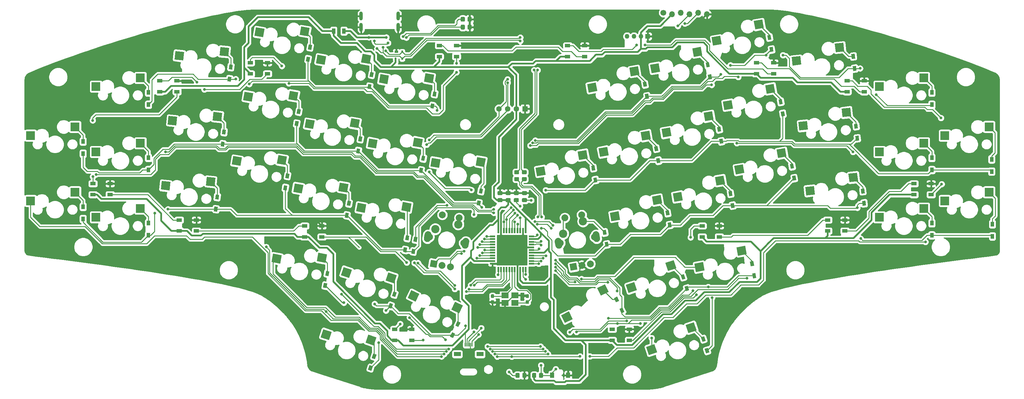
<source format=gbl>
%TF.GenerationSoftware,KiCad,Pcbnew,(5.1.10)-1*%
%TF.CreationDate,2021-05-20T23:11:24+09:00*%
%TF.ProjectId,yacc46,79616363-3436-42e6-9b69-6361645f7063,rev?*%
%TF.SameCoordinates,Original*%
%TF.FileFunction,Copper,L2,Bot*%
%TF.FilePolarity,Positive*%
%FSLAX46Y46*%
G04 Gerber Fmt 4.6, Leading zero omitted, Abs format (unit mm)*
G04 Created by KiCad (PCBNEW (5.1.10)-1) date 2021-05-20 23:11:24*
%MOMM*%
%LPD*%
G01*
G04 APERTURE LIST*
%TA.AperFunction,ComponentPad*%
%ADD10O,1.000000X2.550000*%
%TD*%
%TA.AperFunction,SMDPad,CuDef*%
%ADD11R,2.000000X1.300000*%
%TD*%
%TA.AperFunction,SMDPad,CuDef*%
%ADD12R,0.300000X1.100000*%
%TD*%
%TA.AperFunction,ComponentPad*%
%ADD13C,1.600000*%
%TD*%
%TA.AperFunction,ComponentPad*%
%ADD14R,1.600000X1.600000*%
%TD*%
%TA.AperFunction,SMDPad,CuDef*%
%ADD15C,0.100000*%
%TD*%
%TA.AperFunction,ComponentPad*%
%ADD16C,0.600000*%
%TD*%
%TA.AperFunction,SMDPad,CuDef*%
%ADD17R,0.600000X0.700000*%
%TD*%
%TA.AperFunction,SMDPad,CuDef*%
%ADD18R,1.000000X0.700000*%
%TD*%
%TA.AperFunction,SMDPad,CuDef*%
%ADD19R,1.000000X1.400000*%
%TD*%
%TA.AperFunction,SMDPad,CuDef*%
%ADD20R,1.000000X1.600000*%
%TD*%
%TA.AperFunction,ComponentPad*%
%ADD21O,1.700000X1.700000*%
%TD*%
%TA.AperFunction,ComponentPad*%
%ADD22C,1.700000*%
%TD*%
%TA.AperFunction,ComponentPad*%
%ADD23R,1.350000X1.350000*%
%TD*%
%TA.AperFunction,ComponentPad*%
%ADD24O,1.350000X1.350000*%
%TD*%
%TA.AperFunction,SMDPad,CuDef*%
%ADD25R,1.600000X1.000000*%
%TD*%
%TA.AperFunction,SMDPad,CuDef*%
%ADD26R,2.550000X2.500000*%
%TD*%
%TA.AperFunction,ComponentPad*%
%ADD27C,2.400000*%
%TD*%
%TA.AperFunction,ComponentPad*%
%ADD28C,2.000000*%
%TD*%
%TA.AperFunction,ComponentPad*%
%ADD29C,0.100000*%
%TD*%
%TA.AperFunction,SMDPad,CuDef*%
%ADD30R,1.250000X1.600000*%
%TD*%
%TA.AperFunction,SMDPad,CuDef*%
%ADD31R,1.500000X0.550000*%
%TD*%
%TA.AperFunction,SMDPad,CuDef*%
%ADD32R,0.550000X1.500000*%
%TD*%
%TA.AperFunction,SMDPad,CuDef*%
%ADD33R,2.100000X1.800000*%
%TD*%
%TA.AperFunction,ViaPad*%
%ADD34C,0.800000*%
%TD*%
%TA.AperFunction,Conductor*%
%ADD35C,0.500000*%
%TD*%
%TA.AperFunction,Conductor*%
%ADD36C,0.250000*%
%TD*%
%TA.AperFunction,Conductor*%
%ADD37C,0.254000*%
%TD*%
%TA.AperFunction,Conductor*%
%ADD38C,0.100000*%
%TD*%
G04 APERTURE END LIST*
D10*
%TO.P,J1,S1*%
%TO.N,GND*%
X123000000Y-31730000D03*
X133800000Y-31730000D03*
X123000000Y-28500000D03*
X133800000Y-28500000D03*
%TD*%
D11*
%TO.P,J3,*%
%TO.N,*%
X151050000Y-127050000D03*
X157650000Y-127050000D03*
D12*
%TO.P,J3,5*%
%TO.N,VBUS*%
X153350000Y-124300000D03*
%TO.P,J3,4*%
%TO.N,JOYSTY*%
X153850000Y-124300000D03*
%TO.P,J3,3*%
%TO.N,JOYSTBT*%
X154350000Y-124300000D03*
%TO.P,J3,2*%
%TO.N,GND*%
X154850000Y-124300000D03*
%TO.P,J3,1*%
%TO.N,JOYSTX*%
X155350000Y-124300000D03*
%TD*%
D13*
%TO.P,J2,4*%
%TO.N,SDA*%
X163190000Y-55530000D03*
%TO.P,J2,3*%
%TO.N,SCL*%
X165730000Y-55530000D03*
%TO.P,J2,2*%
%TO.N,VBUS*%
X168270000Y-55530000D03*
D14*
%TO.P,J2,1*%
%TO.N,GND*%
X170810000Y-55530000D03*
%TD*%
%TA.AperFunction,SMDPad,CuDef*%
D15*
%TO.P,SW29,1*%
%TO.N,COL6*%
G36*
X176383811Y-72287325D02*
G01*
X176817931Y-74749344D01*
X174306671Y-75192147D01*
X173872551Y-72730128D01*
X176383811Y-72287325D01*
G37*
%TD.AperFunction*%
%TA.AperFunction,SMDPad,CuDef*%
%TO.P,SW29,2*%
%TO.N,Net-(D29-Pad2)*%
G36*
X188673354Y-67541163D02*
G01*
X189107474Y-70003182D01*
X186596214Y-70445985D01*
X186162094Y-67983966D01*
X188673354Y-67541163D01*
G37*
%TD.AperFunction*%
D16*
X187634784Y-68993574D03*
%TO.P,SW29,1*%
%TO.N,COL6*%
X175345241Y-73739736D03*
%TD*%
D17*
%TO.P,D47,3*%
%TO.N,UDN*%
X134975600Y-40912800D03*
%TO.P,D47,4*%
%TO.N,VBUS*%
X133075600Y-40912800D03*
%TO.P,D47,2*%
%TO.N,UDP*%
X134975600Y-38912800D03*
D18*
%TO.P,D47,1*%
%TO.N,GND*%
X133275600Y-38912800D03*
%TD*%
%TO.P,C5,2*%
%TO.N,GND*%
%TA.AperFunction,SMDPad,CuDef*%
G36*
G01*
X161077900Y-111330800D02*
X161552900Y-111330800D01*
G75*
G02*
X161790400Y-111568300I0J-237500D01*
G01*
X161790400Y-112168300D01*
G75*
G02*
X161552900Y-112405800I-237500J0D01*
G01*
X161077900Y-112405800D01*
G75*
G02*
X160840400Y-112168300I0J237500D01*
G01*
X160840400Y-111568300D01*
G75*
G02*
X161077900Y-111330800I237500J0D01*
G01*
G37*
%TD.AperFunction*%
%TO.P,C5,1*%
%TO.N,XTAL1*%
%TA.AperFunction,SMDPad,CuDef*%
G36*
G01*
X161077900Y-109605800D02*
X161552900Y-109605800D01*
G75*
G02*
X161790400Y-109843300I0J-237500D01*
G01*
X161790400Y-110443300D01*
G75*
G02*
X161552900Y-110680800I-237500J0D01*
G01*
X161077900Y-110680800D01*
G75*
G02*
X160840400Y-110443300I0J237500D01*
G01*
X160840400Y-109843300D01*
G75*
G02*
X161077900Y-109605800I237500J0D01*
G01*
G37*
%TD.AperFunction*%
%TD*%
%TO.P,C1,2*%
%TO.N,VBUS*%
%TA.AperFunction,SMDPad,CuDef*%
G36*
G01*
X163028700Y-81577600D02*
X163978700Y-81577600D01*
G75*
G02*
X164228700Y-81827600I0J-250000D01*
G01*
X164228700Y-82502600D01*
G75*
G02*
X163978700Y-82752600I-250000J0D01*
G01*
X163028700Y-82752600D01*
G75*
G02*
X162778700Y-82502600I0J250000D01*
G01*
X162778700Y-81827600D01*
G75*
G02*
X163028700Y-81577600I250000J0D01*
G01*
G37*
%TD.AperFunction*%
%TO.P,C1,1*%
%TO.N,GND*%
%TA.AperFunction,SMDPad,CuDef*%
G36*
G01*
X163028700Y-79502600D02*
X163978700Y-79502600D01*
G75*
G02*
X164228700Y-79752600I0J-250000D01*
G01*
X164228700Y-80427600D01*
G75*
G02*
X163978700Y-80677600I-250000J0D01*
G01*
X163028700Y-80677600D01*
G75*
G02*
X162778700Y-80427600I0J250000D01*
G01*
X162778700Y-79752600D01*
G75*
G02*
X163028700Y-79502600I250000J0D01*
G01*
G37*
%TD.AperFunction*%
%TD*%
%TO.P,C2,1*%
%TO.N,GND*%
%TA.AperFunction,SMDPad,CuDef*%
G36*
G01*
X165406533Y-79502600D02*
X166356533Y-79502600D01*
G75*
G02*
X166606533Y-79752600I0J-250000D01*
G01*
X166606533Y-80427600D01*
G75*
G02*
X166356533Y-80677600I-250000J0D01*
G01*
X165406533Y-80677600D01*
G75*
G02*
X165156533Y-80427600I0J250000D01*
G01*
X165156533Y-79752600D01*
G75*
G02*
X165406533Y-79502600I250000J0D01*
G01*
G37*
%TD.AperFunction*%
%TO.P,C2,2*%
%TO.N,VBUS*%
%TA.AperFunction,SMDPad,CuDef*%
G36*
G01*
X165406533Y-81577600D02*
X166356533Y-81577600D01*
G75*
G02*
X166606533Y-81827600I0J-250000D01*
G01*
X166606533Y-82502600D01*
G75*
G02*
X166356533Y-82752600I-250000J0D01*
G01*
X165406533Y-82752600D01*
G75*
G02*
X165156533Y-82502600I0J250000D01*
G01*
X165156533Y-81827600D01*
G75*
G02*
X165406533Y-81577600I250000J0D01*
G01*
G37*
%TD.AperFunction*%
%TD*%
%TO.P,C3,1*%
%TO.N,AREF*%
%TA.AperFunction,SMDPad,CuDef*%
G36*
G01*
X168734366Y-82752600D02*
X167784366Y-82752600D01*
G75*
G02*
X167534366Y-82502600I0J250000D01*
G01*
X167534366Y-81827600D01*
G75*
G02*
X167784366Y-81577600I250000J0D01*
G01*
X168734366Y-81577600D01*
G75*
G02*
X168984366Y-81827600I0J-250000D01*
G01*
X168984366Y-82502600D01*
G75*
G02*
X168734366Y-82752600I-250000J0D01*
G01*
G37*
%TD.AperFunction*%
%TO.P,C3,2*%
%TO.N,GND*%
%TA.AperFunction,SMDPad,CuDef*%
G36*
G01*
X168734366Y-80677600D02*
X167784366Y-80677600D01*
G75*
G02*
X167534366Y-80427600I0J250000D01*
G01*
X167534366Y-79752600D01*
G75*
G02*
X167784366Y-79502600I250000J0D01*
G01*
X168734366Y-79502600D01*
G75*
G02*
X168984366Y-79752600I0J-250000D01*
G01*
X168984366Y-80427600D01*
G75*
G02*
X168734366Y-80677600I-250000J0D01*
G01*
G37*
%TD.AperFunction*%
%TD*%
%TO.P,C4,2*%
%TO.N,GND*%
%TA.AperFunction,SMDPad,CuDef*%
G36*
G01*
X171112200Y-80677600D02*
X170162200Y-80677600D01*
G75*
G02*
X169912200Y-80427600I0J250000D01*
G01*
X169912200Y-79752600D01*
G75*
G02*
X170162200Y-79502600I250000J0D01*
G01*
X171112200Y-79502600D01*
G75*
G02*
X171362200Y-79752600I0J-250000D01*
G01*
X171362200Y-80427600D01*
G75*
G02*
X171112200Y-80677600I-250000J0D01*
G01*
G37*
%TD.AperFunction*%
%TO.P,C4,1*%
%TO.N,UCAP*%
%TA.AperFunction,SMDPad,CuDef*%
G36*
G01*
X171112200Y-82752600D02*
X170162200Y-82752600D01*
G75*
G02*
X169912200Y-82502600I0J250000D01*
G01*
X169912200Y-81827600D01*
G75*
G02*
X170162200Y-81577600I250000J0D01*
G01*
X171112200Y-81577600D01*
G75*
G02*
X171362200Y-81827600I0J-250000D01*
G01*
X171362200Y-82502600D01*
G75*
G02*
X171112200Y-82752600I-250000J0D01*
G01*
G37*
%TD.AperFunction*%
%TD*%
%TO.P,C6,1*%
%TO.N,XTAL2*%
%TA.AperFunction,SMDPad,CuDef*%
G36*
G01*
X171712900Y-112405800D02*
X171237900Y-112405800D01*
G75*
G02*
X171000400Y-112168300I0J237500D01*
G01*
X171000400Y-111568300D01*
G75*
G02*
X171237900Y-111330800I237500J0D01*
G01*
X171712900Y-111330800D01*
G75*
G02*
X171950400Y-111568300I0J-237500D01*
G01*
X171950400Y-112168300D01*
G75*
G02*
X171712900Y-112405800I-237500J0D01*
G01*
G37*
%TD.AperFunction*%
%TO.P,C6,2*%
%TO.N,GND*%
%TA.AperFunction,SMDPad,CuDef*%
G36*
G01*
X171712900Y-110680800D02*
X171237900Y-110680800D01*
G75*
G02*
X171000400Y-110443300I0J237500D01*
G01*
X171000400Y-109843300D01*
G75*
G02*
X171237900Y-109605800I237500J0D01*
G01*
X171712900Y-109605800D01*
G75*
G02*
X171950400Y-109843300I0J-237500D01*
G01*
X171950400Y-110443300D01*
G75*
G02*
X171712900Y-110680800I-237500J0D01*
G01*
G37*
%TD.AperFunction*%
%TD*%
D19*
%TO.P,D1,1*%
%TO.N,ROWL0*%
X60991499Y-54302500D03*
%TO.P,D1,2*%
%TO.N,Net-(D1-Pad2)*%
X60991499Y-50752500D03*
%TD*%
%TA.AperFunction,SMDPad,CuDef*%
D15*
%TO.P,D2,1*%
%TO.N,ROWL0*%
G36*
X85061604Y-47623761D02*
G01*
X84067082Y-47519232D01*
X84213422Y-46126901D01*
X85207944Y-46231430D01*
X85061604Y-47623761D01*
G37*
%TD.AperFunction*%
%TA.AperFunction,SMDPad,CuDef*%
%TO.P,D2,2*%
%TO.N,Net-(D2-Pad2)*%
G36*
X85432680Y-44093209D02*
G01*
X84438158Y-43988680D01*
X84584498Y-42596349D01*
X85579020Y-42700878D01*
X85432680Y-44093209D01*
G37*
%TD.AperFunction*%
%TD*%
%TA.AperFunction,SMDPad,CuDef*%
%TO.P,D3,1*%
%TO.N,ROWL0*%
G36*
X107880840Y-41830667D02*
G01*
X106896032Y-41657018D01*
X107139140Y-40278287D01*
X108123948Y-40451936D01*
X107880840Y-41830667D01*
G37*
%TD.AperFunction*%
%TA.AperFunction,SMDPad,CuDef*%
%TO.P,D3,2*%
%TO.N,Net-(D3-Pad2)*%
G36*
X108497292Y-38334599D02*
G01*
X107512484Y-38160950D01*
X107755592Y-36782219D01*
X108740400Y-36955868D01*
X108497292Y-38334599D01*
G37*
%TD.AperFunction*%
%TD*%
%TA.AperFunction,SMDPad,CuDef*%
%TO.P,D4,2*%
%TO.N,Net-(D4-Pad2)*%
G36*
X126430880Y-46332744D02*
G01*
X125446072Y-46159095D01*
X125689180Y-44780364D01*
X126673988Y-44954013D01*
X126430880Y-46332744D01*
G37*
%TD.AperFunction*%
%TA.AperFunction,SMDPad,CuDef*%
%TO.P,D4,1*%
%TO.N,ROWL0*%
G36*
X125814428Y-49828812D02*
G01*
X124829620Y-49655163D01*
X125072728Y-48276432D01*
X126057536Y-48450081D01*
X125814428Y-49828812D01*
G37*
%TD.AperFunction*%
%TD*%
%TA.AperFunction,SMDPad,CuDef*%
%TO.P,D5,2*%
%TO.N,Net-(D5-Pad2)*%
G36*
X144777968Y-51985815D02*
G01*
X143793160Y-51812166D01*
X144036268Y-50433435D01*
X145021076Y-50607084D01*
X144777968Y-51985815D01*
G37*
%TD.AperFunction*%
%TA.AperFunction,SMDPad,CuDef*%
%TO.P,D5,1*%
%TO.N,ROWL0*%
G36*
X144161516Y-55481883D02*
G01*
X143176708Y-55308234D01*
X143419816Y-53929503D01*
X144404624Y-54103152D01*
X144161516Y-55481883D01*
G37*
%TD.AperFunction*%
%TD*%
D19*
%TO.P,D6,1*%
%TO.N,ROWL1*%
X41941500Y-68590000D03*
%TO.P,D6,2*%
%TO.N,Net-(D6-Pad2)*%
X41941500Y-65040000D03*
%TD*%
%TO.P,D7,1*%
%TO.N,ROWL1*%
X60991499Y-73352500D03*
%TO.P,D7,2*%
%TO.N,Net-(D7-Pad2)*%
X60991499Y-69802500D03*
%TD*%
%TA.AperFunction,SMDPad,CuDef*%
D15*
%TO.P,D8,2*%
%TO.N,Net-(D8-Pad2)*%
G36*
X83441412Y-63038851D02*
G01*
X82446890Y-62934322D01*
X82593230Y-61541991D01*
X83587752Y-61646520D01*
X83441412Y-63038851D01*
G37*
%TD.AperFunction*%
%TA.AperFunction,SMDPad,CuDef*%
%TO.P,D8,1*%
%TO.N,ROWL1*%
G36*
X83070336Y-66569403D02*
G01*
X82075814Y-66464874D01*
X82222154Y-65072543D01*
X83216676Y-65177072D01*
X83070336Y-66569403D01*
G37*
%TD.AperFunction*%
%TD*%
%TA.AperFunction,SMDPad,CuDef*%
%TO.P,D9,1*%
%TO.N,ROWL1*%
G36*
X104572842Y-60591255D02*
G01*
X103588034Y-60417606D01*
X103831142Y-59038875D01*
X104815950Y-59212524D01*
X104572842Y-60591255D01*
G37*
%TD.AperFunction*%
%TA.AperFunction,SMDPad,CuDef*%
%TO.P,D9,2*%
%TO.N,Net-(D9-Pad2)*%
G36*
X105189294Y-57095187D02*
G01*
X104204486Y-56921538D01*
X104447594Y-55542807D01*
X105432402Y-55716456D01*
X105189294Y-57095187D01*
G37*
%TD.AperFunction*%
%TD*%
%TA.AperFunction,SMDPad,CuDef*%
%TO.P,D10,2*%
%TO.N,Net-(D10-Pad2)*%
G36*
X123122882Y-65093332D02*
G01*
X122138074Y-64919683D01*
X122381182Y-63540952D01*
X123365990Y-63714601D01*
X123122882Y-65093332D01*
G37*
%TD.AperFunction*%
%TA.AperFunction,SMDPad,CuDef*%
%TO.P,D10,1*%
%TO.N,ROWL1*%
G36*
X122506430Y-68589400D02*
G01*
X121521622Y-68415751D01*
X121764730Y-67037020D01*
X122749538Y-67210669D01*
X122506430Y-68589400D01*
G37*
%TD.AperFunction*%
%TD*%
%TA.AperFunction,SMDPad,CuDef*%
%TO.P,D11,2*%
%TO.N,Net-(D11-Pad2)*%
G36*
X141469970Y-70746403D02*
G01*
X140485162Y-70572754D01*
X140728270Y-69194023D01*
X141713078Y-69367672D01*
X141469970Y-70746403D01*
G37*
%TD.AperFunction*%
%TA.AperFunction,SMDPad,CuDef*%
%TO.P,D11,1*%
%TO.N,ROWL1*%
G36*
X140853518Y-74242471D02*
G01*
X139868710Y-74068822D01*
X140111818Y-72690091D01*
X141096626Y-72863740D01*
X140853518Y-74242471D01*
G37*
%TD.AperFunction*%
%TD*%
%TA.AperFunction,SMDPad,CuDef*%
%TO.P,D12,1*%
%TO.N,ROWL1*%
G36*
X157691598Y-83774258D02*
G01*
X156706790Y-83600609D01*
X156949898Y-82221878D01*
X157934706Y-82395527D01*
X157691598Y-83774258D01*
G37*
%TD.AperFunction*%
%TA.AperFunction,SMDPad,CuDef*%
%TO.P,D12,2*%
%TO.N,Net-(D12-Pad2)*%
G36*
X158308050Y-80278190D02*
G01*
X157323242Y-80104541D01*
X157566350Y-78725810D01*
X158551158Y-78899459D01*
X158308050Y-80278190D01*
G37*
%TD.AperFunction*%
%TD*%
D19*
%TO.P,D13,1*%
%TO.N,ROWL2*%
X41941500Y-87640000D03*
%TO.P,D13,2*%
%TO.N,Net-(D13-Pad2)*%
X41941500Y-84090000D03*
%TD*%
%TO.P,D14,2*%
%TO.N,Net-(D14-Pad2)*%
X60991499Y-88852500D03*
%TO.P,D14,1*%
%TO.N,ROWL2*%
X60991499Y-92402500D03*
%TD*%
%TA.AperFunction,SMDPad,CuDef*%
D15*
%TO.P,D15,1*%
%TO.N,ROWL2*%
G36*
X81079069Y-85515045D02*
G01*
X80084547Y-85410516D01*
X80230887Y-84018185D01*
X81225409Y-84122714D01*
X81079069Y-85515045D01*
G37*
%TD.AperFunction*%
%TA.AperFunction,SMDPad,CuDef*%
%TO.P,D15,2*%
%TO.N,Net-(D15-Pad2)*%
G36*
X81450145Y-81984493D02*
G01*
X80455623Y-81879964D01*
X80601963Y-80487633D01*
X81596485Y-80592162D01*
X81450145Y-81984493D01*
G37*
%TD.AperFunction*%
%TD*%
%TA.AperFunction,SMDPad,CuDef*%
%TO.P,D16,2*%
%TO.N,Net-(D16-Pad2)*%
G36*
X101881296Y-75855775D02*
G01*
X100896488Y-75682126D01*
X101139596Y-74303395D01*
X102124404Y-74477044D01*
X101881296Y-75855775D01*
G37*
%TD.AperFunction*%
%TA.AperFunction,SMDPad,CuDef*%
%TO.P,D16,1*%
%TO.N,ROWL2*%
G36*
X101264844Y-79351843D02*
G01*
X100280036Y-79178194D01*
X100523144Y-77799463D01*
X101507952Y-77973112D01*
X101264844Y-79351843D01*
G37*
%TD.AperFunction*%
%TD*%
%TA.AperFunction,SMDPad,CuDef*%
%TO.P,D17,1*%
%TO.N,ROWL2*%
G36*
X119198432Y-87349987D02*
G01*
X118213624Y-87176338D01*
X118456732Y-85797607D01*
X119441540Y-85971256D01*
X119198432Y-87349987D01*
G37*
%TD.AperFunction*%
%TA.AperFunction,SMDPad,CuDef*%
%TO.P,D17,2*%
%TO.N,Net-(D17-Pad2)*%
G36*
X119814884Y-83853919D02*
G01*
X118830076Y-83680270D01*
X119073184Y-82301539D01*
X120057992Y-82475188D01*
X119814884Y-83853919D01*
G37*
%TD.AperFunction*%
%TD*%
%TA.AperFunction,SMDPad,CuDef*%
%TO.P,D18,2*%
%TO.N,Net-(D18-Pad2)*%
G36*
X136820850Y-93926190D02*
G01*
X135836042Y-93752541D01*
X136079150Y-92373810D01*
X137063958Y-92547459D01*
X136820850Y-93926190D01*
G37*
%TD.AperFunction*%
%TA.AperFunction,SMDPad,CuDef*%
%TO.P,D18,1*%
%TO.N,ROWL2*%
G36*
X136204398Y-97422258D02*
G01*
X135219590Y-97248609D01*
X135462698Y-95869878D01*
X136447506Y-96043527D01*
X136204398Y-97422258D01*
G37*
%TD.AperFunction*%
%TD*%
%TA.AperFunction,SMDPad,CuDef*%
%TO.P,D19,1*%
%TO.N,ROWL2*%
G36*
X138604398Y-97872258D02*
G01*
X137619590Y-97698609D01*
X137862698Y-96319878D01*
X138847506Y-96493527D01*
X138604398Y-97872258D01*
G37*
%TD.AperFunction*%
%TA.AperFunction,SMDPad,CuDef*%
%TO.P,D19,2*%
%TO.N,Net-(D19-Pad2)*%
G36*
X139220850Y-94376190D02*
G01*
X138236042Y-94202541D01*
X138479150Y-92823810D01*
X139463958Y-92997459D01*
X139220850Y-94376190D01*
G37*
%TD.AperFunction*%
%TD*%
%TA.AperFunction,SMDPad,CuDef*%
%TO.P,D20,2*%
%TO.N,Net-(D20-Pad2)*%
G36*
X113514611Y-104316620D02*
G01*
X112529803Y-104142971D01*
X112772911Y-102764240D01*
X113757719Y-102937889D01*
X113514611Y-104316620D01*
G37*
%TD.AperFunction*%
%TA.AperFunction,SMDPad,CuDef*%
%TO.P,D20,1*%
%TO.N,ROWL3*%
G36*
X112898159Y-107812688D02*
G01*
X111913351Y-107639039D01*
X112156459Y-106260308D01*
X113141267Y-106433957D01*
X112898159Y-107812688D01*
G37*
%TD.AperFunction*%
%TD*%
%TA.AperFunction,SMDPad,CuDef*%
%TO.P,D21,1*%
%TO.N,ROWL3*%
G36*
X131869329Y-113792429D02*
G01*
X130918273Y-113483412D01*
X131350897Y-112151933D01*
X132301953Y-112460950D01*
X131869329Y-113792429D01*
G37*
%TD.AperFunction*%
%TA.AperFunction,SMDPad,CuDef*%
%TO.P,D21,2*%
%TO.N,Net-(D21-Pad2)*%
G36*
X132966339Y-110416179D02*
G01*
X132015283Y-110107162D01*
X132447907Y-108775683D01*
X133398963Y-109084700D01*
X132966339Y-110416179D01*
G37*
%TD.AperFunction*%
%TD*%
%TA.AperFunction,SMDPad,CuDef*%
%TO.P,D22,2*%
%TO.N,Net-(D22-Pad2)*%
G36*
X151379871Y-119163534D02*
G01*
X150481077Y-118725163D01*
X151094797Y-117466852D01*
X151993591Y-117905223D01*
X151379871Y-119163534D01*
G37*
%TD.AperFunction*%
%TA.AperFunction,SMDPad,CuDef*%
%TO.P,D22,1*%
%TO.N,ROWL3*%
G36*
X149823653Y-122354252D02*
G01*
X148924859Y-121915881D01*
X149538579Y-120657570D01*
X150437373Y-121095941D01*
X149823653Y-122354252D01*
G37*
%TD.AperFunction*%
%TD*%
%TA.AperFunction,SMDPad,CuDef*%
%TO.P,D23,1*%
%TO.N,ROWL3*%
G36*
X125982555Y-131910055D02*
G01*
X125031499Y-131601038D01*
X125464123Y-130269559D01*
X126415179Y-130578576D01*
X125982555Y-131910055D01*
G37*
%TD.AperFunction*%
%TA.AperFunction,SMDPad,CuDef*%
%TO.P,D23,2*%
%TO.N,Net-(D23-Pad2)*%
G36*
X127079565Y-128533805D02*
G01*
X126128509Y-128224788D01*
X126561133Y-126893309D01*
X127512189Y-127202326D01*
X127079565Y-128533805D01*
G37*
%TD.AperFunction*%
%TD*%
%TA.AperFunction,SMDPad,CuDef*%
%TO.P,D24,1*%
%TO.N,ROWR0*%
G36*
X206957396Y-52463356D02*
G01*
X205972588Y-52637005D01*
X205729480Y-51258274D01*
X206714288Y-51084625D01*
X206957396Y-52463356D01*
G37*
%TD.AperFunction*%
%TA.AperFunction,SMDPad,CuDef*%
%TO.P,D24,2*%
%TO.N,Net-(D24-Pad2)*%
G36*
X206340944Y-48967288D02*
G01*
X205356136Y-49140937D01*
X205113028Y-47762206D01*
X206097836Y-47588557D01*
X206340944Y-48967288D01*
G37*
%TD.AperFunction*%
%TD*%
%TA.AperFunction,SMDPad,CuDef*%
%TO.P,D25,2*%
%TO.N,Net-(D25-Pad2)*%
G36*
X224688032Y-43314217D02*
G01*
X223703224Y-43487866D01*
X223460116Y-42109135D01*
X224444924Y-41935486D01*
X224688032Y-43314217D01*
G37*
%TD.AperFunction*%
%TA.AperFunction,SMDPad,CuDef*%
%TO.P,D25,1*%
%TO.N,ROWR0*%
G36*
X225304484Y-46810285D02*
G01*
X224319676Y-46983934D01*
X224076568Y-45605203D01*
X225061376Y-45431554D01*
X225304484Y-46810285D01*
G37*
%TD.AperFunction*%
%TD*%
%TA.AperFunction,SMDPad,CuDef*%
%TO.P,D26,1*%
%TO.N,ROWR0*%
G36*
X243238072Y-38812140D02*
G01*
X242253264Y-38985789D01*
X242010156Y-37607058D01*
X242994964Y-37433409D01*
X243238072Y-38812140D01*
G37*
%TD.AperFunction*%
%TA.AperFunction,SMDPad,CuDef*%
%TO.P,D26,2*%
%TO.N,Net-(D26-Pad2)*%
G36*
X242621620Y-35316072D02*
G01*
X241636812Y-35489721D01*
X241393704Y-34110990D01*
X242378512Y-33937341D01*
X242621620Y-35316072D01*
G37*
%TD.AperFunction*%
%TD*%
%TA.AperFunction,SMDPad,CuDef*%
%TO.P,D27,2*%
%TO.N,Net-(D27-Pad2)*%
G36*
X267067231Y-40877501D02*
G01*
X266072709Y-40982030D01*
X265926369Y-39589699D01*
X266920891Y-39485170D01*
X267067231Y-40877501D01*
G37*
%TD.AperFunction*%
%TA.AperFunction,SMDPad,CuDef*%
%TO.P,D27,1*%
%TO.N,ROWR0*%
G36*
X267438307Y-44408053D02*
G01*
X266443785Y-44512582D01*
X266297445Y-43120251D01*
X267291967Y-43015722D01*
X267438307Y-44408053D01*
G37*
%TD.AperFunction*%
%TD*%
D19*
%TO.P,D28,1*%
%TO.N,ROWR0*%
X289391500Y-54302500D03*
%TO.P,D28,2*%
%TO.N,Net-(D28-Pad2)*%
X289391500Y-50752500D03*
%TD*%
%TA.AperFunction,SMDPad,CuDef*%
D15*
%TO.P,D29,2*%
%TO.N,Net-(D29-Pad2)*%
G36*
X191301854Y-73380947D02*
G01*
X190317046Y-73554596D01*
X190073938Y-72175865D01*
X191058746Y-72002216D01*
X191301854Y-73380947D01*
G37*
%TD.AperFunction*%
%TA.AperFunction,SMDPad,CuDef*%
%TO.P,D29,1*%
%TO.N,ROWR1*%
G36*
X191918306Y-76877015D02*
G01*
X190933498Y-77050664D01*
X190690390Y-75671933D01*
X191675198Y-75498284D01*
X191918306Y-76877015D01*
G37*
%TD.AperFunction*%
%TD*%
%TA.AperFunction,SMDPad,CuDef*%
%TO.P,D30,1*%
%TO.N,ROWR1*%
G36*
X210265394Y-71223944D02*
G01*
X209280586Y-71397593D01*
X209037478Y-70018862D01*
X210022286Y-69845213D01*
X210265394Y-71223944D01*
G37*
%TD.AperFunction*%
%TA.AperFunction,SMDPad,CuDef*%
%TO.P,D30,2*%
%TO.N,Net-(D30-Pad2)*%
G36*
X209648942Y-67727876D02*
G01*
X208664134Y-67901525D01*
X208421026Y-66522794D01*
X209405834Y-66349145D01*
X209648942Y-67727876D01*
G37*
%TD.AperFunction*%
%TD*%
%TA.AperFunction,SMDPad,CuDef*%
%TO.P,D31,2*%
%TO.N,Net-(D31-Pad2)*%
G36*
X227996030Y-62074805D02*
G01*
X227011222Y-62248454D01*
X226768114Y-60869723D01*
X227752922Y-60696074D01*
X227996030Y-62074805D01*
G37*
%TD.AperFunction*%
%TA.AperFunction,SMDPad,CuDef*%
%TO.P,D31,1*%
%TO.N,ROWR1*%
G36*
X228612482Y-65570873D02*
G01*
X227627674Y-65744522D01*
X227384566Y-64365791D01*
X228369374Y-64192142D01*
X228612482Y-65570873D01*
G37*
%TD.AperFunction*%
%TD*%
%TA.AperFunction,SMDPad,CuDef*%
%TO.P,D32,1*%
%TO.N,ROWR1*%
G36*
X246546070Y-57572728D02*
G01*
X245561262Y-57746377D01*
X245318154Y-56367646D01*
X246302962Y-56193997D01*
X246546070Y-57572728D01*
G37*
%TD.AperFunction*%
%TA.AperFunction,SMDPad,CuDef*%
%TO.P,D32,2*%
%TO.N,Net-(D32-Pad2)*%
G36*
X245929618Y-54076660D02*
G01*
X244944810Y-54250309D01*
X244701702Y-52871578D01*
X245686510Y-52697929D01*
X245929618Y-54076660D01*
G37*
%TD.AperFunction*%
%TD*%
%TA.AperFunction,SMDPad,CuDef*%
%TO.P,D33,2*%
%TO.N,Net-(D33-Pad2)*%
G36*
X267846361Y-61221832D02*
G01*
X266851839Y-61326361D01*
X266705499Y-59934030D01*
X267700021Y-59829501D01*
X267846361Y-61221832D01*
G37*
%TD.AperFunction*%
%TA.AperFunction,SMDPad,CuDef*%
%TO.P,D33,1*%
%TO.N,ROWR1*%
G36*
X268217437Y-64752384D02*
G01*
X267222915Y-64856913D01*
X267076575Y-63464582D01*
X268071097Y-63360053D01*
X268217437Y-64752384D01*
G37*
%TD.AperFunction*%
%TD*%
D19*
%TO.P,D34,1*%
%TO.N,ROWR1*%
X289391500Y-73352500D03*
%TO.P,D34,2*%
%TO.N,Net-(D34-Pad2)*%
X289391500Y-69802500D03*
%TD*%
%TO.P,D35,2*%
%TO.N,Net-(D35-Pad2)*%
X306832000Y-70262400D03*
%TO.P,D35,1*%
%TO.N,ROWR1*%
X306832000Y-73812400D03*
%TD*%
%TA.AperFunction,SMDPad,CuDef*%
D15*
%TO.P,D36,2*%
%TO.N,Net-(D36-Pad2)*%
G36*
X194609852Y-92141535D02*
G01*
X193625044Y-92315184D01*
X193381936Y-90936453D01*
X194366744Y-90762804D01*
X194609852Y-92141535D01*
G37*
%TD.AperFunction*%
%TA.AperFunction,SMDPad,CuDef*%
%TO.P,D36,1*%
%TO.N,ROWR2*%
G36*
X195226304Y-95637603D02*
G01*
X194241496Y-95811252D01*
X193998388Y-94432521D01*
X194983196Y-94258872D01*
X195226304Y-95637603D01*
G37*
%TD.AperFunction*%
%TD*%
%TA.AperFunction,SMDPad,CuDef*%
%TO.P,D37,1*%
%TO.N,ROWR2*%
G36*
X213573392Y-89984532D02*
G01*
X212588584Y-90158181D01*
X212345476Y-88779450D01*
X213330284Y-88605801D01*
X213573392Y-89984532D01*
G37*
%TD.AperFunction*%
%TA.AperFunction,SMDPad,CuDef*%
%TO.P,D37,2*%
%TO.N,Net-(D37-Pad2)*%
G36*
X212956940Y-86488464D02*
G01*
X211972132Y-86662113D01*
X211729024Y-85283382D01*
X212713832Y-85109733D01*
X212956940Y-86488464D01*
G37*
%TD.AperFunction*%
%TD*%
%TA.AperFunction,SMDPad,CuDef*%
%TO.P,D38,2*%
%TO.N,Net-(D38-Pad2)*%
G36*
X231304028Y-80835392D02*
G01*
X230319220Y-81009041D01*
X230076112Y-79630310D01*
X231060920Y-79456661D01*
X231304028Y-80835392D01*
G37*
%TD.AperFunction*%
%TA.AperFunction,SMDPad,CuDef*%
%TO.P,D38,1*%
%TO.N,ROWR2*%
G36*
X231920480Y-84331460D02*
G01*
X230935672Y-84505109D01*
X230692564Y-83126378D01*
X231677372Y-82952729D01*
X231920480Y-84331460D01*
G37*
%TD.AperFunction*%
%TD*%
%TA.AperFunction,SMDPad,CuDef*%
%TO.P,D39,1*%
%TO.N,ROWR2*%
G36*
X249854068Y-76333316D02*
G01*
X248869260Y-76506965D01*
X248626152Y-75128234D01*
X249610960Y-74954585D01*
X249854068Y-76333316D01*
G37*
%TD.AperFunction*%
%TA.AperFunction,SMDPad,CuDef*%
%TO.P,D39,2*%
%TO.N,Net-(D39-Pad2)*%
G36*
X249237616Y-72837248D02*
G01*
X248252808Y-73010897D01*
X248009700Y-71632166D01*
X248994508Y-71458517D01*
X249237616Y-72837248D01*
G37*
%TD.AperFunction*%
%TD*%
%TA.AperFunction,SMDPad,CuDef*%
%TO.P,D40,2*%
%TO.N,Net-(D40-Pad2)*%
G36*
X269837628Y-80167474D02*
G01*
X268843106Y-80272003D01*
X268696766Y-78879672D01*
X269691288Y-78775143D01*
X269837628Y-80167474D01*
G37*
%TD.AperFunction*%
%TA.AperFunction,SMDPad,CuDef*%
%TO.P,D40,1*%
%TO.N,ROWR2*%
G36*
X270208704Y-83698026D02*
G01*
X269214182Y-83802555D01*
X269067842Y-82410224D01*
X270062364Y-82305695D01*
X270208704Y-83698026D01*
G37*
%TD.AperFunction*%
%TD*%
D19*
%TO.P,D41,1*%
%TO.N,ROWR2*%
X289391500Y-92402500D03*
%TO.P,D41,2*%
%TO.N,Net-(D41-Pad2)*%
X289391500Y-88852500D03*
%TD*%
%TO.P,D42,2*%
%TO.N,Net-(D42-Pad2)*%
X307035200Y-89160000D03*
%TO.P,D42,1*%
%TO.N,ROWR2*%
X307035200Y-92710000D03*
%TD*%
%TA.AperFunction,SMDPad,CuDef*%
D15*
%TO.P,D43,2*%
%TO.N,Net-(D43-Pad2)*%
G36*
X198243864Y-111543329D02*
G01*
X197345070Y-111981700D01*
X196731350Y-110723389D01*
X197630144Y-110285018D01*
X198243864Y-111543329D01*
G37*
%TD.AperFunction*%
%TA.AperFunction,SMDPad,CuDef*%
%TO.P,D43,1*%
%TO.N,ROWR3*%
G36*
X199800082Y-114734047D02*
G01*
X198901288Y-115172418D01*
X198287568Y-113914107D01*
X199186362Y-113475736D01*
X199800082Y-114734047D01*
G37*
%TD.AperFunction*%
%TD*%
%TA.AperFunction,SMDPad,CuDef*%
%TO.P,D44,1*%
%TO.N,ROWR3*%
G36*
X218662885Y-108420786D02*
G01*
X217711829Y-108729803D01*
X217279205Y-107398324D01*
X218230261Y-107089307D01*
X218662885Y-108420786D01*
G37*
%TD.AperFunction*%
%TA.AperFunction,SMDPad,CuDef*%
%TO.P,D44,2*%
%TO.N,Net-(D44-Pad2)*%
G36*
X217565875Y-105044536D02*
G01*
X216614819Y-105353553D01*
X216182195Y-104022074D01*
X217133251Y-103713057D01*
X217565875Y-105044536D01*
G37*
%TD.AperFunction*%
%TD*%
%TA.AperFunction,SMDPad,CuDef*%
%TO.P,D45,2*%
%TO.N,Net-(D45-Pad2)*%
G36*
X237604301Y-101298093D02*
G01*
X236619493Y-101471742D01*
X236376385Y-100093011D01*
X237361193Y-99919362D01*
X237604301Y-101298093D01*
G37*
%TD.AperFunction*%
%TA.AperFunction,SMDPad,CuDef*%
%TO.P,D45,1*%
%TO.N,ROWR3*%
G36*
X238220753Y-104794161D02*
G01*
X237235945Y-104967810D01*
X236992837Y-103589079D01*
X237977645Y-103415430D01*
X238220753Y-104794161D01*
G37*
%TD.AperFunction*%
%TD*%
%TA.AperFunction,SMDPad,CuDef*%
%TO.P,D46,2*%
%TO.N,Net-(D46-Pad2)*%
G36*
X223452649Y-123162162D02*
G01*
X222501593Y-123471179D01*
X222068969Y-122139700D01*
X223020025Y-121830683D01*
X223452649Y-123162162D01*
G37*
%TD.AperFunction*%
%TA.AperFunction,SMDPad,CuDef*%
%TO.P,D46,1*%
%TO.N,ROWR3*%
G36*
X224549659Y-126538412D02*
G01*
X223598603Y-126847429D01*
X223165979Y-125515950D01*
X224117035Y-125206933D01*
X224549659Y-126538412D01*
G37*
%TD.AperFunction*%
%TD*%
D20*
%TO.P,F1,1*%
%TO.N,VBUS*%
X115000000Y-32850000D03*
%TO.P,F1,2*%
%TO.N,UVBUS*%
X118000000Y-32850000D03*
%TD*%
D21*
%TO.P,J4,6*%
%TO.N,GND*%
X223824800Y-27965400D03*
%TO.P,J4,5*%
%TO.N,RESET*%
X221284800Y-27508200D03*
%TO.P,J4,4*%
%TO.N,COL4*%
X218744800Y-27965400D03*
%TO.P,J4,3*%
%TO.N,COL3*%
X216204800Y-27508200D03*
%TO.P,J4,2*%
%TO.N,VBUS*%
X213664800Y-27965400D03*
D22*
%TO.P,J4,1*%
%TO.N,COL5*%
X211124800Y-27508200D03*
%TD*%
D23*
%TO.P,J5,4*%
%TO.N,GND*%
X206552800Y-34391600D03*
D24*
%TO.P,J5,3*%
%TO.N,VBUS*%
X204552800Y-34391600D03*
%TO.P,J5,2*%
%TO.N,SCL*%
X202552800Y-34391600D03*
%TO.P,J5,1*%
%TO.N,SDA*%
X200552800Y-34391600D03*
%TD*%
D25*
%TO.P,LED1,3*%
%TO.N,GND*%
X137810000Y-119810000D03*
%TO.P,LED1,4*%
%TO.N,LED*%
X137810000Y-123010000D03*
%TO.P,LED1,2*%
%TO.N,Net-(LED1-Pad2)*%
X132810000Y-119810000D03*
%TO.P,LED1,1*%
%TO.N,VBUS*%
X132810000Y-123010000D03*
%TD*%
%TO.P,LED2,1*%
%TO.N,VBUS*%
X106570000Y-92860000D03*
%TO.P,LED2,2*%
%TO.N,Net-(LED2-Pad2)*%
X106570000Y-89660000D03*
%TO.P,LED2,4*%
%TO.N,Net-(LED1-Pad2)*%
X111570000Y-92860000D03*
%TO.P,LED2,3*%
%TO.N,GND*%
X111570000Y-89660000D03*
%TD*%
%TO.P,LED3,3*%
%TO.N,GND*%
X74970000Y-87940000D03*
%TO.P,LED3,4*%
%TO.N,Net-(LED2-Pad2)*%
X74970000Y-91140000D03*
%TO.P,LED3,2*%
%TO.N,Net-(LED3-Pad2)*%
X69970000Y-87940000D03*
%TO.P,LED3,1*%
%TO.N,VBUS*%
X69970000Y-91140000D03*
%TD*%
%TO.P,LED4,1*%
%TO.N,VBUS*%
X44820000Y-80550000D03*
%TO.P,LED4,2*%
%TO.N,Net-(LED4-Pad2)*%
X44820000Y-77350000D03*
%TO.P,LED4,4*%
%TO.N,Net-(LED3-Pad2)*%
X49820000Y-80550000D03*
%TO.P,LED4,3*%
%TO.N,GND*%
X49820000Y-77350000D03*
%TD*%
%TO.P,LED5,3*%
%TO.N,GND*%
X69330000Y-47370000D03*
%TO.P,LED5,4*%
%TO.N,Net-(LED4-Pad2)*%
X69330000Y-50570000D03*
%TO.P,LED5,2*%
%TO.N,Net-(LED5-Pad2)*%
X64330000Y-47370000D03*
%TO.P,LED5,1*%
%TO.N,VBUS*%
X64330000Y-50570000D03*
%TD*%
%TO.P,LED6,1*%
%TO.N,VBUS*%
X90700000Y-45300000D03*
%TO.P,LED6,2*%
%TO.N,Net-(LED6-Pad2)*%
X90700000Y-42100000D03*
%TO.P,LED6,4*%
%TO.N,Net-(LED5-Pad2)*%
X95700000Y-45300000D03*
%TO.P,LED6,3*%
%TO.N,GND*%
X95700000Y-42100000D03*
%TD*%
%TO.P,LED7,3*%
%TO.N,GND*%
X150800000Y-37100000D03*
%TO.P,LED7,4*%
%TO.N,Net-(LED6-Pad2)*%
X150800000Y-40300000D03*
%TO.P,LED7,2*%
%TO.N,Net-(LED7-Pad2)*%
X145800000Y-37100000D03*
%TO.P,LED7,1*%
%TO.N,VBUS*%
X145800000Y-40300000D03*
%TD*%
%TO.P,LED8,1*%
%TO.N,VBUS*%
X183200000Y-40300000D03*
%TO.P,LED8,2*%
%TO.N,Net-(LED8-Pad2)*%
X183200000Y-37100000D03*
%TO.P,LED8,4*%
%TO.N,Net-(LED7-Pad2)*%
X188200000Y-40300000D03*
%TO.P,LED8,3*%
%TO.N,GND*%
X188200000Y-37100000D03*
%TD*%
%TO.P,LED9,3*%
%TO.N,GND*%
X243300000Y-42100000D03*
%TO.P,LED9,4*%
%TO.N,Net-(LED8-Pad2)*%
X243300000Y-45300000D03*
%TO.P,LED9,2*%
%TO.N,Net-(LED10-Pad4)*%
X238300000Y-42100000D03*
%TO.P,LED9,1*%
%TO.N,VBUS*%
X238300000Y-45300000D03*
%TD*%
%TO.P,LED10,1*%
%TO.N,VBUS*%
X264670000Y-50570000D03*
%TO.P,LED10,2*%
%TO.N,Net-(LED10-Pad2)*%
X264670000Y-47370000D03*
%TO.P,LED10,4*%
%TO.N,Net-(LED10-Pad4)*%
X269670000Y-50570000D03*
%TO.P,LED10,3*%
%TO.N,GND*%
X269670000Y-47370000D03*
%TD*%
%TO.P,LED11,1*%
%TO.N,VBUS*%
X284180000Y-80550000D03*
%TO.P,LED11,2*%
%TO.N,Net-(LED11-Pad2)*%
X284180000Y-77350000D03*
%TO.P,LED11,4*%
%TO.N,Net-(LED10-Pad2)*%
X289180000Y-80550000D03*
%TO.P,LED11,3*%
%TO.N,GND*%
X289180000Y-77350000D03*
%TD*%
%TO.P,LED12,3*%
%TO.N,GND*%
X264029999Y-87940000D03*
%TO.P,LED12,4*%
%TO.N,Net-(LED11-Pad2)*%
X264029999Y-91140000D03*
%TO.P,LED12,2*%
%TO.N,Net-(LED12-Pad2)*%
X259029999Y-87940000D03*
%TO.P,LED12,1*%
%TO.N,VBUS*%
X259029999Y-91140000D03*
%TD*%
%TO.P,LED13,1*%
%TO.N,VBUS*%
X222430000Y-92860000D03*
%TO.P,LED13,2*%
%TO.N,Net-(LED13-Pad2)*%
X222430000Y-89660000D03*
%TO.P,LED13,4*%
%TO.N,Net-(LED12-Pad2)*%
X227430000Y-92860000D03*
%TO.P,LED13,3*%
%TO.N,GND*%
X227430000Y-89660000D03*
%TD*%
%TO.P,LED14,3*%
%TO.N,GND*%
X201190000Y-119810000D03*
%TO.P,LED14,4*%
%TO.N,Net-(LED13-Pad2)*%
X201190000Y-123010000D03*
%TO.P,LED14,2*%
%TO.N,N/C*%
X196190000Y-119810000D03*
%TO.P,LED14,1*%
%TO.N,VBUS*%
X196190000Y-123010000D03*
%TD*%
%TO.P,R1,1*%
%TO.N,Net-(J1-PadA5)*%
%TA.AperFunction,SMDPad,CuDef*%
G36*
G01*
X152050000Y-29850001D02*
X152050000Y-28949999D01*
G75*
G02*
X152299999Y-28700000I249999J0D01*
G01*
X153000001Y-28700000D01*
G75*
G02*
X153250000Y-28949999I0J-249999D01*
G01*
X153250000Y-29850001D01*
G75*
G02*
X153000001Y-30100000I-249999J0D01*
G01*
X152299999Y-30100000D01*
G75*
G02*
X152050000Y-29850001I0J249999D01*
G01*
G37*
%TD.AperFunction*%
%TO.P,R1,2*%
%TO.N,GND*%
%TA.AperFunction,SMDPad,CuDef*%
G36*
G01*
X154050000Y-29850001D02*
X154050000Y-28949999D01*
G75*
G02*
X154299999Y-28700000I249999J0D01*
G01*
X155000001Y-28700000D01*
G75*
G02*
X155250000Y-28949999I0J-249999D01*
G01*
X155250000Y-29850001D01*
G75*
G02*
X155000001Y-30100000I-249999J0D01*
G01*
X154299999Y-30100000D01*
G75*
G02*
X154050000Y-29850001I0J249999D01*
G01*
G37*
%TD.AperFunction*%
%TD*%
%TO.P,R2,2*%
%TO.N,Net-(J1-PadB5)*%
%TA.AperFunction,SMDPad,CuDef*%
G36*
G01*
X153250000Y-31249999D02*
X153250000Y-32150001D01*
G75*
G02*
X153000001Y-32400000I-249999J0D01*
G01*
X152299999Y-32400000D01*
G75*
G02*
X152050000Y-32150001I0J249999D01*
G01*
X152050000Y-31249999D01*
G75*
G02*
X152299999Y-31000000I249999J0D01*
G01*
X153000001Y-31000000D01*
G75*
G02*
X153250000Y-31249999I0J-249999D01*
G01*
G37*
%TD.AperFunction*%
%TO.P,R2,1*%
%TO.N,GND*%
%TA.AperFunction,SMDPad,CuDef*%
G36*
G01*
X155250000Y-31249999D02*
X155250000Y-32150001D01*
G75*
G02*
X155000001Y-32400000I-249999J0D01*
G01*
X154299999Y-32400000D01*
G75*
G02*
X154050000Y-32150001I0J249999D01*
G01*
X154050000Y-31249999D01*
G75*
G02*
X154299999Y-31000000I249999J0D01*
G01*
X155000001Y-31000000D01*
G75*
G02*
X155250000Y-31249999I0J-249999D01*
G01*
G37*
%TD.AperFunction*%
%TD*%
%TO.P,R3,2*%
%TO.N,UDN*%
%TA.AperFunction,SMDPad,CuDef*%
G36*
G01*
X168801201Y-74631600D02*
X167901199Y-74631600D01*
G75*
G02*
X167651200Y-74381601I0J249999D01*
G01*
X167651200Y-73681599D01*
G75*
G02*
X167901199Y-73431600I249999J0D01*
G01*
X168801201Y-73431600D01*
G75*
G02*
X169051200Y-73681599I0J-249999D01*
G01*
X169051200Y-74381601D01*
G75*
G02*
X168801201Y-74631600I-249999J0D01*
G01*
G37*
%TD.AperFunction*%
%TO.P,R3,1*%
%TO.N,DN*%
%TA.AperFunction,SMDPad,CuDef*%
G36*
G01*
X168801201Y-76631600D02*
X167901199Y-76631600D01*
G75*
G02*
X167651200Y-76381601I0J249999D01*
G01*
X167651200Y-75681599D01*
G75*
G02*
X167901199Y-75431600I249999J0D01*
G01*
X168801201Y-75431600D01*
G75*
G02*
X169051200Y-75681599I0J-249999D01*
G01*
X169051200Y-76381601D01*
G75*
G02*
X168801201Y-76631600I-249999J0D01*
G01*
G37*
%TD.AperFunction*%
%TD*%
%TO.P,R4,1*%
%TO.N,DP*%
%TA.AperFunction,SMDPad,CuDef*%
G36*
G01*
X171036401Y-76615600D02*
X170136399Y-76615600D01*
G75*
G02*
X169886400Y-76365601I0J249999D01*
G01*
X169886400Y-75665599D01*
G75*
G02*
X170136399Y-75415600I249999J0D01*
G01*
X171036401Y-75415600D01*
G75*
G02*
X171286400Y-75665599I0J-249999D01*
G01*
X171286400Y-76365601D01*
G75*
G02*
X171036401Y-76615600I-249999J0D01*
G01*
G37*
%TD.AperFunction*%
%TO.P,R4,2*%
%TO.N,UDP*%
%TA.AperFunction,SMDPad,CuDef*%
G36*
G01*
X171036401Y-74615600D02*
X170136399Y-74615600D01*
G75*
G02*
X169886400Y-74365601I0J249999D01*
G01*
X169886400Y-73665599D01*
G75*
G02*
X170136399Y-73415600I249999J0D01*
G01*
X171036401Y-73415600D01*
G75*
G02*
X171286400Y-73665599I0J-249999D01*
G01*
X171286400Y-74365601D01*
G75*
G02*
X171036401Y-74615600I-249999J0D01*
G01*
G37*
%TD.AperFunction*%
%TD*%
%TO.P,R5,2*%
%TO.N,RESET*%
%TA.AperFunction,SMDPad,CuDef*%
G36*
G01*
X174863200Y-133698401D02*
X174863200Y-132798399D01*
G75*
G02*
X175113199Y-132548400I249999J0D01*
G01*
X175813201Y-132548400D01*
G75*
G02*
X176063200Y-132798399I0J-249999D01*
G01*
X176063200Y-133698401D01*
G75*
G02*
X175813201Y-133948400I-249999J0D01*
G01*
X175113199Y-133948400D01*
G75*
G02*
X174863200Y-133698401I0J249999D01*
G01*
G37*
%TD.AperFunction*%
%TO.P,R5,1*%
%TO.N,VBUS*%
%TA.AperFunction,SMDPad,CuDef*%
G36*
G01*
X172863200Y-133698401D02*
X172863200Y-132798399D01*
G75*
G02*
X173113199Y-132548400I249999J0D01*
G01*
X173813201Y-132548400D01*
G75*
G02*
X174063200Y-132798399I0J-249999D01*
G01*
X174063200Y-133698401D01*
G75*
G02*
X173813201Y-133948400I-249999J0D01*
G01*
X173113199Y-133948400D01*
G75*
G02*
X172863200Y-133698401I0J249999D01*
G01*
G37*
%TD.AperFunction*%
%TD*%
%TO.P,R6,1*%
%TO.N,GND*%
%TA.AperFunction,SMDPad,CuDef*%
G36*
G01*
X171221200Y-132798399D02*
X171221200Y-133698401D01*
G75*
G02*
X170971201Y-133948400I-249999J0D01*
G01*
X170271199Y-133948400D01*
G75*
G02*
X170021200Y-133698401I0J249999D01*
G01*
X170021200Y-132798399D01*
G75*
G02*
X170271199Y-132548400I249999J0D01*
G01*
X170971201Y-132548400D01*
G75*
G02*
X171221200Y-132798399I0J-249999D01*
G01*
G37*
%TD.AperFunction*%
%TO.P,R6,2*%
%TO.N,HWB*%
%TA.AperFunction,SMDPad,CuDef*%
G36*
G01*
X169221200Y-132798399D02*
X169221200Y-133698401D01*
G75*
G02*
X168971201Y-133948400I-249999J0D01*
G01*
X168271199Y-133948400D01*
G75*
G02*
X168021200Y-133698401I0J249999D01*
G01*
X168021200Y-132798399D01*
G75*
G02*
X168271199Y-132548400I249999J0D01*
G01*
X168971201Y-132548400D01*
G75*
G02*
X169221200Y-132798399I0J-249999D01*
G01*
G37*
%TD.AperFunction*%
%TD*%
D26*
%TO.P,SW1,1*%
%TO.N,COL1*%
X45715000Y-49035000D03*
%TO.P,SW1,2*%
%TO.N,Net-(D1-Pad2)*%
X58642000Y-46495000D03*
D16*
X58642000Y-46495000D03*
%TO.P,SW1,1*%
%TO.N,COL1*%
X45715000Y-49035000D03*
%TD*%
%TO.P,SW2,1*%
%TO.N,COL2*%
X69995304Y-40039858D03*
%TO.P,SW2,2*%
%TO.N,Net-(D2-Pad2)*%
X83116991Y-38865012D03*
%TA.AperFunction,SMDPad,CuDef*%
D15*
G36*
X84515667Y-37755133D02*
G01*
X84254346Y-40241438D01*
X81718315Y-39974891D01*
X81979636Y-37488586D01*
X84515667Y-37755133D01*
G37*
%TD.AperFunction*%
%TA.AperFunction,SMDPad,CuDef*%
%TO.P,SW2,1*%
%TO.N,COL2*%
G36*
X71393980Y-38929979D02*
G01*
X71132659Y-41416284D01*
X68596628Y-41149737D01*
X68857949Y-38663432D01*
X71393980Y-38929979D01*
G37*
%TD.AperFunction*%
%TD*%
D16*
%TO.P,SW3,1*%
%TO.N,COL3*%
X93380267Y-33214266D03*
%TO.P,SW3,2*%
%TO.N,Net-(D3-Pad2)*%
X106551944Y-32957604D03*
%TA.AperFunction,SMDPad,CuDef*%
D15*
G36*
X108024634Y-31947996D02*
G01*
X107590514Y-34410015D01*
X105079254Y-33967212D01*
X105513374Y-31505193D01*
X108024634Y-31947996D01*
G37*
%TD.AperFunction*%
%TA.AperFunction,SMDPad,CuDef*%
%TO.P,SW3,1*%
%TO.N,COL3*%
G36*
X94852957Y-32204658D02*
G01*
X94418837Y-34666677D01*
X91907577Y-34223874D01*
X92341697Y-31761855D01*
X94852957Y-32204658D01*
G37*
%TD.AperFunction*%
%TD*%
%TA.AperFunction,SMDPad,CuDef*%
%TO.P,SW4,1*%
%TO.N,COL4*%
G36*
X112786545Y-40202803D02*
G01*
X112352425Y-42664822D01*
X109841165Y-42222019D01*
X110275285Y-39760000D01*
X112786545Y-40202803D01*
G37*
%TD.AperFunction*%
%TA.AperFunction,SMDPad,CuDef*%
%TO.P,SW4,2*%
%TO.N,Net-(D4-Pad2)*%
G36*
X125958222Y-39946141D02*
G01*
X125524102Y-42408160D01*
X123012842Y-41965357D01*
X123446962Y-39503338D01*
X125958222Y-39946141D01*
G37*
%TD.AperFunction*%
D16*
X124485532Y-40955749D03*
%TO.P,SW4,1*%
%TO.N,COL4*%
X111313855Y-41212411D03*
%TD*%
%TO.P,SW5,1*%
%TO.N,COL5*%
X129660943Y-46865482D03*
%TO.P,SW5,2*%
%TO.N,Net-(D5-Pad2)*%
X142832620Y-46608820D03*
%TA.AperFunction,SMDPad,CuDef*%
D15*
G36*
X144305310Y-45599212D02*
G01*
X143871190Y-48061231D01*
X141359930Y-47618428D01*
X141794050Y-45156409D01*
X144305310Y-45599212D01*
G37*
%TD.AperFunction*%
%TA.AperFunction,SMDPad,CuDef*%
%TO.P,SW5,1*%
%TO.N,COL5*%
G36*
X131133633Y-45855874D02*
G01*
X130699513Y-48317893D01*
X128188253Y-47875090D01*
X128622373Y-45413071D01*
X131133633Y-45855874D01*
G37*
%TD.AperFunction*%
%TD*%
D26*
%TO.P,SW6,1*%
%TO.N,COL0*%
X26665000Y-63322500D03*
%TO.P,SW6,2*%
%TO.N,Net-(D6-Pad2)*%
X39592000Y-60782500D03*
D16*
X39592000Y-60782500D03*
%TO.P,SW6,1*%
%TO.N,COL0*%
X26665000Y-63322500D03*
%TD*%
%TO.P,SW7,1*%
%TO.N,COL1*%
X45715000Y-68085000D03*
%TO.P,SW7,2*%
%TO.N,Net-(D7-Pad2)*%
X58642000Y-65545000D03*
D26*
X58642000Y-65545000D03*
%TO.P,SW7,1*%
%TO.N,COL1*%
X45715000Y-68085000D03*
%TD*%
D16*
%TO.P,SW8,1*%
%TO.N,COL2*%
X68004036Y-58985500D03*
%TO.P,SW8,2*%
%TO.N,Net-(D8-Pad2)*%
X81125723Y-57810654D03*
%TA.AperFunction,SMDPad,CuDef*%
D15*
G36*
X82524399Y-56700775D02*
G01*
X82263078Y-59187080D01*
X79727047Y-58920533D01*
X79988368Y-56434228D01*
X82524399Y-56700775D01*
G37*
%TD.AperFunction*%
%TA.AperFunction,SMDPad,CuDef*%
%TO.P,SW8,1*%
%TO.N,COL2*%
G36*
X69402712Y-57875621D02*
G01*
X69141391Y-60361926D01*
X66605360Y-60095379D01*
X66866681Y-57609074D01*
X69402712Y-57875621D01*
G37*
%TD.AperFunction*%
%TD*%
%TA.AperFunction,SMDPad,CuDef*%
%TO.P,SW9,1*%
%TO.N,COL3*%
G36*
X91544959Y-50965246D02*
G01*
X91110839Y-53427265D01*
X88599579Y-52984462D01*
X89033699Y-50522443D01*
X91544959Y-50965246D01*
G37*
%TD.AperFunction*%
%TA.AperFunction,SMDPad,CuDef*%
%TO.P,SW9,2*%
%TO.N,Net-(D9-Pad2)*%
G36*
X104716636Y-50708584D02*
G01*
X104282516Y-53170603D01*
X101771256Y-52727800D01*
X102205376Y-50265781D01*
X104716636Y-50708584D01*
G37*
%TD.AperFunction*%
D16*
X103243946Y-51718192D03*
%TO.P,SW9,1*%
%TO.N,COL3*%
X90072269Y-51974854D03*
%TD*%
%TO.P,SW10,1*%
%TO.N,COL4*%
X108005857Y-59972999D03*
%TO.P,SW10,2*%
%TO.N,Net-(D10-Pad2)*%
X121177534Y-59716337D03*
%TA.AperFunction,SMDPad,CuDef*%
D15*
G36*
X122650224Y-58706729D02*
G01*
X122216104Y-61168748D01*
X119704844Y-60725945D01*
X120138964Y-58263926D01*
X122650224Y-58706729D01*
G37*
%TD.AperFunction*%
%TA.AperFunction,SMDPad,CuDef*%
%TO.P,SW10,1*%
%TO.N,COL4*%
G36*
X109478547Y-58963391D02*
G01*
X109044427Y-61425410D01*
X106533167Y-60982607D01*
X106967287Y-58520588D01*
X109478547Y-58963391D01*
G37*
%TD.AperFunction*%
%TD*%
D16*
%TO.P,SW11,1*%
%TO.N,COL5*%
X126352945Y-65626070D03*
%TO.P,SW11,2*%
%TO.N,Net-(D11-Pad2)*%
X139524622Y-65369408D03*
%TA.AperFunction,SMDPad,CuDef*%
D15*
G36*
X140997312Y-64359800D02*
G01*
X140563192Y-66821819D01*
X138051932Y-66379016D01*
X138486052Y-63916997D01*
X140997312Y-64359800D01*
G37*
%TD.AperFunction*%
%TA.AperFunction,SMDPad,CuDef*%
%TO.P,SW11,1*%
%TO.N,COL5*%
G36*
X127825635Y-64616462D02*
G01*
X127391515Y-67078481D01*
X124880255Y-66635678D01*
X125314375Y-64173659D01*
X127825635Y-64616462D01*
G37*
%TD.AperFunction*%
%TD*%
%TA.AperFunction,SMDPad,CuDef*%
%TO.P,SW12,1*%
%TO.N,COL6*%
G36*
X146172723Y-70269533D02*
G01*
X145738603Y-72731552D01*
X143227343Y-72288749D01*
X143661463Y-69826730D01*
X146172723Y-70269533D01*
G37*
%TD.AperFunction*%
%TA.AperFunction,SMDPad,CuDef*%
%TO.P,SW12,2*%
%TO.N,Net-(D12-Pad2)*%
G36*
X159344400Y-70012871D02*
G01*
X158910280Y-72474890D01*
X156399020Y-72032087D01*
X156833140Y-69570068D01*
X159344400Y-70012871D01*
G37*
%TD.AperFunction*%
D16*
X157871710Y-71022479D03*
%TO.P,SW12,1*%
%TO.N,COL6*%
X144700033Y-71279141D03*
%TD*%
D26*
%TO.P,SW13,1*%
%TO.N,COL0*%
X26665000Y-82372500D03*
%TO.P,SW13,2*%
%TO.N,Net-(D13-Pad2)*%
X39592000Y-79832500D03*
D16*
X39592000Y-79832500D03*
%TO.P,SW13,1*%
%TO.N,COL0*%
X26665000Y-82372500D03*
%TD*%
D26*
%TO.P,SW14,1*%
%TO.N,COL1*%
X45715000Y-87135000D03*
%TO.P,SW14,2*%
%TO.N,Net-(D14-Pad2)*%
X58642000Y-84595000D03*
D16*
X58642000Y-84595000D03*
%TO.P,SW14,1*%
%TO.N,COL1*%
X45715000Y-87135000D03*
%TD*%
%TA.AperFunction,SMDPad,CuDef*%
D15*
%TO.P,SW15,1*%
%TO.N,COL2*%
G36*
X67411445Y-76821263D02*
G01*
X67150124Y-79307568D01*
X64614093Y-79041021D01*
X64875414Y-76554716D01*
X67411445Y-76821263D01*
G37*
%TD.AperFunction*%
%TA.AperFunction,SMDPad,CuDef*%
%TO.P,SW15,2*%
%TO.N,Net-(D15-Pad2)*%
G36*
X80533132Y-75646417D02*
G01*
X80271811Y-78132722D01*
X77735780Y-77866175D01*
X77997101Y-75379870D01*
X80533132Y-75646417D01*
G37*
%TD.AperFunction*%
D16*
X79134456Y-76756296D03*
%TO.P,SW15,1*%
%TO.N,COL2*%
X66012769Y-77931142D03*
%TD*%
%TO.P,SW16,1*%
%TO.N,COL3*%
X86764271Y-70735442D03*
%TO.P,SW16,2*%
%TO.N,Net-(D16-Pad2)*%
X99935948Y-70478780D03*
%TA.AperFunction,SMDPad,CuDef*%
D15*
G36*
X101408638Y-69469172D02*
G01*
X100974518Y-71931191D01*
X98463258Y-71488388D01*
X98897378Y-69026369D01*
X101408638Y-69469172D01*
G37*
%TD.AperFunction*%
%TA.AperFunction,SMDPad,CuDef*%
%TO.P,SW16,1*%
%TO.N,COL3*%
G36*
X88236961Y-69725834D02*
G01*
X87802841Y-72187853D01*
X85291581Y-71745050D01*
X85725701Y-69283031D01*
X88236961Y-69725834D01*
G37*
%TD.AperFunction*%
%TD*%
%TA.AperFunction,SMDPad,CuDef*%
%TO.P,SW17,1*%
%TO.N,COL4*%
G36*
X106170549Y-77723978D02*
G01*
X105736429Y-80185997D01*
X103225169Y-79743194D01*
X103659289Y-77281175D01*
X106170549Y-77723978D01*
G37*
%TD.AperFunction*%
%TA.AperFunction,SMDPad,CuDef*%
%TO.P,SW17,2*%
%TO.N,Net-(D17-Pad2)*%
G36*
X119342226Y-77467316D02*
G01*
X118908106Y-79929335D01*
X116396846Y-79486532D01*
X116830966Y-77024513D01*
X119342226Y-77467316D01*
G37*
%TD.AperFunction*%
D16*
X117869536Y-78476924D03*
%TO.P,SW17,1*%
%TO.N,COL4*%
X104697859Y-78733586D03*
%TD*%
%TA.AperFunction,SMDPad,CuDef*%
D15*
%TO.P,SW18,1*%
%TO.N,COL5*%
G36*
X124517637Y-83377050D02*
G01*
X124083517Y-85839069D01*
X121572257Y-85396266D01*
X122006377Y-82934247D01*
X124517637Y-83377050D01*
G37*
%TD.AperFunction*%
%TA.AperFunction,SMDPad,CuDef*%
%TO.P,SW18,2*%
%TO.N,Net-(D18-Pad2)*%
G36*
X137689314Y-83120388D02*
G01*
X137255194Y-85582407D01*
X134743934Y-85139604D01*
X135178054Y-82677585D01*
X137689314Y-83120388D01*
G37*
%TD.AperFunction*%
D16*
X136216624Y-84129996D03*
%TO.P,SW18,1*%
%TO.N,COL5*%
X123044947Y-84386658D03*
%TD*%
D27*
%TO.P,SW19,S2*%
%TO.N,Net-(D19-Pad2)*%
X151311876Y-89209681D03*
%TO.P,SW19,S1*%
%TO.N,COL6*%
X144617281Y-90608427D03*
D28*
%TO.P,SW19,*%
%TO.N,*%
X142925509Y-92889305D03*
X152931155Y-94653571D03*
%TA.AperFunction,ComponentPad*%
D29*
%TO.P,SW19,A*%
%TO.N,ENCL1*%
G36*
X144975111Y-101881832D02*
G01*
X143005495Y-101534536D01*
X143352791Y-99564920D01*
X145322407Y-99912216D01*
X144975111Y-101881832D01*
G37*
%TD.AperFunction*%
D28*
%TO.P,SW19,C*%
%TO.N,GND*%
X146625971Y-101157496D03*
%TO.P,SW19,B*%
%TO.N,ENCL2*%
X149087990Y-101591617D03*
%TO.P,SW19,*%
%TO.N,*%
%TA.AperFunction,ComponentPad*%
G36*
G01*
X142135572Y-94374701D02*
X142135572Y-94374701D01*
G75*
G02*
X141324412Y-93216245I173648J984808D01*
G01*
X141532790Y-92034475D01*
G75*
G02*
X142691246Y-91223315I984808J-173648D01*
G01*
X142691246Y-91223315D01*
G75*
G02*
X143502406Y-92381771I-173648J-984808D01*
G01*
X143294028Y-93563541D01*
G75*
G02*
X142135572Y-94374701I-984808J173648D01*
G01*
G37*
%TD.AperFunction*%
%TA.AperFunction,ComponentPad*%
G36*
G01*
X153165418Y-96319561D02*
X153165418Y-96319561D01*
G75*
G02*
X152354258Y-95161105I173648J984808D01*
G01*
X152562636Y-93979335D01*
G75*
G02*
X153721092Y-93168175I984808J-173648D01*
G01*
X153721092Y-93168175D01*
G75*
G02*
X154532252Y-94326631I-173648J-984808D01*
G01*
X154323874Y-95508401D01*
G75*
G02*
X153165418Y-96319561I-984808J173648D01*
G01*
G37*
%TD.AperFunction*%
%TO.P,SW19,S1*%
%TO.N,COL6*%
X146681850Y-86443663D03*
%TO.P,SW19,S2*%
%TO.N,Net-(D19-Pad2)*%
X151605889Y-87311904D03*
%TD*%
D16*
%TO.P,SW20,1*%
%TO.N,COL4*%
X98397586Y-99196287D03*
%TO.P,SW20,2*%
%TO.N,Net-(D20-Pad2)*%
X111569263Y-98939625D03*
%TA.AperFunction,SMDPad,CuDef*%
D15*
G36*
X113041953Y-97930017D02*
G01*
X112607833Y-100392036D01*
X110096573Y-99949233D01*
X110530693Y-97487214D01*
X113041953Y-97930017D01*
G37*
%TD.AperFunction*%
%TA.AperFunction,SMDPad,CuDef*%
%TO.P,SW20,1*%
%TO.N,COL4*%
G36*
X99870276Y-98186679D02*
G01*
X99436156Y-100648698D01*
X96924896Y-100205895D01*
X97359016Y-97743876D01*
X99870276Y-98186679D01*
G37*
%TD.AperFunction*%
%TD*%
D16*
%TO.P,SW21,1*%
%TO.N,COL5*%
X118709046Y-103241793D03*
%TO.P,SW21,2*%
%TO.N,Net-(D21-Pad2)*%
X131788256Y-104820772D03*
%TA.AperFunction,SMDPad,CuDef*%
D15*
G36*
X133387124Y-104025948D02*
G01*
X132614582Y-106403589D01*
X130189388Y-105615596D01*
X130961930Y-103237955D01*
X133387124Y-104025948D01*
G37*
%TD.AperFunction*%
%TA.AperFunction,SMDPad,CuDef*%
%TO.P,SW21,1*%
%TO.N,COL5*%
G36*
X120307914Y-102446969D02*
G01*
X119535372Y-104824610D01*
X117110178Y-104036617D01*
X117882720Y-101658976D01*
X120307914Y-102446969D01*
G37*
%TD.AperFunction*%
%TD*%
%TA.AperFunction,SMDPad,CuDef*%
%TO.P,SW22,1*%
%TO.N,COL6*%
G36*
X139953736Y-109510169D02*
G01*
X138857808Y-111757154D01*
X136565884Y-110639307D01*
X137661812Y-108392322D01*
X139953736Y-109510169D01*
G37*
%TD.AperFunction*%
%TA.AperFunction,SMDPad,CuDef*%
%TO.P,SW22,2*%
%TO.N,Net-(D22-Pad2)*%
G36*
X152685909Y-112894055D02*
G01*
X151589981Y-115141040D01*
X149298057Y-114023193D01*
X150393985Y-111776208D01*
X152685909Y-112894055D01*
G37*
%TD.AperFunction*%
D16*
X150991983Y-113458624D03*
%TO.P,SW22,1*%
%TO.N,COL6*%
X138259810Y-110074738D03*
%TD*%
%TO.P,SW23,1*%
%TO.N,COL3*%
X112822272Y-121359419D03*
%TO.P,SW23,2*%
%TO.N,Net-(D23-Pad2)*%
X125901482Y-122938398D03*
%TA.AperFunction,SMDPad,CuDef*%
D15*
G36*
X127500350Y-122143574D02*
G01*
X126727808Y-124521215D01*
X124302614Y-123733222D01*
X125075156Y-121355581D01*
X127500350Y-122143574D01*
G37*
%TD.AperFunction*%
%TA.AperFunction,SMDPad,CuDef*%
%TO.P,SW23,1*%
%TO.N,COL3*%
G36*
X114421140Y-120564595D02*
G01*
X113648598Y-122942236D01*
X111223404Y-122154243D01*
X111995946Y-119776602D01*
X114421140Y-120564595D01*
G37*
%TD.AperFunction*%
%TD*%
D16*
%TO.P,SW24,1*%
%TO.N,COL5*%
X190384331Y-49326077D03*
%TO.P,SW24,2*%
%TO.N,Net-(D24-Pad2)*%
X202673874Y-44579915D03*
%TA.AperFunction,SMDPad,CuDef*%
D15*
G36*
X203712444Y-43127504D02*
G01*
X204146564Y-45589523D01*
X201635304Y-46032326D01*
X201201184Y-43570307D01*
X203712444Y-43127504D01*
G37*
%TD.AperFunction*%
%TA.AperFunction,SMDPad,CuDef*%
%TO.P,SW24,1*%
%TO.N,COL5*%
G36*
X191422901Y-47873666D02*
G01*
X191857021Y-50335685D01*
X189345761Y-50778488D01*
X188911641Y-48316469D01*
X191422901Y-47873666D01*
G37*
%TD.AperFunction*%
%TD*%
%TA.AperFunction,SMDPad,CuDef*%
%TO.P,SW25,1*%
%TO.N,COL4*%
G36*
X209769989Y-42220595D02*
G01*
X210204109Y-44682614D01*
X207692849Y-45125417D01*
X207258729Y-42663398D01*
X209769989Y-42220595D01*
G37*
%TD.AperFunction*%
%TA.AperFunction,SMDPad,CuDef*%
%TO.P,SW25,2*%
%TO.N,Net-(D25-Pad2)*%
G36*
X222059532Y-37474433D02*
G01*
X222493652Y-39936452D01*
X219982392Y-40379255D01*
X219548272Y-37917236D01*
X222059532Y-37474433D01*
G37*
%TD.AperFunction*%
D16*
X221020962Y-38926844D03*
%TO.P,SW25,1*%
%TO.N,COL4*%
X208731419Y-43673006D03*
%TD*%
%TO.P,SW26,1*%
%TO.N,COL3*%
X226665007Y-35674861D03*
%TO.P,SW26,2*%
%TO.N,Net-(D26-Pad2)*%
X238954550Y-30928699D03*
%TA.AperFunction,SMDPad,CuDef*%
D15*
G36*
X239993120Y-29476288D02*
G01*
X240427240Y-31938307D01*
X237915980Y-32381110D01*
X237481860Y-29919091D01*
X239993120Y-29476288D01*
G37*
%TD.AperFunction*%
%TA.AperFunction,SMDPad,CuDef*%
%TO.P,SW26,1*%
%TO.N,COL3*%
G36*
X227703577Y-34222450D02*
G01*
X228137697Y-36684469D01*
X225626437Y-37127272D01*
X225192317Y-34665253D01*
X227703577Y-34222450D01*
G37*
%TD.AperFunction*%
%TD*%
%TA.AperFunction,SMDPad,CuDef*%
%TO.P,SW27,1*%
%TO.N,COL2*%
G36*
X251049676Y-40144601D02*
G01*
X251310997Y-42630906D01*
X248774966Y-42897453D01*
X248513645Y-40411148D01*
X251049676Y-40144601D01*
G37*
%TD.AperFunction*%
%TA.AperFunction,SMDPad,CuDef*%
%TO.P,SW27,2*%
%TO.N,Net-(D27-Pad2)*%
G36*
X263640358Y-36267275D02*
G01*
X263901679Y-38753580D01*
X261365648Y-39020127D01*
X261104327Y-36533822D01*
X263640358Y-36267275D01*
G37*
%TD.AperFunction*%
D16*
X262503003Y-37643701D03*
%TO.P,SW27,1*%
%TO.N,COL2*%
X249912321Y-41521027D03*
%TD*%
%TO.P,SW28,1*%
%TO.N,COL1*%
X274115000Y-49035000D03*
%TO.P,SW28,2*%
%TO.N,Net-(D28-Pad2)*%
X287042000Y-46495000D03*
D26*
X287042000Y-46495000D03*
%TO.P,SW28,1*%
%TO.N,COL1*%
X274115000Y-49035000D03*
%TD*%
D16*
%TO.P,SW30,1*%
%TO.N,COL5*%
X193692329Y-68086665D03*
%TO.P,SW30,2*%
%TO.N,Net-(D30-Pad2)*%
X205981872Y-63340503D03*
%TA.AperFunction,SMDPad,CuDef*%
D15*
G36*
X207020442Y-61888092D02*
G01*
X207454562Y-64350111D01*
X204943302Y-64792914D01*
X204509182Y-62330895D01*
X207020442Y-61888092D01*
G37*
%TD.AperFunction*%
%TA.AperFunction,SMDPad,CuDef*%
%TO.P,SW30,1*%
%TO.N,COL5*%
G36*
X194730899Y-66634254D02*
G01*
X195165019Y-69096273D01*
X192653759Y-69539076D01*
X192219639Y-67077057D01*
X194730899Y-66634254D01*
G37*
%TD.AperFunction*%
%TD*%
%TA.AperFunction,SMDPad,CuDef*%
%TO.P,SW31,1*%
%TO.N,COL4*%
G36*
X213077987Y-60981183D02*
G01*
X213512107Y-63443202D01*
X211000847Y-63886005D01*
X210566727Y-61423986D01*
X213077987Y-60981183D01*
G37*
%TD.AperFunction*%
%TA.AperFunction,SMDPad,CuDef*%
%TO.P,SW31,2*%
%TO.N,Net-(D31-Pad2)*%
G36*
X225367530Y-56235021D02*
G01*
X225801650Y-58697040D01*
X223290390Y-59139843D01*
X222856270Y-56677824D01*
X225367530Y-56235021D01*
G37*
%TD.AperFunction*%
D16*
X224328960Y-57687432D03*
%TO.P,SW31,1*%
%TO.N,COL4*%
X212039417Y-62433594D03*
%TD*%
%TO.P,SW32,1*%
%TO.N,COL3*%
X229973005Y-54435449D03*
%TO.P,SW32,2*%
%TO.N,Net-(D32-Pad2)*%
X242262548Y-49689287D03*
%TA.AperFunction,SMDPad,CuDef*%
D15*
G36*
X243301118Y-48236876D02*
G01*
X243735238Y-50698895D01*
X241223978Y-51141698D01*
X240789858Y-48679679D01*
X243301118Y-48236876D01*
G37*
%TD.AperFunction*%
%TA.AperFunction,SMDPad,CuDef*%
%TO.P,SW32,1*%
%TO.N,COL3*%
G36*
X231011575Y-52983038D02*
G01*
X231445695Y-55445057D01*
X228934435Y-55887860D01*
X228500315Y-53425841D01*
X231011575Y-52983038D01*
G37*
%TD.AperFunction*%
%TD*%
%TA.AperFunction,SMDPad,CuDef*%
%TO.P,SW33,1*%
%TO.N,COL2*%
G36*
X253040944Y-59090243D02*
G01*
X253302265Y-61576548D01*
X250766234Y-61843095D01*
X250504913Y-59356790D01*
X253040944Y-59090243D01*
G37*
%TD.AperFunction*%
%TA.AperFunction,SMDPad,CuDef*%
%TO.P,SW33,2*%
%TO.N,Net-(D33-Pad2)*%
G36*
X265631626Y-55212917D02*
G01*
X265892947Y-57699222D01*
X263356916Y-57965769D01*
X263095595Y-55479464D01*
X265631626Y-55212917D01*
G37*
%TD.AperFunction*%
D16*
X264494271Y-56589343D03*
%TO.P,SW33,1*%
%TO.N,COL2*%
X251903589Y-60466669D03*
%TD*%
%TO.P,SW34,1*%
%TO.N,COL1*%
X274115000Y-68085000D03*
%TO.P,SW34,2*%
%TO.N,Net-(D34-Pad2)*%
X287042000Y-65545000D03*
D26*
X287042000Y-65545000D03*
%TO.P,SW34,1*%
%TO.N,COL1*%
X274115000Y-68085000D03*
%TD*%
%TO.P,SW35,1*%
%TO.N,COL0*%
X293165000Y-63322500D03*
%TO.P,SW35,2*%
%TO.N,Net-(D35-Pad2)*%
X306092000Y-60782500D03*
D16*
X306092000Y-60782500D03*
%TO.P,SW35,1*%
%TO.N,COL0*%
X293165000Y-63322500D03*
%TD*%
D28*
%TO.P,SW36,S2*%
%TO.N,Net-(D36-Pad2)*%
X187318150Y-86443663D03*
%TO.P,SW36,S1*%
%TO.N,COL6*%
X182394111Y-87311904D03*
%TO.P,SW36,*%
%TO.N,*%
%TA.AperFunction,ComponentPad*%
G36*
G01*
X191864428Y-94374701D02*
X191864428Y-94374701D01*
G75*
G02*
X190705972Y-93563541I-173648J984808D01*
G01*
X190497594Y-92381771D01*
G75*
G02*
X191308754Y-91223315I984808J173648D01*
G01*
X191308754Y-91223315D01*
G75*
G02*
X192467210Y-92034475I173648J-984808D01*
G01*
X192675588Y-93216245D01*
G75*
G02*
X191864428Y-94374701I-984808J-173648D01*
G01*
G37*
%TD.AperFunction*%
%TA.AperFunction,ComponentPad*%
G36*
G01*
X180834582Y-96319561D02*
X180834582Y-96319561D01*
G75*
G02*
X179676126Y-95508401I-173648J984808D01*
G01*
X179467748Y-94326631D01*
G75*
G02*
X180278908Y-93168175I984808J173648D01*
G01*
X180278908Y-93168175D01*
G75*
G02*
X181437364Y-93979335I173648J-984808D01*
G01*
X181645742Y-95161105D01*
G75*
G02*
X180834582Y-96319561I-984808J-173648D01*
G01*
G37*
%TD.AperFunction*%
%TO.P,SW36,B*%
%TO.N,ENCR2*%
X189836049Y-100723376D03*
%TO.P,SW36,C*%
%TO.N,GND*%
X187374029Y-101157496D03*
%TA.AperFunction,ComponentPad*%
D29*
%TO.P,SW36,A*%
%TO.N,ENCR1*%
G36*
X186070466Y-102402777D02*
G01*
X184100850Y-102750073D01*
X183753554Y-100780457D01*
X185723170Y-100433161D01*
X186070466Y-102402777D01*
G37*
%TD.AperFunction*%
D28*
%TO.P,SW36,*%
%TO.N,*%
X191074491Y-92889305D03*
X181068845Y-94653571D03*
D27*
%TO.P,SW36,S1*%
%TO.N,COL6*%
X181878484Y-91931626D03*
%TO.P,SW36,S2*%
%TO.N,Net-(D36-Pad2)*%
X187690947Y-88327548D03*
%TD*%
D16*
%TO.P,SW37,1*%
%TO.N,COL5*%
X197000327Y-86847253D03*
%TO.P,SW37,2*%
%TO.N,Net-(D37-Pad2)*%
X209289870Y-82101091D03*
%TA.AperFunction,SMDPad,CuDef*%
D15*
G36*
X210328440Y-80648680D02*
G01*
X210762560Y-83110699D01*
X208251300Y-83553502D01*
X207817180Y-81091483D01*
X210328440Y-80648680D01*
G37*
%TD.AperFunction*%
%TA.AperFunction,SMDPad,CuDef*%
%TO.P,SW37,1*%
%TO.N,COL5*%
G36*
X198038897Y-85394842D02*
G01*
X198473017Y-87856861D01*
X195961757Y-88299664D01*
X195527637Y-85837645D01*
X198038897Y-85394842D01*
G37*
%TD.AperFunction*%
%TD*%
%TA.AperFunction,SMDPad,CuDef*%
%TO.P,SW38,1*%
%TO.N,COL4*%
G36*
X216385985Y-79741770D02*
G01*
X216820105Y-82203789D01*
X214308845Y-82646592D01*
X213874725Y-80184573D01*
X216385985Y-79741770D01*
G37*
%TD.AperFunction*%
%TA.AperFunction,SMDPad,CuDef*%
%TO.P,SW38,2*%
%TO.N,Net-(D38-Pad2)*%
G36*
X228675528Y-74995608D02*
G01*
X229109648Y-77457627D01*
X226598388Y-77900430D01*
X226164268Y-75438411D01*
X228675528Y-74995608D01*
G37*
%TD.AperFunction*%
D16*
X227636958Y-76448019D03*
%TO.P,SW38,1*%
%TO.N,COL4*%
X215347415Y-81194181D03*
%TD*%
%TO.P,SW39,1*%
%TO.N,COL3*%
X233281003Y-73196037D03*
%TO.P,SW39,2*%
%TO.N,Net-(D39-Pad2)*%
X245570546Y-68449875D03*
%TA.AperFunction,SMDPad,CuDef*%
D15*
G36*
X246609116Y-66997464D02*
G01*
X247043236Y-69459483D01*
X244531976Y-69902286D01*
X244097856Y-67440267D01*
X246609116Y-66997464D01*
G37*
%TD.AperFunction*%
%TA.AperFunction,SMDPad,CuDef*%
%TO.P,SW39,1*%
%TO.N,COL3*%
G36*
X234319573Y-71743626D02*
G01*
X234753693Y-74205645D01*
X232242433Y-74648448D01*
X231808313Y-72186429D01*
X234319573Y-71743626D01*
G37*
%TD.AperFunction*%
%TD*%
%TA.AperFunction,SMDPad,CuDef*%
%TO.P,SW40,1*%
%TO.N,COL2*%
G36*
X255032211Y-78035885D02*
G01*
X255293532Y-80522190D01*
X252757501Y-80788737D01*
X252496180Y-78302432D01*
X255032211Y-78035885D01*
G37*
%TD.AperFunction*%
%TA.AperFunction,SMDPad,CuDef*%
%TO.P,SW40,2*%
%TO.N,Net-(D40-Pad2)*%
G36*
X267622893Y-74158559D02*
G01*
X267884214Y-76644864D01*
X265348183Y-76911411D01*
X265086862Y-74425106D01*
X267622893Y-74158559D01*
G37*
%TD.AperFunction*%
D16*
X266485538Y-75534985D03*
%TO.P,SW40,1*%
%TO.N,COL2*%
X253894856Y-79412311D03*
%TD*%
%TO.P,SW41,1*%
%TO.N,COL1*%
X274115000Y-87135000D03*
%TO.P,SW41,2*%
%TO.N,Net-(D41-Pad2)*%
X287042000Y-84595000D03*
D26*
X287042000Y-84595000D03*
%TO.P,SW41,1*%
%TO.N,COL1*%
X274115000Y-87135000D03*
%TD*%
%TO.P,SW42,1*%
%TO.N,COL0*%
X293165000Y-82372500D03*
%TO.P,SW42,2*%
%TO.N,Net-(D42-Pad2)*%
X306092000Y-79832500D03*
D16*
X306092000Y-79832500D03*
%TO.P,SW42,1*%
%TO.N,COL0*%
X293165000Y-82372500D03*
%TD*%
%TO.P,SW43,1*%
%TO.N,COL6*%
X183004278Y-116286457D03*
%TO.P,SW43,2*%
%TO.N,Net-(D43-Pad2)*%
X193509526Y-108336696D03*
%TA.AperFunction,SMDPad,CuDef*%
D15*
G36*
X194107524Y-106654280D02*
G01*
X195203452Y-108901265D01*
X192911528Y-110019112D01*
X191815600Y-107772127D01*
X194107524Y-106654280D01*
G37*
%TD.AperFunction*%
%TA.AperFunction,SMDPad,CuDef*%
%TO.P,SW43,1*%
%TO.N,COL6*%
G36*
X183602276Y-114604041D02*
G01*
X184698204Y-116851026D01*
X182406280Y-117968873D01*
X181310352Y-115721888D01*
X183602276Y-114604041D01*
G37*
%TD.AperFunction*%
%TD*%
%TA.AperFunction,SMDPad,CuDef*%
%TO.P,SW44,1*%
%TO.N,COL5*%
G36*
X202640809Y-106037747D02*
G01*
X203413351Y-108415388D01*
X200988157Y-109203381D01*
X200215615Y-106825740D01*
X202640809Y-106037747D01*
G37*
%TD.AperFunction*%
%TA.AperFunction,SMDPad,CuDef*%
%TO.P,SW44,2*%
%TO.N,Net-(D44-Pad2)*%
G36*
X214150214Y-99627401D02*
G01*
X214922756Y-102005042D01*
X212497562Y-102793035D01*
X211725020Y-100415394D01*
X214150214Y-99627401D01*
G37*
%TD.AperFunction*%
D16*
X213323888Y-101210218D03*
%TO.P,SW44,1*%
%TO.N,COL5*%
X201814483Y-107620564D03*
%TD*%
%TO.P,SW45,1*%
%TO.N,COL4*%
X221647688Y-101656882D03*
%TO.P,SW45,2*%
%TO.N,Net-(D45-Pad2)*%
X233937231Y-96910720D03*
%TA.AperFunction,SMDPad,CuDef*%
D15*
G36*
X234975801Y-95458309D02*
G01*
X235409921Y-97920328D01*
X232898661Y-98363131D01*
X232464541Y-95901112D01*
X234975801Y-95458309D01*
G37*
%TD.AperFunction*%
%TA.AperFunction,SMDPad,CuDef*%
%TO.P,SW45,1*%
%TO.N,COL4*%
G36*
X222686258Y-100204471D02*
G01*
X223120378Y-102666490D01*
X220609118Y-103109293D01*
X220174998Y-100647274D01*
X222686258Y-100204471D01*
G37*
%TD.AperFunction*%
%TD*%
%TA.AperFunction,SMDPad,CuDef*%
%TO.P,SW46,1*%
%TO.N,COL3*%
G36*
X208527583Y-124155373D02*
G01*
X209300125Y-126533014D01*
X206874931Y-127321007D01*
X206102389Y-124943366D01*
X208527583Y-124155373D01*
G37*
%TD.AperFunction*%
%TA.AperFunction,SMDPad,CuDef*%
%TO.P,SW46,2*%
%TO.N,Net-(D46-Pad2)*%
G36*
X220036988Y-117745027D02*
G01*
X220809530Y-120122668D01*
X218384336Y-120910661D01*
X217611794Y-118533020D01*
X220036988Y-117745027D01*
G37*
%TD.AperFunction*%
D16*
X219210662Y-119327844D03*
%TO.P,SW46,1*%
%TO.N,COL3*%
X207701257Y-125738190D03*
%TD*%
D30*
%TO.P,SW47,1*%
%TO.N,GND*%
X183376200Y-133197600D03*
%TO.P,SW47,2*%
%TO.N,RESET*%
X178726200Y-133197600D03*
%TD*%
D31*
%TO.P,U1,1*%
%TO.N,ROWR2*%
X172700000Y-92700000D03*
%TO.P,U1,2*%
%TO.N,VBUS*%
X172700000Y-93500000D03*
%TO.P,U1,3*%
%TO.N,DN*%
X172700000Y-94300000D03*
%TO.P,U1,4*%
%TO.N,DP*%
X172700000Y-95100000D03*
%TO.P,U1,5*%
%TO.N,GND*%
X172700000Y-95900000D03*
%TO.P,U1,6*%
%TO.N,UCAP*%
X172700000Y-96700000D03*
%TO.P,U1,7*%
%TO.N,VBUS*%
X172700000Y-97500000D03*
%TO.P,U1,8*%
%TO.N,ROWR3*%
X172700000Y-98300000D03*
%TO.P,U1,9*%
%TO.N,COL3*%
X172700000Y-99100000D03*
%TO.P,U1,10*%
%TO.N,COL4*%
X172700000Y-99900000D03*
%TO.P,U1,11*%
%TO.N,COL5*%
X172700000Y-100700000D03*
D32*
%TO.P,U1,12*%
%TO.N,COL6*%
X171000000Y-102400000D03*
%TO.P,U1,13*%
%TO.N,RESET*%
X170200000Y-102400000D03*
%TO.P,U1,14*%
%TO.N,VBUS*%
X169400000Y-102400000D03*
%TO.P,U1,15*%
%TO.N,GND*%
X168600000Y-102400000D03*
%TO.P,U1,16*%
%TO.N,XTAL2*%
X167800000Y-102400000D03*
%TO.P,U1,17*%
%TO.N,XTAL1*%
X167000000Y-102400000D03*
%TO.P,U1,18*%
%TO.N,SCL*%
X166200000Y-102400000D03*
%TO.P,U1,19*%
%TO.N,SDA*%
X165400000Y-102400000D03*
%TO.P,U1,20*%
%TO.N,LED*%
X164600000Y-102400000D03*
%TO.P,U1,21*%
%TO.N,ROWL3*%
X163800000Y-102400000D03*
%TO.P,U1,22*%
%TO.N,COL0*%
X163000000Y-102400000D03*
D31*
%TO.P,U1,23*%
%TO.N,GND*%
X161300000Y-100700000D03*
%TO.P,U1,24*%
%TO.N,VBUS*%
X161300000Y-99900000D03*
%TO.P,U1,25*%
%TO.N,JOYSTY*%
X161300000Y-99100000D03*
%TO.P,U1,26*%
%TO.N,JOYSTX*%
X161300000Y-98300000D03*
%TO.P,U1,27*%
%TO.N,JOYSTBT*%
X161300000Y-97500000D03*
%TO.P,U1,28*%
%TO.N,ENCL2*%
X161300000Y-96700000D03*
%TO.P,U1,29*%
%TO.N,ENCL1*%
X161300000Y-95900000D03*
%TO.P,U1,30*%
%TO.N,ROWL2*%
X161300000Y-95100000D03*
%TO.P,U1,31*%
%TO.N,ROWL1*%
X161300000Y-94300000D03*
%TO.P,U1,32*%
%TO.N,ROWL0*%
X161300000Y-93500000D03*
%TO.P,U1,33*%
%TO.N,HWB*%
X161300000Y-92700000D03*
D32*
%TO.P,U1,34*%
%TO.N,VBUS*%
X163000000Y-91000000D03*
%TO.P,U1,35*%
%TO.N,GND*%
X163800000Y-91000000D03*
%TO.P,U1,36*%
%TO.N,COL1*%
X164600000Y-91000000D03*
%TO.P,U1,37*%
%TO.N,COL2*%
X165400000Y-91000000D03*
%TO.P,U1,38*%
%TO.N,ROWR0*%
X166200000Y-91000000D03*
%TO.P,U1,39*%
%TO.N,ROWR1*%
X167000000Y-91000000D03*
%TO.P,U1,40*%
%TO.N,ENCR2*%
X167800000Y-91000000D03*
%TO.P,U1,41*%
%TO.N,ENCR1*%
X168600000Y-91000000D03*
%TO.P,U1,42*%
%TO.N,AREF*%
X169400000Y-91000000D03*
%TO.P,U1,43*%
%TO.N,GND*%
X170200000Y-91000000D03*
%TO.P,U1,44*%
%TO.N,VBUS*%
X171000000Y-91000000D03*
%TD*%
D33*
%TO.P,Y1,1*%
%TO.N,XTAL2*%
X167845400Y-112105800D03*
%TO.P,Y1,2*%
%TO.N,GND*%
X164945400Y-112105800D03*
%TO.P,Y1,3*%
%TO.N,XTAL1*%
X164945400Y-109905800D03*
%TO.P,Y1,4*%
%TO.N,GND*%
X167845400Y-109905800D03*
%TD*%
D34*
%TO.N,GND*%
X163626800Y-93268800D03*
X170383200Y-100177600D03*
X198050000Y-36000000D03*
X170789600Y-44399200D03*
X170637200Y-130556000D03*
X188569600Y-121513600D03*
X172450000Y-85000000D03*
X178300000Y-82650000D03*
X184912000Y-80391000D03*
X173812200Y-76454000D03*
X294837800Y-68531800D03*
X296164000Y-89027000D03*
X277952200Y-72720200D03*
X255900000Y-68350000D03*
X266800000Y-87950000D03*
X238048800Y-79298800D03*
X233730800Y-60756800D03*
X230835200Y-40360600D03*
X211455000Y-48539400D03*
X216306400Y-68148200D03*
X219837000Y-85191600D03*
X226517200Y-105816400D03*
X234772200Y-109220000D03*
X203809600Y-112268000D03*
X203400000Y-119800000D03*
X212623400Y-93548200D03*
X197942200Y-73202800D03*
X208610200Y-89916000D03*
X194310000Y-54051200D03*
X186613800Y-76758800D03*
X191262000Y-96189800D03*
X186893200Y-108483400D03*
X37261800Y-71221600D03*
X37515800Y-91236800D03*
X56261000Y-91998800D03*
X49530000Y-72542400D03*
X56743600Y-55422800D03*
X79857600Y-45491400D03*
X71323200Y-64287400D03*
X73837800Y-73304400D03*
X78054200Y-87426800D03*
X89382600Y-77266800D03*
X99872800Y-62128400D03*
X91135200Y-58140600D03*
X114300000Y-47269400D03*
X110337600Y-65963800D03*
X106680000Y-84429600D03*
X116611400Y-90271600D03*
X108737400Y-106527600D03*
X121107200Y-108813600D03*
X125450000Y-89750000D03*
X132130800Y-52908200D03*
X152146000Y-80822800D03*
X140200000Y-97950000D03*
X145161000Y-108077000D03*
X166450000Y-114650000D03*
X143200000Y-81900000D03*
X172974000Y-102539800D03*
X166611300Y-40220900D03*
X130950000Y-41550000D03*
X131800600Y-37871400D03*
X123800000Y-36200000D03*
X49225200Y-44196000D03*
X179781200Y-106451400D03*
X176961800Y-110337600D03*
X181050000Y-118850000D03*
X178400000Y-121450000D03*
X184650000Y-125000000D03*
X194750000Y-125750000D03*
X221742000Y-95758000D03*
X229641400Y-85877400D03*
X246250000Y-81950000D03*
X272600000Y-96350000D03*
X268850000Y-72550000D03*
X272821400Y-62941200D03*
X165811200Y-107365800D03*
X111750000Y-34750000D03*
X112500000Y-30650000D03*
X71650000Y-47500000D03*
X87300000Y-43900000D03*
X95350000Y-38500000D03*
X119350000Y-51350000D03*
X98600000Y-85000000D03*
X127150000Y-98550000D03*
X161650000Y-51800000D03*
X163500000Y-60200000D03*
X176850000Y-61600000D03*
X179650000Y-67150000D03*
X266196200Y-34903800D03*
X248700000Y-97050000D03*
X193450000Y-132150000D03*
X164400000Y-132750000D03*
X145200000Y-130000000D03*
X205150000Y-42250000D03*
X69200000Y-83150000D03*
X57100000Y-77250000D03*
X271850000Y-80150000D03*
X152950000Y-37050000D03*
X158550000Y-32300000D03*
X136650000Y-41550000D03*
X139300000Y-35350000D03*
X148150000Y-33350000D03*
X162400000Y-33350000D03*
X163395200Y-37004800D03*
X165904200Y-72754200D03*
X160850000Y-83100000D03*
X155000000Y-103200000D03*
X161250000Y-102400000D03*
X190150000Y-124650000D03*
X184000000Y-129800000D03*
X98250000Y-43800000D03*
X83850000Y-54900000D03*
X30400000Y-87650000D03*
X230100000Y-49350000D03*
X222250000Y-52700000D03*
X206550000Y-57950000D03*
X218500000Y-74450000D03*
X210800000Y-75150000D03*
X229400000Y-69400000D03*
X236850000Y-68250000D03*
X252900000Y-52650000D03*
X245850000Y-50150000D03*
X269000000Y-53700000D03*
X269670000Y-45380000D03*
X278100000Y-62300000D03*
X290750000Y-71500000D03*
X295700000Y-75850000D03*
X290600000Y-85000000D03*
X298200000Y-94200000D03*
X223450000Y-114900000D03*
X154300000Y-110550000D03*
X159750000Y-112000000D03*
X175412400Y-116230400D03*
X150650000Y-110300000D03*
X119250000Y-114450000D03*
X108550000Y-118900000D03*
X188200000Y-35200000D03*
X188650000Y-44900000D03*
X131750000Y-116500000D03*
X126800000Y-114900000D03*
X134450000Y-112100000D03*
X118050000Y-118650000D03*
X116750000Y-95450000D03*
X130550000Y-77350000D03*
X114550000Y-72500000D03*
X147650000Y-66050000D03*
X137700000Y-58150000D03*
X164200000Y-85350000D03*
X175850000Y-104950000D03*
X172400000Y-107800000D03*
X178650000Y-39350000D03*
X287450000Y-58000000D03*
X292150000Y-56550000D03*
X276300000Y-76500000D03*
X96900000Y-94450000D03*
X97750000Y-88850000D03*
X90300000Y-88900000D03*
X90450000Y-94500000D03*
X66050000Y-52700000D03*
X134200000Y-94050000D03*
X179700000Y-87500000D03*
X184900000Y-87800000D03*
X233550000Y-99700000D03*
X270900000Y-91800000D03*
X276850000Y-83800000D03*
X213650000Y-32950000D03*
X213450000Y-39500000D03*
X153200000Y-40900000D03*
X153350000Y-45400000D03*
X147150000Y-45250000D03*
X148150000Y-41300000D03*
X135850000Y-45050000D03*
X119450000Y-34800000D03*
X118000000Y-38100000D03*
X99500000Y-30500000D03*
X90950000Y-38500000D03*
X68400000Y-86150000D03*
X129700000Y-126300000D03*
X210700000Y-120150000D03*
X204500000Y-100750000D03*
X200000000Y-104100000D03*
X184550000Y-97050000D03*
X154250000Y-86350000D03*
X149000000Y-87350000D03*
X155600000Y-91350000D03*
X160600000Y-87500000D03*
X162450000Y-120000000D03*
%TO.N,AREF*%
X169350000Y-83950000D03*
X169350000Y-87300000D03*
%TO.N,UCAP*%
X174904400Y-96367600D03*
X172600000Y-82200000D03*
%TO.N,ROWL0*%
X158919495Y-93501431D03*
X155143200Y-79197200D03*
X142849600Y-73914000D03*
X86450000Y-46850000D03*
X90400000Y-48300000D03*
X145150000Y-55950000D03*
%TO.N,ROWL1*%
X158292800Y-94284800D03*
X158191200Y-84277200D03*
%TO.N,ROWL2*%
X157632400Y-95097600D03*
X62890400Y-85953600D03*
X66700400Y-84785200D03*
X155900000Y-86350000D03*
%TO.N,Net-(D19-Pad2)*%
X148050000Y-83629498D03*
%TO.N,ROWL3*%
X117957600Y-112064800D03*
X126949200Y-112420400D03*
X153416000Y-118821200D03*
X130250000Y-114350000D03*
X154986780Y-106953109D03*
X128100000Y-123750000D03*
%TO.N,ROWR2*%
X267665200Y-84378800D03*
X174345600Y-92303600D03*
X175514000Y-90373200D03*
X268650000Y-93350000D03*
%TO.N,ROWR3*%
X176884186Y-98353200D03*
X179711723Y-99664300D03*
X224200000Y-107450000D03*
X225350000Y-110550000D03*
%TO.N,UDP*%
X130149600Y-38658800D03*
X169400000Y-34725000D03*
X174475000Y-44250000D03*
%TO.N,UDN*%
X129438400Y-37642800D03*
X127669015Y-37980985D03*
X169400000Y-35775000D03*
X173425000Y-44250000D03*
%TO.N,UVBUS*%
X125272800Y-34696400D03*
X130352800Y-34696400D03*
%TO.N,Net-(J1-PadA5)*%
X135229600Y-34493200D03*
%TO.N,Net-(J1-PadB5)*%
X126847600Y-35712400D03*
X130860800Y-36339000D03*
X136200978Y-34764200D03*
%TO.N,SDA*%
X154432000Y-108102400D03*
X150317200Y-107035600D03*
X142832600Y-64617600D03*
X165694904Y-46901999D03*
X139609869Y-100480038D03*
%TO.N,SCL*%
X153722629Y-108830600D03*
X150303886Y-108052117D03*
X142104400Y-65989200D03*
X165735000Y-47904400D03*
X138550000Y-100450000D03*
%TO.N,JOYSTX*%
X157581600Y-98298000D03*
X157226000Y-121374000D03*
%TO.N,JOYSTBT*%
X158343600Y-97536000D03*
X158038800Y-119461200D03*
%TO.N,JOYSTY*%
X156718000Y-99046800D03*
X155905200Y-120548400D03*
%TO.N,RESET*%
X175463200Y-130302000D03*
X170992800Y-105257600D03*
X195100000Y-116621800D03*
X179750000Y-131400000D03*
X219774984Y-108575016D03*
X217400000Y-30650000D03*
%TO.N,LED*%
X141122400Y-122986800D03*
X155989800Y-106934000D03*
%TO.N,Net-(LED1-Pad2)*%
X134400000Y-118250000D03*
X136300000Y-100350000D03*
%TO.N,Net-(LED4-Pad2)*%
X44750000Y-58900000D03*
X44800000Y-75300000D03*
%TO.N,Net-(LED5-Pad2)*%
X75150000Y-47750000D03*
X77300000Y-49900000D03*
%TO.N,Net-(LED6-Pad2)*%
X150800000Y-44900000D03*
X150850000Y-42250000D03*
X99900000Y-43050000D03*
X101950000Y-48120610D03*
%TO.N,Net-(LED8-Pad2)*%
X203350000Y-36900000D03*
X205750000Y-36900000D03*
%TO.N,Net-(LED10-Pad2)*%
X292252400Y-77477600D03*
X292050000Y-58200000D03*
%TO.N,Net-(LED13-Pad2)*%
X219049600Y-93014800D03*
X220776800Y-109776800D03*
%TO.N,DN*%
X175463200Y-94175000D03*
X174575000Y-87050000D03*
%TO.N,DP*%
X175463200Y-95225000D03*
X175625000Y-87050000D03*
%TO.N,HWB*%
X159664400Y-92710000D03*
X166175000Y-132225000D03*
%TO.N,COL1*%
X164653200Y-88493600D03*
X45728200Y-74665000D03*
X266400000Y-68100000D03*
X161700000Y-85850000D03*
X172319651Y-66236266D03*
X225200000Y-48550000D03*
X232552803Y-65525268D03*
X166709868Y-84326926D03*
%TO.N,COL2*%
X165390145Y-87812920D03*
X66012769Y-68099231D03*
X232950000Y-46250000D03*
X161700000Y-84846797D03*
X173047851Y-65500000D03*
X167440389Y-85014496D03*
%TO.N,COL3*%
X176072800Y-99110800D03*
X162032322Y-127000200D03*
X197688200Y-108635800D03*
X95350000Y-95800000D03*
X177473711Y-127000200D03*
X185800000Y-120565400D03*
X207701257Y-122348743D03*
X204400000Y-118150000D03*
X197695468Y-118145468D03*
X179716676Y-100699084D03*
X235500000Y-104919820D03*
X147208958Y-127015082D03*
X112775351Y-114624649D03*
%TO.N,COL4*%
X175463200Y-99923600D03*
X179679600Y-101701600D03*
X185369200Y-106036600D03*
X161309860Y-126272000D03*
X176756236Y-126272000D03*
X187245794Y-105130181D03*
X147883874Y-126272854D03*
X215330100Y-31380100D03*
%TO.N,COL5*%
X174802800Y-100685600D03*
X179666286Y-102718117D03*
X194970400Y-106121200D03*
X117314251Y-109558549D03*
X160609909Y-125543800D03*
X183845200Y-120650000D03*
X176050000Y-125543800D03*
X200450000Y-117350000D03*
X148573000Y-125543800D03*
%TO.N,COL0*%
X162961381Y-103863890D03*
X287528000Y-94335600D03*
X186800000Y-127700000D03*
X189700000Y-127700000D03*
X146440301Y-127743282D03*
X162696187Y-127752328D03*
X166897672Y-127752328D03*
%TO.N,COL6*%
X170992800Y-103835200D03*
X159867600Y-124815600D03*
X175300000Y-124815600D03*
X137150000Y-116400000D03*
X147600000Y-122900000D03*
%TO.N,ENCL1*%
X156972000Y-95910400D03*
X153009600Y-97028000D03*
%TO.N,ENCL2*%
X159004001Y-96672400D03*
X152300229Y-97756200D03*
%TO.N,ENCR2*%
X167792400Y-88493600D03*
X178907327Y-89502177D03*
X173685200Y-88392000D03*
%TO.N,ENCR1*%
X168656000Y-89204800D03*
X178409600Y-90373200D03*
X174345600Y-89204800D03*
%TO.N,ROWR0*%
X268478000Y-43738800D03*
X245973600Y-39878000D03*
X227838000Y-45516800D03*
X230682800Y-42824400D03*
X173776051Y-64743625D03*
X167830042Y-85962136D03*
X241100000Y-39850000D03*
X273202400Y-51402400D03*
%TO.N,ROWR1*%
X176800000Y-79250000D03*
X168621799Y-86578201D03*
%TD*%
D35*
%TO.N,VBUS*%
X163503700Y-82165100D02*
X165881533Y-82165100D01*
X204552800Y-34391600D02*
X204552800Y-33292800D01*
X204552800Y-33292800D02*
X206451200Y-31394400D01*
X210235800Y-31394400D02*
X213664800Y-27965400D01*
X206451200Y-31394400D02*
X210235800Y-31394400D01*
X169060433Y-85344000D02*
X165881533Y-82165100D01*
X171000000Y-91000000D02*
X171000000Y-87283567D01*
X88950800Y-43550800D02*
X90700000Y-45300000D01*
X90170000Y-36372800D02*
X88950800Y-37592000D01*
X90170000Y-31546800D02*
X90170000Y-36372800D01*
X92913200Y-28803600D02*
X90170000Y-31546800D01*
X107696000Y-28803600D02*
X92913200Y-28803600D01*
X88950800Y-37592000D02*
X88950800Y-43550800D01*
X111742400Y-32850000D02*
X107696000Y-28803600D01*
X115000000Y-32850000D02*
X111742400Y-32850000D01*
X170077417Y-86360983D02*
X169060433Y-85344000D01*
X171000000Y-87283567D02*
X170077417Y-86360983D01*
X178308000Y-110439200D02*
X178460400Y-110591600D01*
X178460400Y-110591600D02*
X179171600Y-111302800D01*
X178308000Y-107813580D02*
X178308000Y-110439200D01*
X155092400Y-99012800D02*
X155979600Y-99900000D01*
X161300000Y-99900000D02*
X155979600Y-99900000D01*
X155092400Y-97993200D02*
X155092400Y-99012800D01*
X171000000Y-87283567D02*
X171001967Y-87283567D01*
X171001967Y-87283567D02*
X173431200Y-89712800D01*
X172700000Y-93500000D02*
X174622400Y-93500000D01*
X174622400Y-93500000D02*
X175412400Y-92710000D01*
X175412400Y-91694000D02*
X173431200Y-89712800D01*
X175412400Y-92710000D02*
X175412400Y-91694000D01*
X177749200Y-94030800D02*
X175412400Y-91694000D01*
X168270000Y-51734800D02*
X168270000Y-45664200D01*
X168270000Y-51734800D02*
X168270000Y-55530000D01*
X169400000Y-104640600D02*
X169400000Y-105519000D01*
X169400000Y-102400000D02*
X169400000Y-104640600D01*
X169400000Y-105519000D02*
X170230800Y-106349800D01*
X176707800Y-106349800D02*
X178308000Y-104749600D01*
X170230800Y-106349800D02*
X176707800Y-106349800D01*
X178308000Y-104749600D02*
X178308000Y-107813580D01*
X203665200Y-38934800D02*
X194084800Y-38934800D01*
X204552800Y-38047200D02*
X203665200Y-38934800D01*
X204552800Y-34391600D02*
X204552800Y-38047200D01*
X206002800Y-38047200D02*
X204552800Y-38047200D01*
X206450000Y-37600000D02*
X206002800Y-38047200D01*
X215147056Y-36202944D02*
X213750000Y-37600000D01*
X222847056Y-36202944D02*
X215147056Y-36202944D01*
X223875600Y-37231488D02*
X222847056Y-36202944D01*
X223875600Y-38811200D02*
X223875600Y-37231488D01*
X230364400Y-45300000D02*
X223875600Y-38811200D01*
X213750000Y-37600000D02*
X206450000Y-37600000D01*
X238300000Y-45300000D02*
X230364400Y-45300000D01*
X133075600Y-42024400D02*
X131750000Y-43350000D01*
X133075600Y-40912800D02*
X133075600Y-42024400D01*
X145800000Y-41750000D02*
X144200000Y-43350000D01*
X145800000Y-40300000D02*
X145800000Y-41750000D01*
X131750000Y-43350000D02*
X144200000Y-43350000D01*
X117144800Y-36372800D02*
X115000000Y-34228000D01*
X115000000Y-34228000D02*
X115000000Y-32850000D01*
X124194800Y-38800000D02*
X121767600Y-36372800D01*
X125850000Y-38800000D02*
X124194800Y-38800000D01*
X126850000Y-39800000D02*
X125850000Y-38800000D01*
X126850000Y-41500000D02*
X126850000Y-39800000D01*
X121767600Y-36372800D02*
X117144800Y-36372800D01*
X128700000Y-43350000D02*
X126850000Y-41500000D01*
X131750000Y-43350000D02*
X128700000Y-43350000D01*
X165955800Y-43350000D02*
X166602900Y-43997100D01*
X168270000Y-45664200D02*
X166602900Y-43997100D01*
X144200000Y-43350000D02*
X159450000Y-43350000D01*
X165932800Y-43350000D02*
X166966400Y-42316400D01*
X164400000Y-43350000D02*
X165932800Y-43350000D01*
X166966400Y-42316400D02*
X173177200Y-42316400D01*
X159450000Y-43350000D02*
X164400000Y-43350000D01*
X164400000Y-43350000D02*
X165955800Y-43350000D01*
X179171600Y-119583200D02*
X182598400Y-123010000D01*
X182598400Y-123010000D02*
X185849600Y-123010000D01*
X179171600Y-111302800D02*
X179171600Y-119583200D01*
X187240000Y-123010000D02*
X196190000Y-123010000D01*
X185849600Y-123010000D02*
X187240000Y-123010000D01*
X188500000Y-133064000D02*
X188500000Y-124270000D01*
X186664000Y-134900000D02*
X188500000Y-133064000D01*
X188500000Y-124270000D02*
X187240000Y-123010000D01*
X173883000Y-134767000D02*
X179267000Y-134767000D01*
X173463200Y-134347200D02*
X173883000Y-134767000D01*
X173463200Y-133248400D02*
X173463200Y-134347200D01*
X182400000Y-135250000D02*
X182750000Y-134900000D01*
X179750000Y-135250000D02*
X182400000Y-135250000D01*
X182750000Y-134900000D02*
X186664000Y-134900000D01*
X179267000Y-134767000D02*
X179750000Y-135250000D01*
D36*
X153350000Y-120817600D02*
X153365200Y-120802400D01*
X153350000Y-124300000D02*
X153350000Y-120817600D01*
D35*
X191490200Y-39759800D02*
X193259800Y-39759800D01*
X189700000Y-41550000D02*
X191490200Y-39759800D01*
X193259800Y-39759800D02*
X194084800Y-38934800D01*
X173943600Y-41550000D02*
X173546800Y-41946800D01*
X173177200Y-42316400D02*
X173546800Y-41946800D01*
X187700000Y-41550000D02*
X189700000Y-41550000D01*
X178400000Y-41550000D02*
X179850000Y-41550000D01*
X187700000Y-41550000D02*
X178400000Y-41550000D01*
X178400000Y-41550000D02*
X173943600Y-41550000D01*
X181100000Y-40300000D02*
X183200000Y-40300000D01*
X179850000Y-41550000D02*
X181100000Y-40300000D01*
X163000000Y-91000000D02*
X163000000Y-87400000D01*
X176398400Y-97500000D02*
X177749200Y-96149200D01*
X174700000Y-97500000D02*
X176398400Y-97500000D01*
X172700000Y-97500000D02*
X174700000Y-97500000D01*
X177749200Y-95100800D02*
X177749200Y-97033200D01*
X177749200Y-97033200D02*
X178308000Y-97592000D01*
X178308000Y-104749600D02*
X178308000Y-97592000D01*
X177749200Y-94030800D02*
X177749200Y-95100800D01*
X177749200Y-95100800D02*
X177749200Y-96149200D01*
X162565100Y-82165100D02*
X163503700Y-82165100D01*
X161765400Y-78284600D02*
X161765400Y-81365400D01*
X163169600Y-76880400D02*
X161765400Y-78284600D01*
X163169600Y-63730400D02*
X163169600Y-76880400D01*
X168270000Y-58630000D02*
X163169600Y-63730400D01*
X161765400Y-81365400D02*
X162565100Y-82165100D01*
X168270000Y-55530000D02*
X168270000Y-58630000D01*
X163000000Y-85155511D02*
X163000000Y-85200000D01*
X165100000Y-84250000D02*
X163905511Y-84250000D01*
X165881533Y-83468467D02*
X165100000Y-84250000D01*
X165881533Y-82165100D02*
X165881533Y-83468467D01*
X163905511Y-84250000D02*
X163000000Y-85155511D01*
X163000000Y-87400000D02*
X163000000Y-85200000D01*
X163000000Y-87850000D02*
X163000000Y-87400000D01*
X161450000Y-89400000D02*
X163000000Y-87850000D01*
X160600000Y-89400000D02*
X161450000Y-89400000D01*
X155702000Y-94298000D02*
X160600000Y-89400000D01*
X155702000Y-96367600D02*
X155702000Y-94298000D01*
X155092400Y-96977200D02*
X155702000Y-96367600D01*
X155092400Y-97993200D02*
X155092400Y-96977200D01*
X259029999Y-92570001D02*
X259029999Y-91140000D01*
X196190000Y-123038000D02*
X196190000Y-123010000D01*
X197535800Y-124383800D02*
X196190000Y-123038000D01*
X217450000Y-111450000D02*
X213450000Y-115450000D01*
X211000000Y-115450000D02*
X202066200Y-124383800D01*
X220600000Y-111450000D02*
X217450000Y-111450000D01*
X202066200Y-124383800D02*
X197535800Y-124383800D01*
X230350000Y-109000000D02*
X223050000Y-109000000D01*
X233350000Y-106000000D02*
X230350000Y-109000000D01*
X223050000Y-109000000D02*
X220600000Y-111450000D01*
X238450000Y-106000000D02*
X233350000Y-106000000D01*
X213450000Y-115450000D02*
X211000000Y-115450000D01*
X239450000Y-105000000D02*
X238450000Y-106000000D01*
X239450000Y-97050000D02*
X240995200Y-95504800D01*
X239450000Y-98121600D02*
X239450000Y-97050000D01*
X241625000Y-94875000D02*
X243250000Y-93250000D01*
X240995200Y-95504800D02*
X241625000Y-94875000D01*
X258350000Y-93250000D02*
X259029999Y-92570001D01*
X243250000Y-93250000D02*
X256850000Y-93250000D01*
X256850000Y-93250000D02*
X258350000Y-93250000D01*
X239450000Y-105000000D02*
X239450000Y-99050000D01*
X239450000Y-99050000D02*
X239450000Y-98121600D01*
X239450000Y-97000000D02*
X239450000Y-99050000D01*
X236655000Y-94205000D02*
X239450000Y-97000000D01*
X223745000Y-94205000D02*
X236655000Y-94205000D01*
X222430000Y-92890000D02*
X223745000Y-94205000D01*
X222430000Y-92860000D02*
X222430000Y-92890000D01*
X266600000Y-93250000D02*
X256850000Y-93250000D01*
X271850000Y-85800000D02*
X271850000Y-88000000D01*
X277100000Y-80550000D02*
X271850000Y-85800000D01*
X271850000Y-88000000D02*
X266600000Y-93250000D01*
X284180000Y-80550000D02*
X277100000Y-80550000D01*
X260060000Y-47850000D02*
X262780000Y-50570000D01*
X250250000Y-47850000D02*
X260060000Y-47850000D01*
X262780000Y-50570000D02*
X264670000Y-50570000D01*
X248900000Y-46500000D02*
X250250000Y-47850000D01*
X239500000Y-46500000D02*
X248900000Y-46500000D01*
X238300000Y-45300000D02*
X239500000Y-46500000D01*
X155092400Y-98657600D02*
X155092400Y-97993200D01*
X152450800Y-101299200D02*
X155092400Y-98657600D01*
X152450800Y-111048800D02*
X152450800Y-101299200D01*
X154381200Y-112979200D02*
X152450800Y-111048800D01*
X154381200Y-119786400D02*
X154381200Y-112979200D01*
X153365200Y-120802400D02*
X154381200Y-119786400D01*
X150233800Y-123933800D02*
X153365200Y-120802400D01*
X149627800Y-124539800D02*
X150233800Y-123933800D01*
X135360200Y-124539800D02*
X149627800Y-124539800D01*
X133830400Y-123010000D02*
X135360200Y-124539800D01*
X132810000Y-123010000D02*
X133830400Y-123010000D01*
X104460000Y-92860000D02*
X106570000Y-92860000D01*
X103550000Y-91950000D02*
X104460000Y-92860000D01*
X76900000Y-91950000D02*
X103550000Y-91950000D01*
X76350000Y-92500000D02*
X76900000Y-91950000D01*
X73600000Y-92500000D02*
X76350000Y-92500000D01*
X72240000Y-91140000D02*
X73600000Y-92500000D01*
X69970000Y-91140000D02*
X72240000Y-91140000D01*
X46000000Y-80550000D02*
X44820000Y-80550000D01*
X47250000Y-81800000D02*
X46000000Y-80550000D01*
X60450000Y-81800000D02*
X47250000Y-81800000D01*
X69970000Y-91140000D02*
X67690000Y-91140000D01*
X64725000Y-88175000D02*
X64725000Y-86075000D01*
X67690000Y-91140000D02*
X64725000Y-88175000D01*
X64725000Y-86075000D02*
X60450000Y-81800000D01*
X87080400Y-48869600D02*
X88950800Y-46999200D01*
X67614800Y-48869600D02*
X87080400Y-48869600D01*
X65914400Y-50570000D02*
X67614800Y-48869600D01*
X88950800Y-46999200D02*
X88950800Y-43550800D01*
X64330000Y-50570000D02*
X65914400Y-50570000D01*
X110837610Y-96054810D02*
X107642800Y-92860000D01*
X113094322Y-96054810D02*
X110837610Y-96054810D01*
X114919756Y-97880244D02*
X113094322Y-96054810D01*
X127062312Y-118100000D02*
X114919756Y-105957445D01*
X128500000Y-118100000D02*
X127062312Y-118100000D01*
X107642800Y-92860000D02*
X106570000Y-92860000D01*
X130681156Y-121718844D02*
X130681156Y-120281156D01*
X114919756Y-105957445D02*
X114919756Y-97880244D01*
X131972311Y-123010000D02*
X130681156Y-121718844D01*
X130681156Y-120281156D02*
X128500000Y-118100000D01*
X132810000Y-123010000D02*
X131972311Y-123010000D01*
%TO.N,GND*%
X133800000Y-28500000D02*
X135736400Y-28500000D01*
X135736400Y-28500000D02*
X137007600Y-27228800D01*
X137007600Y-27228800D02*
X154127200Y-27228800D01*
X133800000Y-31730000D02*
X133800000Y-37396000D01*
X163503700Y-80090100D02*
X165881533Y-80090100D01*
X168259366Y-80090100D02*
X170637200Y-80090100D01*
X170810000Y-55530000D02*
X170810000Y-46788400D01*
X217398600Y-34391600D02*
X220320100Y-31470100D01*
X206552800Y-34391600D02*
X217398600Y-34391600D01*
X170810000Y-46788400D02*
X170810000Y-46788400D01*
X188200000Y-37100000D02*
X192719200Y-37100000D01*
X198628000Y-31191200D02*
X201625200Y-31191200D01*
X192719200Y-37100000D02*
X198628000Y-31191200D01*
X223824800Y-27965400D02*
X241477800Y-27965400D01*
X241477800Y-27965400D02*
X244348000Y-30835600D01*
X269670000Y-47370000D02*
X269670000Y-45380000D01*
X269670000Y-38377600D02*
X266196200Y-34903800D01*
X265176000Y-33883600D02*
X253085600Y-33883600D01*
X253085600Y-33883600D02*
X251663200Y-35306000D01*
X246075200Y-35306000D02*
X244348000Y-33578800D01*
X251663200Y-35306000D02*
X246075200Y-35306000D01*
X244348000Y-30835600D02*
X244348000Y-33578800D01*
X170810000Y-44419600D02*
X170789600Y-44399200D01*
X170810000Y-46788400D02*
X170810000Y-44419600D01*
X165881533Y-80090100D02*
X168259366Y-80090100D01*
X163800000Y-87710800D02*
X163800000Y-91000000D01*
X170200000Y-92040762D02*
X170200000Y-91724800D01*
X170200000Y-91000000D02*
X170200000Y-91724800D01*
X170621200Y-130572000D02*
X170637200Y-130556000D01*
X170621200Y-133248400D02*
X170621200Y-130572000D01*
X161300000Y-100700000D02*
X163206000Y-100700000D01*
X168006000Y-95900000D02*
X172700000Y-95900000D01*
X167513000Y-96393000D02*
X168006000Y-95900000D01*
X163871799Y-92751799D02*
X167513000Y-96393000D01*
X163206000Y-100700000D02*
X167513000Y-96393000D01*
X170200000Y-93706000D02*
X168006000Y-95900000D01*
X170200000Y-91000000D02*
X170200000Y-93706000D01*
X168600000Y-97480000D02*
X167513000Y-96393000D01*
X163626800Y-92996798D02*
X163871799Y-92751799D01*
X163626800Y-93268800D02*
X163626800Y-92996798D01*
X169016800Y-98811200D02*
X168600000Y-98811200D01*
X170383200Y-100177600D02*
X169016800Y-98811200D01*
X168600000Y-98811200D02*
X168600000Y-97480000D01*
X168600000Y-102400000D02*
X168600000Y-98811200D01*
X165881533Y-80090100D02*
X165881533Y-72776867D01*
X165881533Y-72776867D02*
X165904200Y-72754200D01*
X171237900Y-109905800D02*
X171475400Y-110143300D01*
X167845400Y-109905800D02*
X171237900Y-109905800D01*
X161552900Y-112105800D02*
X161315400Y-111868300D01*
X164945400Y-112105800D02*
X161552900Y-112105800D01*
D36*
X167504638Y-109905800D02*
X167845400Y-109905800D01*
X165304638Y-112105800D02*
X167504638Y-109905800D01*
X164945400Y-112105800D02*
X165304638Y-112105800D01*
D35*
X168600000Y-102400000D02*
X168600000Y-107055800D01*
X168600000Y-107055800D02*
X169423990Y-107879790D01*
X173018810Y-109361498D02*
X173018810Y-111839204D01*
X171537103Y-107879791D02*
X173018810Y-109361498D01*
X169423990Y-107879790D02*
X171537103Y-107879791D01*
X170637200Y-114220814D02*
X171399013Y-113459001D01*
X170637200Y-116789200D02*
X170637200Y-114220814D01*
X133275600Y-37920400D02*
X133800000Y-37396000D01*
X133275600Y-38912800D02*
X133275600Y-37920400D01*
X266196200Y-34903800D02*
X265176000Y-33883600D01*
X77541000Y-87940000D02*
X78054200Y-87426800D01*
X220320100Y-31470100D02*
X223824800Y-27965400D01*
X188200000Y-37100000D02*
X188200000Y-35200000D01*
X243300000Y-42100000D02*
X243300000Y-41250000D01*
X243300000Y-41250000D02*
X244348000Y-40202000D01*
X244348000Y-40202000D02*
X244348000Y-40198000D01*
X244348000Y-33578800D02*
X244348000Y-40198000D01*
X69200000Y-83150000D02*
X66400000Y-83150000D01*
X60500000Y-77250000D02*
X57100000Y-77250000D01*
X66400000Y-83150000D02*
X60500000Y-77250000D01*
X57000000Y-77350000D02*
X57100000Y-77250000D01*
X49820000Y-77350000D02*
X57000000Y-77350000D01*
X199717200Y-119810000D02*
X198013600Y-121513600D01*
X201190000Y-119810000D02*
X199717200Y-119810000D01*
X198013600Y-121513600D02*
X188569600Y-121513600D01*
X271850000Y-80150000D02*
X272650000Y-80150000D01*
X272650000Y-80150000D02*
X276300000Y-76500000D01*
X277100000Y-75700000D02*
X285400000Y-75700000D01*
X287050000Y-77350000D02*
X289180000Y-77350000D01*
X285400000Y-75700000D02*
X287050000Y-77350000D01*
X154650000Y-31700000D02*
X154650000Y-29400000D01*
X154650000Y-27751600D02*
X154127200Y-27228800D01*
X154650000Y-29400000D02*
X154650000Y-27751600D01*
X154650000Y-37100000D02*
X154750000Y-37000000D01*
X150800000Y-37100000D02*
X154650000Y-37100000D01*
X157028800Y-27228800D02*
X154127200Y-27228800D01*
X158550000Y-28750000D02*
X157028800Y-27228800D01*
X158550000Y-29950000D02*
X182950000Y-29950000D01*
X186700000Y-33700000D02*
X186121600Y-33121600D01*
X182950000Y-29950000D02*
X186700000Y-33700000D01*
X188200000Y-35200000D02*
X188200000Y-35200000D01*
X158550000Y-32300000D02*
X158550000Y-29950000D01*
X158550000Y-29950000D02*
X158550000Y-28750000D01*
X163800000Y-92823598D02*
X163626800Y-92996798D01*
X163800000Y-91000000D02*
X163800000Y-92823598D01*
X156250000Y-102400000D02*
X161250000Y-102400000D01*
X155600000Y-103050000D02*
X156250000Y-102400000D01*
X181813200Y-108483400D02*
X179781200Y-106451400D01*
X186893200Y-108483400D02*
X181813200Y-108483400D01*
X173994912Y-110337600D02*
X173018810Y-109361498D01*
X176961800Y-110337600D02*
X173994912Y-110337600D01*
X183376200Y-130423800D02*
X184000000Y-129800000D01*
X183376200Y-133197600D02*
X183376200Y-130423800D01*
X227430000Y-89660000D02*
X231040000Y-89660000D01*
X231040000Y-89660000D02*
X232450000Y-88250000D01*
X253913400Y-88250000D02*
X256108200Y-86055200D01*
X232450000Y-88250000D02*
X253913400Y-88250000D01*
X170810000Y-55530000D02*
X170810000Y-58590000D01*
X165904200Y-63495800D02*
X165904200Y-72754200D01*
X170810000Y-58590000D02*
X165904200Y-63495800D01*
X269670000Y-45380000D02*
X269670000Y-38377600D01*
X161209001Y-113459001D02*
X159750000Y-112000000D01*
X162640999Y-113459001D02*
X161209001Y-113459001D01*
X159881700Y-111868300D02*
X159750000Y-112000000D01*
X161315400Y-111868300D02*
X159881700Y-111868300D01*
X165480889Y-108552599D02*
X166421790Y-107611698D01*
X160597401Y-108552599D02*
X165480889Y-108552599D01*
X159750000Y-109400000D02*
X160597401Y-108552599D01*
X159750000Y-112000000D02*
X159750000Y-109400000D01*
X170559001Y-113459001D02*
X172040999Y-113459001D01*
X171399013Y-113459001D02*
X170559001Y-113459001D01*
X170559001Y-113459001D02*
X162640999Y-113459001D01*
X173018810Y-112481190D02*
X173018810Y-111839204D01*
X172040999Y-113459001D02*
X173018810Y-112481190D01*
X173018810Y-113418810D02*
X173018810Y-112481190D01*
X174700000Y-115518000D02*
X175412400Y-116230400D01*
X174700000Y-115100000D02*
X174700000Y-115518000D01*
X174700000Y-115100000D02*
X173018810Y-113418810D01*
X188200000Y-35200000D02*
X186700000Y-33700000D01*
X163800000Y-85750000D02*
X163800000Y-87710800D01*
X164200000Y-85350000D02*
X163800000Y-85750000D01*
X276300000Y-76500000D02*
X277100000Y-75700000D01*
X137810000Y-119810000D02*
X137810000Y-118860000D01*
X135450000Y-116500000D02*
X131750000Y-116500000D01*
X137810000Y-118860000D02*
X135450000Y-116500000D01*
X77120000Y-88100000D02*
X76960000Y-87940000D01*
X109950000Y-88100000D02*
X77120000Y-88100000D01*
X111510000Y-89660000D02*
X109950000Y-88100000D01*
X111570000Y-89660000D02*
X111510000Y-89660000D01*
X76960000Y-87940000D02*
X77541000Y-87940000D01*
X74970000Y-87940000D02*
X76960000Y-87940000D01*
X162450000Y-114700000D02*
X161209001Y-113459001D01*
X162450000Y-120000000D02*
X162450000Y-114700000D01*
D36*
X154850000Y-124300000D02*
X154850000Y-125300000D01*
X154850000Y-125300000D02*
X155200000Y-125650000D01*
X156800000Y-125650000D02*
X162450000Y-120000000D01*
X155200000Y-125650000D02*
X156800000Y-125650000D01*
%TO.N,AREF*%
X168259366Y-82859366D02*
X169350000Y-83950000D01*
X168259366Y-82165100D02*
X168259366Y-82859366D01*
X169400000Y-87350000D02*
X169400000Y-91000000D01*
X169350000Y-87300000D02*
X169400000Y-87350000D01*
%TO.N,UCAP*%
X174572000Y-96700000D02*
X174904400Y-96367600D01*
X172700000Y-96700000D02*
X174572000Y-96700000D01*
X172565100Y-82165100D02*
X172600000Y-82200000D01*
X170637200Y-82165100D02*
X172565100Y-82165100D01*
%TO.N,XTAL1*%
X164707900Y-110143300D02*
X164945400Y-109905800D01*
X161315400Y-110143300D02*
X164707900Y-110143300D01*
X167000000Y-107851200D02*
X164945400Y-109905800D01*
X167000000Y-102400000D02*
X167000000Y-107851200D01*
%TO.N,XTAL2*%
X167800000Y-102400000D02*
X167800000Y-107449600D01*
X167800000Y-107449600D02*
X168808400Y-108458000D01*
X168808400Y-108458000D02*
X171297600Y-108458000D01*
X171297600Y-108458000D02*
X172440600Y-109601000D01*
X172440600Y-110903100D02*
X171475400Y-111868300D01*
X172440600Y-109601000D02*
X172440600Y-110903100D01*
X171237900Y-112105800D02*
X171475400Y-111868300D01*
X167845400Y-112105800D02*
X171237900Y-112105800D01*
%TO.N,ROWL0*%
X143790666Y-54705693D02*
X131096649Y-54705693D01*
X131096649Y-54705693D02*
X129483078Y-53092122D01*
X129483078Y-53092122D02*
X129730956Y-53340000D01*
X125443578Y-49052622D02*
X129483078Y-53092122D01*
X158920926Y-93500000D02*
X158919495Y-93501431D01*
X161300000Y-93500000D02*
X158920926Y-93500000D01*
X155143200Y-79197200D02*
X154736800Y-78790800D01*
X154736800Y-78790800D02*
X147523200Y-78790800D01*
X142849600Y-74117200D02*
X142849600Y-73914000D01*
X147523200Y-78790800D02*
X142849600Y-74117200D01*
X74015600Y-45415200D02*
X75475731Y-46875331D01*
X63703200Y-45415200D02*
X74015600Y-45415200D01*
X75475731Y-46875331D02*
X84637513Y-46875331D01*
X62000000Y-47118400D02*
X63703200Y-45415200D01*
X62000000Y-53293999D02*
X62000000Y-47118400D01*
X60991499Y-54302500D02*
X62000000Y-53293999D01*
X86424669Y-46875331D02*
X86450000Y-46850000D01*
X84637513Y-46875331D02*
X86424669Y-46875331D01*
X125321800Y-49174400D02*
X125443578Y-49052622D01*
X90400000Y-48300000D02*
X91307590Y-47392410D01*
X107509990Y-41054477D02*
X107509990Y-47208790D01*
X109475600Y-49174400D02*
X125321800Y-49174400D01*
X107693610Y-47392410D02*
X108125600Y-47824400D01*
X104807590Y-47392410D02*
X107693610Y-47392410D01*
X108125600Y-47824400D02*
X109475600Y-49174400D01*
X107509990Y-47208790D02*
X108125600Y-47824400D01*
X91307590Y-47392410D02*
X104807590Y-47392410D01*
X145150000Y-55950000D02*
X145150000Y-55200000D01*
X144655693Y-54705693D02*
X143790666Y-54705693D01*
X145150000Y-55200000D02*
X144655693Y-54705693D01*
%TO.N,Net-(D1-Pad2)*%
X60991499Y-48844499D02*
X58642000Y-46495000D01*
X60991499Y-50752500D02*
X60991499Y-48844499D01*
%TO.N,Net-(D2-Pad2)*%
X85008589Y-40756610D02*
X83116991Y-38865012D01*
X85008589Y-43344779D02*
X85008589Y-40756610D01*
%TO.N,Net-(D3-Pad2)*%
X108126442Y-34532102D02*
X106551944Y-32957604D01*
X108126442Y-37558409D02*
X108126442Y-34532102D01*
%TO.N,Net-(D4-Pad2)*%
X126060030Y-42530247D02*
X124485532Y-40955749D01*
X126060030Y-45556554D02*
X126060030Y-42530247D01*
%TO.N,Net-(D5-Pad2)*%
X144407118Y-48183318D02*
X142832620Y-46608820D01*
X144407118Y-51209625D02*
X144407118Y-48183318D01*
%TO.N,ROWL1*%
X127788651Y-73466281D02*
X140482668Y-73466281D01*
X122135580Y-67813210D02*
X127788651Y-73466281D01*
X150014455Y-82998068D02*
X157320748Y-82998068D01*
X140482668Y-73466281D02*
X150014455Y-82998068D01*
X158308000Y-94300000D02*
X158292800Y-94284800D01*
X161300000Y-94300000D02*
X158308000Y-94300000D01*
X157320748Y-83406748D02*
X158191200Y-84277200D01*
X157320748Y-82998068D02*
X157320748Y-83406748D01*
X62585600Y-71758399D02*
X60991499Y-73352500D01*
X65209066Y-67350000D02*
X62585600Y-69973466D01*
X67009065Y-67350000D02*
X65209066Y-67350000D01*
X68538092Y-65820973D02*
X67009065Y-67350000D01*
X62585600Y-69973466D02*
X62585600Y-71758399D01*
X82646245Y-65820973D02*
X68538092Y-65820973D01*
X41941500Y-70440300D02*
X41941500Y-68590000D01*
X41941500Y-72541500D02*
X41941500Y-70440300D01*
X43161600Y-73761600D02*
X41941500Y-72541500D01*
X58485190Y-74214810D02*
X46591610Y-74214810D01*
X46591610Y-74214810D02*
X46138400Y-73761600D01*
X59347500Y-73352500D02*
X58485190Y-74214810D01*
X46138400Y-73761600D02*
X43161600Y-73761600D01*
X60991499Y-73352500D02*
X59347500Y-73352500D01*
X110763210Y-67813210D02*
X122135580Y-67813210D01*
X82646245Y-65820973D02*
X88620973Y-65820973D01*
X104201992Y-59815065D02*
X104201992Y-65551992D01*
X110763210Y-67813210D02*
X106463210Y-67813210D01*
X104470973Y-65820973D02*
X105225000Y-66575000D01*
X105225000Y-66575000D02*
X106463210Y-67813210D01*
X104201992Y-65551992D02*
X105225000Y-66575000D01*
X100629027Y-65820973D02*
X104470973Y-65820973D01*
X100629027Y-65820973D02*
X88620973Y-65820973D01*
%TO.N,Net-(D6-Pad2)*%
X41941500Y-63132000D02*
X39592000Y-60782500D01*
X41941500Y-65040000D02*
X41941500Y-63132000D01*
%TO.N,Net-(D7-Pad2)*%
X60991499Y-67894499D02*
X58642000Y-65545000D01*
X60991499Y-69802500D02*
X60991499Y-67894499D01*
%TO.N,Net-(D8-Pad2)*%
X83017321Y-59702252D02*
X81125723Y-57810654D01*
X83017321Y-62290421D02*
X83017321Y-59702252D01*
%TO.N,Net-(D9-Pad2)*%
X104818444Y-53292690D02*
X103243946Y-51718192D01*
X104818444Y-56318997D02*
X104818444Y-53292690D01*
%TO.N,Net-(D10-Pad2)*%
X122752032Y-61290835D02*
X121177534Y-59716337D01*
X122752032Y-64317142D02*
X122752032Y-61290835D01*
%TO.N,Net-(D11-Pad2)*%
X141099120Y-66943906D02*
X139524622Y-65369408D01*
X141099120Y-69970213D02*
X141099120Y-66943906D01*
%TO.N,Net-(D12-Pad2)*%
X157937200Y-79502000D02*
X157937200Y-78130400D01*
X157937200Y-78130400D02*
X158800800Y-77266800D01*
X158800800Y-71951569D02*
X157871710Y-71022479D01*
X158800800Y-77266800D02*
X158800800Y-71951569D01*
%TO.N,ROWL2*%
X80654978Y-84766615D02*
X84956185Y-84766615D01*
X80636393Y-84785200D02*
X80654978Y-84766615D01*
X157634800Y-95100000D02*
X157632400Y-95097600D01*
X161300000Y-95100000D02*
X157634800Y-95100000D01*
X60991499Y-92402500D02*
X61673900Y-92402500D01*
X61673900Y-92402500D02*
X62788800Y-91287600D01*
X62788800Y-86055200D02*
X62890400Y-85953600D01*
X62788800Y-91287600D02*
X62788800Y-86055200D01*
X66700400Y-84785200D02*
X71729600Y-84785200D01*
X71729600Y-84785200D02*
X80636393Y-84785200D01*
X71323200Y-84785200D02*
X71729600Y-84785200D01*
X59000419Y-94393580D02*
X60991499Y-92402500D01*
X41941500Y-88591500D02*
X47743580Y-94393580D01*
X47743580Y-94393580D02*
X59000419Y-94393580D01*
X41941500Y-87640000D02*
X41941500Y-88591500D01*
X86763367Y-86573797D02*
X84956185Y-84766615D01*
X108126203Y-86573797D02*
X118827582Y-86573797D01*
X100893994Y-79843994D02*
X100893994Y-84593994D01*
X102873797Y-86573797D02*
X86763367Y-86573797D01*
X108126203Y-86573797D02*
X102873797Y-86573797D01*
X100893994Y-84593994D02*
X102873797Y-86573797D01*
X100893994Y-78575653D02*
X100893994Y-79843994D01*
X136283548Y-97096068D02*
X135833548Y-96646068D01*
X138233548Y-97096068D02*
X136283548Y-97096068D01*
X128899854Y-96646068D02*
X128376893Y-96123107D01*
X135833548Y-96646068D02*
X128899854Y-96646068D01*
X118827582Y-86573797D02*
X128376893Y-96123107D01*
X139825000Y-89725000D02*
X145192302Y-84357698D01*
X139825000Y-95475000D02*
X139825000Y-89725000D01*
X138233548Y-97066452D02*
X139825000Y-95475000D01*
X145192302Y-84357698D02*
X155225829Y-84357698D01*
X138233548Y-97096068D02*
X138233548Y-97066452D01*
X155900000Y-85031870D02*
X155709065Y-84840935D01*
X155900000Y-86350000D02*
X155900000Y-85031870D01*
X155709065Y-84840935D02*
X155905200Y-85037069D01*
X155225829Y-84357698D02*
X155709065Y-84840935D01*
%TO.N,Net-(D13-Pad2)*%
X41941500Y-82182000D02*
X39592000Y-79832500D01*
X41941500Y-84090000D02*
X41941500Y-82182000D01*
%TO.N,Net-(D14-Pad2)*%
X60991499Y-86944499D02*
X58642000Y-84595000D01*
X60991499Y-88852500D02*
X60991499Y-86944499D01*
%TO.N,Net-(D15-Pad2)*%
X81026054Y-78647894D02*
X79134456Y-76756296D01*
X81026054Y-81236063D02*
X81026054Y-78647894D01*
%TO.N,Net-(D16-Pad2)*%
X101510446Y-72053278D02*
X99935948Y-70478780D01*
X101510446Y-75079585D02*
X101510446Y-72053278D01*
%TO.N,Net-(D17-Pad2)*%
X119444034Y-80051422D02*
X117869536Y-78476924D01*
X119444034Y-83077729D02*
X119444034Y-80051422D01*
%TO.N,Net-(D18-Pad2)*%
X136450000Y-84363372D02*
X136216624Y-84129996D01*
X136450000Y-93150000D02*
X136450000Y-84363372D01*
%TO.N,Net-(D19-Pad2)*%
X151311876Y-87605917D02*
X151605889Y-87311904D01*
X151311876Y-89209681D02*
X151311876Y-87605917D01*
X145279568Y-83629498D02*
X148050000Y-83629498D01*
X138850000Y-90059066D02*
X145279568Y-83629498D01*
X138850000Y-93600000D02*
X138850000Y-90059066D01*
%TO.N,Net-(D20-Pad2)*%
X113143761Y-100514123D02*
X111569263Y-98939625D01*
X113143761Y-103540430D02*
X113143761Y-100514123D01*
%TO.N,ROWL3*%
X117555611Y-112064800D02*
X117957600Y-112064800D01*
X112527309Y-107036498D02*
X117555611Y-112064800D01*
X127500981Y-112972181D02*
X131610113Y-112972181D01*
X126949200Y-112420400D02*
X127500981Y-112972181D01*
X131610113Y-113093487D02*
X131610113Y-112972181D01*
X149681116Y-121505911D02*
X151290089Y-121505911D01*
X153416000Y-119380000D02*
X153416000Y-118821200D01*
X151290089Y-121505911D02*
X153416000Y-119380000D01*
X163800000Y-105033600D02*
X163800000Y-102400000D01*
X163423600Y-105410000D02*
X163800000Y-105033600D01*
X133852332Y-115214400D02*
X131610113Y-112972181D01*
X137042138Y-115214400D02*
X133852332Y-115214400D01*
X143333649Y-121505911D02*
X137042138Y-115214400D01*
X149681116Y-121505911D02*
X143333649Y-121505911D01*
X131610113Y-112989887D02*
X130250000Y-114350000D01*
X131610113Y-112972181D02*
X131610113Y-112989887D01*
X154986780Y-106859282D02*
X154986780Y-106953109D01*
X156436062Y-105410000D02*
X154986780Y-106859282D01*
X156910000Y-105410000D02*
X156436062Y-105410000D01*
X156910000Y-105410000D02*
X163423600Y-105410000D01*
X128100000Y-128713146D02*
X128100000Y-123750000D01*
X125723339Y-131089807D02*
X128100000Y-128713146D01*
%TO.N,Net-(D21-Pad2)*%
X132707123Y-105739639D02*
X131788256Y-104820772D01*
X132707123Y-109595931D02*
X132707123Y-105739639D01*
%TO.N,Net-(D22-Pad2)*%
X151237334Y-113703975D02*
X150991983Y-113458624D01*
X151237334Y-118315193D02*
X151237334Y-113703975D01*
%TO.N,Net-(D23-Pad2)*%
X126820349Y-123857265D02*
X125901482Y-122938398D01*
X126820349Y-127713557D02*
X126820349Y-123857265D01*
%TO.N,Net-(D24-Pad2)*%
X205726986Y-47633027D02*
X202673874Y-44579915D01*
X205726986Y-48364747D02*
X205726986Y-47633027D01*
%TO.N,Net-(D25-Pad2)*%
X224074074Y-41979956D02*
X221020962Y-38926844D01*
X224074074Y-42711676D02*
X224074074Y-41979956D01*
%TO.N,Net-(D26-Pad2)*%
X242007662Y-33981811D02*
X238954550Y-30928699D01*
X242007662Y-34713531D02*
X242007662Y-33981811D01*
%TO.N,Net-(D27-Pad2)*%
X265092902Y-40233600D02*
X262503003Y-37643701D01*
X266496800Y-40233600D02*
X265092902Y-40233600D01*
%TO.N,Net-(D28-Pad2)*%
X289391500Y-48844500D02*
X287042000Y-46495000D01*
X289391500Y-50752500D02*
X289391500Y-48844500D01*
%TO.N,Net-(D29-Pad2)*%
X190687896Y-72046686D02*
X187634784Y-68993574D01*
X190687896Y-72778406D02*
X190687896Y-72046686D01*
%TO.N,Net-(D30-Pad2)*%
X209034984Y-66393615D02*
X205981872Y-63340503D01*
X209034984Y-67125335D02*
X209034984Y-66393615D01*
%TO.N,Net-(D31-Pad2)*%
X227382072Y-60740544D02*
X224328960Y-57687432D01*
X227382072Y-61472264D02*
X227382072Y-60740544D01*
%TO.N,Net-(D32-Pad2)*%
X245315660Y-52742399D02*
X242262548Y-49689287D01*
X245315660Y-53474119D02*
X245315660Y-52742399D01*
%TO.N,Net-(D33-Pad2)*%
X267275930Y-59371002D02*
X264494271Y-56589343D01*
X267275930Y-60577931D02*
X267275930Y-59371002D01*
%TO.N,Net-(D34-Pad2)*%
X289391500Y-67894500D02*
X287042000Y-65545000D01*
X289391500Y-69802500D02*
X289391500Y-67894500D01*
%TO.N,Net-(D35-Pad2)*%
X306832000Y-70262400D02*
X306832000Y-69291200D01*
X306832000Y-69291200D02*
X307797200Y-68326000D01*
X307797200Y-62487700D02*
X306092000Y-60782500D01*
X307797200Y-68326000D02*
X307797200Y-62487700D01*
%TO.N,Net-(D36-Pad2)*%
X190784448Y-88327548D02*
X187690947Y-88327548D01*
X193995894Y-91538994D02*
X190784448Y-88327548D01*
X187690947Y-86816460D02*
X187318150Y-86443663D01*
X187690947Y-88327548D02*
X187690947Y-86816460D01*
%TO.N,ROWR2*%
X306727700Y-92402500D02*
X307035200Y-92710000D01*
X289391500Y-92402500D02*
X306727700Y-92402500D01*
X267665200Y-84378800D02*
X267665200Y-83616800D01*
X268227875Y-83054125D02*
X269638273Y-83054125D01*
X267665200Y-83616800D02*
X268227875Y-83054125D01*
X241241966Y-83728919D02*
X240853319Y-83728919D01*
X249240110Y-75730775D02*
X241241966Y-83728919D01*
X212959434Y-89381991D02*
X216129209Y-89381991D01*
X216129209Y-89381991D02*
X218846400Y-86664800D01*
X218846400Y-86664800D02*
X225552000Y-86664800D01*
X228487881Y-83728919D02*
X231306522Y-83728919D01*
X225552000Y-86664800D02*
X228487881Y-83728919D01*
X194612346Y-95035062D02*
X198588938Y-95035062D01*
X198588938Y-95035062D02*
X201523600Y-92100400D01*
X210241025Y-92100400D02*
X212959434Y-89381991D01*
X201523600Y-92100400D02*
X210241025Y-92100400D01*
X173949200Y-92700000D02*
X174345600Y-92303600D01*
X172700000Y-92700000D02*
X173949200Y-92700000D01*
X289391500Y-92402500D02*
X287979890Y-92402500D01*
X287979890Y-92402500D02*
X286500000Y-93882390D01*
X191247808Y-98399600D02*
X194612346Y-95035062D01*
X180299600Y-98399600D02*
X191247808Y-98399600D01*
X178592600Y-96692600D02*
X180299600Y-98399600D01*
X178592600Y-93807400D02*
X178592600Y-96692600D01*
X177292000Y-92506800D02*
X178592600Y-93807400D01*
X177292000Y-91389200D02*
X177292000Y-92506800D01*
X176276000Y-90373200D02*
X177292000Y-91389200D01*
X175514000Y-90373200D02*
X176276000Y-90373200D01*
X286500000Y-93882390D02*
X277667610Y-93882390D01*
X272474990Y-93882390D02*
X276632390Y-93882390D01*
X277667610Y-93882390D02*
X276632390Y-93882390D01*
X231306522Y-83728919D02*
X239828919Y-83728919D01*
X239828919Y-83728919D02*
X240853319Y-83728919D01*
X267563600Y-84480400D02*
X267665200Y-84378800D01*
X259780400Y-84480400D02*
X267563600Y-84480400D01*
X259028919Y-83728919D02*
X259780400Y-84480400D01*
X239828919Y-83728919D02*
X259028919Y-83728919D01*
X269182390Y-93882390D02*
X268650000Y-93350000D01*
X272474990Y-93882390D02*
X269182390Y-93882390D01*
%TO.N,Net-(D37-Pad2)*%
X212342982Y-85154203D02*
X209289870Y-82101091D01*
X212342982Y-85885923D02*
X212342982Y-85154203D01*
%TO.N,Net-(D38-Pad2)*%
X230690070Y-79501131D02*
X227636958Y-76448019D01*
X230690070Y-80232851D02*
X230690070Y-79501131D01*
%TO.N,Net-(D39-Pad2)*%
X248623658Y-71502987D02*
X245570546Y-68449875D01*
X248623658Y-72234707D02*
X248623658Y-71502987D01*
%TO.N,Net-(D40-Pad2)*%
X269267197Y-78316644D02*
X266485538Y-75534985D01*
X269267197Y-79523573D02*
X269267197Y-78316644D01*
%TO.N,Net-(D41-Pad2)*%
X289391500Y-86944500D02*
X287042000Y-84595000D01*
X289391500Y-88852500D02*
X289391500Y-86944500D01*
%TO.N,Net-(D42-Pad2)*%
X307035200Y-89160000D02*
X307035200Y-87579200D01*
X307035200Y-87579200D02*
X307848000Y-86766400D01*
X307848000Y-81588500D02*
X306092000Y-79832500D01*
X307848000Y-86766400D02*
X307848000Y-81588500D01*
%TO.N,Net-(D43-Pad2)*%
X196306189Y-111133359D02*
X193509526Y-108336696D01*
X197487607Y-111133359D02*
X196306189Y-111133359D01*
%TO.N,ROWR3*%
X176830986Y-98300000D02*
X176884186Y-98353200D01*
X172700000Y-98300000D02*
X176830986Y-98300000D01*
X233018780Y-104191620D02*
X237606795Y-104191620D01*
X229768400Y-107442000D02*
X233018780Y-104191620D01*
X217971045Y-107909555D02*
X218438600Y-107442000D01*
X218211400Y-108149910D02*
X217971045Y-107909555D01*
X182473600Y-102426177D02*
X179711723Y-99664300D01*
X182473600Y-103581200D02*
X182473600Y-102426177D01*
X183747590Y-104855190D02*
X182473600Y-103581200D01*
X185906461Y-104855190D02*
X183747590Y-104855190D01*
X191102151Y-105858381D02*
X186909653Y-105858381D01*
X192105341Y-104855190D02*
X191102151Y-105858381D01*
X195513724Y-104855190D02*
X192105341Y-104855190D01*
X198425000Y-107766466D02*
X195513724Y-104855190D01*
X198425000Y-109725000D02*
X198425000Y-107766466D01*
X186909653Y-105858381D02*
X185906461Y-104855190D01*
X199043825Y-110343825D02*
X198425000Y-109725000D01*
X199043825Y-114324077D02*
X199043825Y-110343825D01*
X223857819Y-126027181D02*
X225331079Y-124553921D01*
X224192000Y-107442000D02*
X224200000Y-107450000D01*
X218438600Y-107442000D02*
X224192000Y-107442000D01*
X224192000Y-107442000D02*
X229768400Y-107442000D01*
X225331079Y-124553921D02*
X225331079Y-119418921D01*
X225331079Y-119418921D02*
X225331079Y-114571720D01*
X225331079Y-110568921D02*
X225350000Y-110550000D01*
X225331079Y-114571720D02*
X225331079Y-110568921D01*
X199043825Y-115293825D02*
X199043825Y-114324077D01*
X199896790Y-116146790D02*
X199043825Y-115293825D01*
X207203211Y-116146790D02*
X199896790Y-116146790D01*
X210000000Y-113350000D02*
X207203211Y-116146790D01*
X212530600Y-113350000D02*
X210000000Y-113350000D01*
X217971045Y-107909555D02*
X212530600Y-113350000D01*
%TO.N,Net-(D44-Pad2)*%
X213550948Y-101210218D02*
X213323888Y-101210218D01*
X216874035Y-104533305D02*
X213550948Y-101210218D01*
%TO.N,Net-(D45-Pad2)*%
X236990343Y-99963832D02*
X233937231Y-96910720D01*
X236990343Y-100695552D02*
X236990343Y-99963832D01*
%TO.N,Net-(D46-Pad2)*%
X219437722Y-119327844D02*
X219210662Y-119327844D01*
X222760809Y-122650931D02*
X219437722Y-119327844D01*
%TO.N,UDP*%
X134225600Y-39662800D02*
X134975600Y-38912800D01*
X131153600Y-39662800D02*
X134225600Y-39662800D01*
X130149600Y-38658800D02*
X131153600Y-39662800D01*
X134975600Y-38912800D02*
X135725600Y-39662800D01*
X135725600Y-39662800D02*
X137283646Y-39662800D01*
X137283646Y-39662800D02*
X141946446Y-35000000D01*
X169125000Y-35000000D02*
X169400000Y-34725000D01*
X141946446Y-35000000D02*
X169125000Y-35000000D01*
X174200000Y-44525000D02*
X174475000Y-44250000D01*
X169726800Y-61526754D02*
X174200000Y-57053554D01*
X170586400Y-74015600D02*
X169726800Y-73156000D01*
X174200000Y-57053554D02*
X174200000Y-44525000D01*
X169726800Y-73156000D02*
X169726800Y-61526754D01*
%TO.N,UDN*%
X129438400Y-37642800D02*
X129377544Y-37703656D01*
X129377544Y-37703656D02*
X129377544Y-39126056D01*
X134225600Y-40162800D02*
X134975600Y-40912800D01*
X130414288Y-40162800D02*
X134225600Y-40162800D01*
X129377544Y-39126056D02*
X130414288Y-40162800D01*
X134975600Y-40912800D02*
X135725600Y-40162800D01*
X128814086Y-39126056D02*
X129377544Y-39126056D01*
X127669015Y-37980985D02*
X128814086Y-39126056D01*
X135725600Y-40162800D02*
X137490754Y-40162800D01*
X137490754Y-40162800D02*
X142153554Y-35500000D01*
X169125000Y-35500000D02*
X169400000Y-35775000D01*
X142153554Y-35500000D02*
X169125000Y-35500000D01*
X173700000Y-44525000D02*
X173425000Y-44250000D01*
X173700000Y-56846446D02*
X173700000Y-44525000D01*
X169226800Y-61319646D02*
X173700000Y-56846446D01*
X169226800Y-73156000D02*
X169226800Y-61319646D01*
X168351200Y-74031600D02*
X169226800Y-73156000D01*
D35*
%TO.N,UVBUS*%
X118000000Y-32850000D02*
X119921200Y-32850000D01*
X119921200Y-32850000D02*
X121767600Y-34696400D01*
X121767600Y-34696400D02*
X125272800Y-34696400D01*
X125272800Y-34696400D02*
X130352800Y-34696400D01*
D36*
%TO.N,Net-(J1-PadA5)*%
X151450000Y-29400000D02*
X152650000Y-29400000D01*
X150925000Y-29925000D02*
X151450000Y-29400000D01*
X150925000Y-30725000D02*
X150925000Y-29925000D01*
X150403210Y-31246790D02*
X150925000Y-30725000D01*
X143200000Y-33500000D02*
X145453209Y-31246790D01*
X136222800Y-33500000D02*
X143200000Y-33500000D01*
X145453209Y-31246790D02*
X150403210Y-31246790D01*
X135229600Y-34493200D02*
X136222800Y-33500000D01*
%TO.N,Net-(J1-PadB5)*%
X126847600Y-35712400D02*
X126847600Y-36322000D01*
X126847600Y-36322000D02*
X127152400Y-36626800D01*
X127152400Y-36626800D02*
X127203200Y-36677600D01*
X130522200Y-36677600D02*
X130860800Y-36339000D01*
X127203200Y-36677600D02*
X130522200Y-36677600D01*
X137011968Y-33953210D02*
X136200978Y-34764200D01*
X143387725Y-33953210D02*
X137011968Y-33953210D01*
X145640934Y-31700000D02*
X143387725Y-33953210D01*
X152650000Y-31700000D02*
X145640934Y-31700000D01*
%TO.N,SDA*%
X165400000Y-104186000D02*
X165400000Y-105090535D01*
X165400000Y-102400000D02*
X165400000Y-104186000D01*
X165400000Y-105090535D02*
X165400000Y-105414800D01*
X165400000Y-105414800D02*
X164033200Y-106781600D01*
X164033200Y-106781600D02*
X159715200Y-106781600D01*
X158394400Y-108102400D02*
X154432000Y-108102400D01*
X159715200Y-106781600D02*
X158394400Y-108102400D01*
X163190000Y-57790000D02*
X163190000Y-55530000D01*
X157784800Y-63195200D02*
X163190000Y-57790000D01*
X144255000Y-63195200D02*
X144475200Y-63195200D01*
X142832600Y-64617600D02*
X144255000Y-63195200D01*
X144475200Y-63195200D02*
X157784800Y-63195200D01*
X165404252Y-47192652D02*
X165694904Y-46901999D01*
X165006799Y-47590105D02*
X165404252Y-47192652D01*
X165276790Y-53443210D02*
X165276790Y-48523928D01*
X165006799Y-48253937D02*
X165006799Y-47590105D01*
X165276790Y-48523928D02*
X165006799Y-48253937D01*
X163190000Y-55530000D02*
X165276790Y-53443210D01*
X146117200Y-102835600D02*
X148440800Y-105159200D01*
X142764400Y-102835600D02*
X146117200Y-102835600D01*
X150317200Y-107035600D02*
X148440800Y-105159200D01*
X141965431Y-102835600D02*
X139609869Y-100480038D01*
X142764400Y-102835600D02*
X141965431Y-102835600D01*
%TO.N,SCL*%
X166200000Y-104071600D02*
X166200000Y-105255734D01*
X166200000Y-102400000D02*
X166200000Y-104071600D01*
X166200000Y-105255734D02*
X164220925Y-107234810D01*
X164220925Y-107234810D02*
X159902924Y-107234810D01*
X158307134Y-108830600D02*
X153722629Y-108830600D01*
X159902924Y-107234810D02*
X158307134Y-108830600D01*
X165730000Y-47909400D02*
X165735000Y-47904400D01*
X165730000Y-55530000D02*
X165730000Y-47909400D01*
X142663200Y-65430400D02*
X142104400Y-65989200D01*
X144879528Y-63648410D02*
X143097538Y-65430400D01*
X157972525Y-63648410D02*
X144879528Y-63648410D01*
X165730000Y-55890934D02*
X157972525Y-63648410D01*
X143097538Y-65430400D02*
X142663200Y-65430400D01*
X165730000Y-55530000D02*
X165730000Y-55890934D01*
X150303886Y-108052117D02*
X145540580Y-103288810D01*
X141388810Y-103288810D02*
X142261190Y-103288810D01*
X138550000Y-100450000D02*
X141388810Y-103288810D01*
X142261190Y-103288810D02*
X142139872Y-103288810D01*
X145540580Y-103288810D02*
X142261190Y-103288810D01*
%TO.N,JOYSTX*%
X157583600Y-98300000D02*
X157581600Y-98298000D01*
X161300000Y-98300000D02*
X157583600Y-98300000D01*
X155350000Y-123250000D02*
X157226000Y-121374000D01*
X155350000Y-124300000D02*
X155350000Y-123250000D01*
%TO.N,JOYSTBT*%
X161300000Y-97500000D02*
X158415339Y-97500000D01*
X158379600Y-97500000D02*
X158343600Y-97536000D01*
X158415339Y-97500000D02*
X158379600Y-97500000D01*
X158038800Y-119492538D02*
X158038800Y-119461200D01*
X154350000Y-123181338D02*
X158038800Y-119492538D01*
X154350000Y-124300000D02*
X154350000Y-123181338D01*
%TO.N,JOYSTY*%
X156771200Y-99100000D02*
X156718000Y-99046800D01*
X161300000Y-99100000D02*
X156771200Y-99100000D01*
X153850000Y-122603600D02*
X153951800Y-122501800D01*
X153850000Y-124300000D02*
X153850000Y-122603600D01*
X153951800Y-122501800D02*
X155905200Y-120548400D01*
%TO.N,RESET*%
X178675400Y-133248400D02*
X178726200Y-133197600D01*
X175463200Y-133248400D02*
X178675400Y-133248400D01*
X175463200Y-130302000D02*
X175463200Y-133248400D01*
X170200000Y-104464800D02*
X170992800Y-105257600D01*
X170200000Y-102400000D02*
X170200000Y-103612000D01*
X170200000Y-103612000D02*
X170200000Y-104464800D01*
X178726200Y-133197600D02*
X178726200Y-132423800D01*
X178726200Y-132423800D02*
X179750000Y-131400000D01*
X179750000Y-131400000D02*
X179750000Y-131400000D01*
X218143000Y-30650000D02*
X218171500Y-30621500D01*
X217400000Y-30650000D02*
X218143000Y-30650000D01*
X218171500Y-30621500D02*
X221284800Y-27508200D01*
X218550000Y-109800000D02*
X219774984Y-108575016D01*
X216721534Y-109800000D02*
X218550000Y-109800000D01*
X213500000Y-113021534D02*
X216721534Y-109800000D01*
X212718325Y-113803210D02*
X213500000Y-113021534D01*
X210187724Y-113803210D02*
X212718325Y-113803210D01*
X201693600Y-116600000D02*
X207390936Y-116600000D01*
X207390936Y-116600000D02*
X210187724Y-113803210D01*
X201671800Y-116621800D02*
X201693600Y-116600000D01*
X195100000Y-116621800D02*
X201671800Y-116621800D01*
%TO.N,LED*%
X141099200Y-123010000D02*
X141122400Y-122986800D01*
X137810000Y-123010000D02*
X141099200Y-123010000D01*
X164600000Y-102400000D02*
X164600000Y-105249600D01*
X163863900Y-105985700D02*
X158258900Y-105985700D01*
X164600000Y-105249600D02*
X163863900Y-105985700D01*
X156938100Y-105985700D02*
X158258900Y-105985700D01*
X155989800Y-106934000D02*
X156938100Y-105985700D01*
%TO.N,Net-(LED1-Pad2)*%
X132840000Y-119810000D02*
X134400000Y-118250000D01*
X132810000Y-119810000D02*
X132840000Y-119810000D01*
X122450000Y-95950000D02*
X119360000Y-92860000D01*
X119360000Y-92860000D02*
X118490000Y-92860000D01*
X116790000Y-92860000D02*
X124472852Y-92860000D01*
X118490000Y-92860000D02*
X116790000Y-92860000D01*
X116790000Y-92860000D02*
X111570000Y-92860000D01*
X124472852Y-92860000D02*
X128712129Y-97099278D01*
X133049278Y-97099278D02*
X136300000Y-100350000D01*
X128712129Y-97099278D02*
X133049278Y-97099278D01*
%TO.N,Net-(LED2-Pad2)*%
X104840000Y-89660000D02*
X106570000Y-89660000D01*
X103360000Y-91140000D02*
X104840000Y-89660000D01*
X74970000Y-91140000D02*
X103360000Y-91140000D01*
%TO.N,Net-(LED3-Pad2)*%
X49820000Y-80550000D02*
X60800000Y-80550000D01*
X68190000Y-87940000D02*
X69970000Y-87940000D01*
X60800000Y-80550000D02*
X68190000Y-87940000D01*
%TO.N,Net-(LED4-Pad2)*%
X44750000Y-58150000D02*
X44750000Y-58900000D01*
X45650000Y-57250000D02*
X44750000Y-58150000D01*
X64150000Y-57250000D02*
X45650000Y-57250000D01*
X69330000Y-52070000D02*
X64150000Y-57250000D01*
X69330000Y-50570000D02*
X69330000Y-52070000D01*
X44820000Y-75320000D02*
X44800000Y-75300000D01*
X44820000Y-77350000D02*
X44820000Y-75320000D01*
%TO.N,Net-(LED5-Pad2)*%
X64330000Y-47370000D02*
X65050400Y-47370000D01*
X94060800Y-46939200D02*
X95700000Y-45300000D01*
X90530512Y-46939200D02*
X94060800Y-46939200D01*
X66830000Y-47370000D02*
X67870400Y-46329600D01*
X64330000Y-47370000D02*
X66830000Y-47370000D01*
X67870400Y-46329600D02*
X73660000Y-46329600D01*
X73729600Y-46329600D02*
X75150000Y-47750000D01*
X73660000Y-46329600D02*
X73729600Y-46329600D01*
X87569712Y-49900000D02*
X88159856Y-49309856D01*
X77300000Y-49900000D02*
X87569712Y-49900000D01*
X88159856Y-49309856D02*
X90530512Y-46939200D01*
%TO.N,Net-(LED6-Pad2)*%
X90700000Y-42100000D02*
X90700000Y-41150000D01*
X90700000Y-41150000D02*
X91250000Y-40600000D01*
X91250000Y-40600000D02*
X97450000Y-40600000D01*
X109287876Y-49627610D02*
X112677610Y-49627610D01*
X107780876Y-48120610D02*
X109287876Y-49627610D01*
X112677610Y-49627610D02*
X112486675Y-49627610D01*
X150850000Y-40350000D02*
X150800000Y-40300000D01*
X150850000Y-42250000D02*
X150850000Y-40350000D01*
X146900000Y-48800000D02*
X150800000Y-44900000D01*
X146900000Y-55800000D02*
X146900000Y-48800000D01*
X145725000Y-56975000D02*
X146900000Y-55800000D01*
X143825000Y-56975000D02*
X145725000Y-56975000D01*
X142050000Y-55200000D02*
X143825000Y-56975000D01*
X130950022Y-55200000D02*
X142050000Y-55200000D01*
X126250022Y-50500000D02*
X130950022Y-55200000D01*
X124750000Y-50500000D02*
X126250022Y-50500000D01*
X123877610Y-49627610D02*
X124750000Y-50500000D01*
X112677610Y-49627610D02*
X123877610Y-49627610D01*
X97450000Y-40600000D02*
X99900000Y-43050000D01*
X101950000Y-48120610D02*
X106279390Y-48120610D01*
X106279390Y-48120610D02*
X107780876Y-48120610D01*
%TO.N,Net-(LED7-Pad2)*%
X148336000Y-38658800D02*
X146777200Y-37100000D01*
X166979600Y-38658800D02*
X148336000Y-38658800D01*
X180440400Y-37490400D02*
X168148000Y-37490400D01*
X181738800Y-38788800D02*
X180440400Y-37490400D01*
X146777200Y-37100000D02*
X145800000Y-37100000D01*
X181738800Y-38811200D02*
X181738800Y-38788800D01*
X184302400Y-38811200D02*
X181738800Y-38811200D01*
X185791200Y-40300000D02*
X184302400Y-38811200D01*
X168148000Y-37490400D02*
X166979600Y-38658800D01*
X188200000Y-40300000D02*
X185791200Y-40300000D01*
%TO.N,Net-(LED8-Pad2)*%
X202975000Y-37275000D02*
X203350000Y-36900000D01*
X193600000Y-38200000D02*
X202050000Y-38200000D01*
X193000000Y-38800000D02*
X193600000Y-38200000D01*
X186450000Y-38800000D02*
X193000000Y-38800000D01*
X184750000Y-37100000D02*
X186450000Y-38800000D01*
X202050000Y-38200000D02*
X202975000Y-37275000D01*
X183200000Y-37100000D02*
X184750000Y-37100000D01*
X214750000Y-35500000D02*
X213350000Y-36900000D01*
X223150000Y-35500000D02*
X214750000Y-35500000D01*
X224550000Y-36900000D02*
X223150000Y-35500000D01*
X224550000Y-38500000D02*
X224550000Y-36900000D01*
X213350000Y-36900000D02*
X205750000Y-36900000D01*
X229900000Y-43850000D02*
X224550000Y-38500000D01*
X240100000Y-43850000D02*
X229900000Y-43850000D01*
X241550000Y-45300000D02*
X240100000Y-43850000D01*
X243300000Y-45300000D02*
X241550000Y-45300000D01*
%TO.N,Net-(LED10-Pad4)*%
X266752100Y-48952100D02*
X268370000Y-50570000D01*
X262997900Y-48952100D02*
X266752100Y-48952100D01*
X260899008Y-46853208D02*
X262997900Y-48952100D01*
X250885472Y-46853208D02*
X260899008Y-46853208D01*
X247821866Y-43789600D02*
X250885472Y-46853208D01*
X241439600Y-43789600D02*
X247821866Y-43789600D01*
X239750000Y-42100000D02*
X241439600Y-43789600D01*
X268370000Y-50570000D02*
X269670000Y-50570000D01*
X238300000Y-42100000D02*
X239750000Y-42100000D01*
%TO.N,Net-(LED10-Pad2)*%
X292252400Y-77477600D02*
X292252400Y-77477600D01*
X292252400Y-77477600D02*
X289180000Y-80550000D01*
X275553210Y-55003210D02*
X287353210Y-55003210D01*
X271678400Y-51128400D02*
X275553210Y-55003210D01*
X271678400Y-50038000D02*
X271678400Y-51128400D01*
X270560800Y-48920400D02*
X271678400Y-50038000D01*
X267766800Y-48920400D02*
X270560800Y-48920400D01*
X266216400Y-47370000D02*
X267766800Y-48920400D01*
X264670000Y-47370000D02*
X266216400Y-47370000D01*
X292050000Y-58200000D02*
X289600000Y-55750000D01*
X288100000Y-55750000D02*
X287353210Y-55003210D01*
X289600000Y-55750000D02*
X288100000Y-55750000D01*
%TO.N,Net-(LED11-Pad2)*%
X282650000Y-77350000D02*
X284180000Y-77350000D01*
X276975000Y-79625000D02*
X280375000Y-79625000D01*
X271050000Y-85550000D02*
X276975000Y-79625000D01*
X280375000Y-79625000D02*
X282650000Y-77350000D01*
X271050000Y-87400000D02*
X271050000Y-85550000D01*
X267310000Y-91140000D02*
X271050000Y-87400000D01*
X264029999Y-91140000D02*
X267310000Y-91140000D01*
%TO.N,Net-(LED12-Pad2)*%
X257610000Y-87940000D02*
X259029999Y-87940000D01*
X253175000Y-92375000D02*
X257610000Y-87940000D01*
X230940000Y-92860000D02*
X231425000Y-92375000D01*
X231425000Y-92375000D02*
X253175000Y-92375000D01*
X227430000Y-92860000D02*
X230940000Y-92860000D01*
%TO.N,Net-(LED13-Pad2)*%
X222430000Y-89660000D02*
X220093000Y-89660000D01*
X219049600Y-90703400D02*
X219049600Y-93014800D01*
X220093000Y-89660000D02*
X219049600Y-90703400D01*
X213093775Y-114709630D02*
X217096984Y-110706420D01*
X219847180Y-110706420D02*
X220776800Y-109776800D01*
X210563174Y-114709630D02*
X213093775Y-114709630D01*
X217096984Y-110706420D02*
X219847180Y-110706420D01*
X201190000Y-123010000D02*
X202262805Y-123009999D01*
X202262805Y-123009999D02*
X210563174Y-114709630D01*
%TO.N,DN*%
X175188200Y-94450000D02*
X175463200Y-94175000D01*
X173975001Y-94450000D02*
X175188200Y-94450000D01*
X172700000Y-94300000D02*
X173825001Y-94300000D01*
X173825001Y-94300000D02*
X173975001Y-94450000D01*
X169210800Y-76891200D02*
X168351200Y-76031600D01*
X169974846Y-78532800D02*
X169210800Y-77768754D01*
X174850000Y-80867954D02*
X172514846Y-78532800D01*
X169210800Y-77768754D02*
X169210800Y-76891200D01*
X174850000Y-86775000D02*
X174850000Y-80867954D01*
X174575000Y-87050000D02*
X174850000Y-86775000D01*
X172514846Y-78532800D02*
X169974846Y-78532800D01*
%TO.N,DP*%
X175188200Y-94950000D02*
X175463200Y-95225000D01*
X173975001Y-94950000D02*
X175188200Y-94950000D01*
X173825001Y-95100000D02*
X173975001Y-94950000D01*
X172700000Y-95100000D02*
X173825001Y-95100000D01*
X175625000Y-87050000D02*
X175350000Y-86775000D01*
X175350000Y-86775000D02*
X175350000Y-80660846D01*
X175350000Y-80660846D02*
X172721954Y-78032800D01*
X172721954Y-78032800D02*
X170181954Y-78032800D01*
X169710800Y-77561646D02*
X169710800Y-76891200D01*
X170181954Y-78032800D02*
X169710800Y-77561646D01*
X169710800Y-76891200D02*
X170586400Y-76015600D01*
%TO.N,HWB*%
X159674400Y-92700000D02*
X159664400Y-92710000D01*
X161300000Y-92700000D02*
X159674400Y-92700000D01*
X168621200Y-133248400D02*
X167198400Y-133248400D01*
X167198400Y-133248400D02*
X166175000Y-132225000D01*
%TO.N,COL1*%
X164600000Y-88546800D02*
X164653200Y-88493600D01*
X164600000Y-91000000D02*
X164600000Y-88546800D01*
X161700000Y-85850000D02*
X161600000Y-85850000D01*
X205832913Y-53653210D02*
X207287725Y-53653210D01*
X207287725Y-53653210D02*
X208173700Y-52767235D01*
X213989448Y-49826820D02*
X222353320Y-49826820D01*
X202191703Y-57294420D02*
X205832913Y-53653210D01*
X222353320Y-49826820D02*
X223630140Y-48550000D01*
X208173700Y-52767235D02*
X211049035Y-52767235D01*
X223630140Y-48550000D02*
X225200000Y-48550000D01*
X211049035Y-52767235D02*
X213989448Y-49826820D01*
X194634650Y-57294420D02*
X202191703Y-57294420D01*
X186279025Y-65650045D02*
X194634650Y-57294420D01*
X174082953Y-66236266D02*
X174669174Y-65650045D01*
X174669174Y-65650045D02*
X186279025Y-65650045D01*
X172319651Y-66236266D02*
X174082953Y-66236266D01*
X264590010Y-66290010D02*
X266400000Y-68100000D01*
X249189475Y-66290010D02*
X264590010Y-66290010D01*
X248424732Y-65525268D02*
X249189475Y-66290010D01*
X232552803Y-65525268D02*
X248424732Y-65525268D01*
X161704011Y-85845989D02*
X161700000Y-85850000D01*
X157056265Y-85547200D02*
X161047200Y-85547200D01*
X141287729Y-75553210D02*
X149639005Y-83904488D01*
X139362275Y-75553210D02*
X141287729Y-75553210D01*
X138181767Y-74372701D02*
X139362275Y-75553210D01*
X122743712Y-69703210D02*
X127413201Y-74372701D01*
X161047200Y-85547200D02*
X161345989Y-85845989D01*
X121112275Y-69703210D02*
X122743712Y-69703210D01*
X120128696Y-68719630D02*
X121112275Y-69703210D01*
X127413201Y-74372701D02*
X138181767Y-74372701D01*
X45728200Y-74665000D02*
X45731220Y-74668020D01*
X45731220Y-74668020D02*
X61681980Y-74668020D01*
X155413554Y-83904488D02*
X157056265Y-85547200D01*
X66813502Y-68827432D02*
X68913541Y-66727393D01*
X61681980Y-74668020D02*
X63038810Y-73311190D01*
X63038810Y-73311190D02*
X63038810Y-70161190D01*
X104095525Y-66727393D02*
X106087760Y-68719630D01*
X63038810Y-70161190D02*
X64372568Y-68827432D01*
X64372568Y-68827432D02*
X66813502Y-68827432D01*
X161345989Y-85845989D02*
X161704011Y-85845989D01*
X106087760Y-68719630D02*
X120128696Y-68719630D01*
X68913541Y-66727393D02*
X80736459Y-66727393D01*
X80736459Y-66727393D02*
X81512275Y-67503210D01*
X81512275Y-67503210D02*
X83537725Y-67503210D01*
X149639005Y-83904488D02*
X155413554Y-83904488D01*
X83537725Y-67503210D02*
X84313541Y-66727393D01*
X84313541Y-66727393D02*
X104095525Y-66727393D01*
X164653200Y-86383594D02*
X166709868Y-84326926D01*
X164653200Y-88493600D02*
X164653200Y-86383594D01*
%TO.N,COL2*%
X165400000Y-87822775D02*
X165390145Y-87812920D01*
X165400000Y-91000000D02*
X165400000Y-87822775D01*
X161303203Y-84846797D02*
X161700000Y-84846797D01*
X161056010Y-85093990D02*
X161303203Y-84846797D01*
X155601278Y-83451278D02*
X157243990Y-85093990D01*
X138369491Y-73919491D02*
X139550000Y-75100000D01*
X127600926Y-73919491D02*
X138369491Y-73919491D01*
X66036010Y-68075990D02*
X66924010Y-68075990D01*
X157243990Y-85093990D02*
X161056010Y-85093990D01*
X66924010Y-68075990D02*
X68725817Y-66274183D01*
X66012769Y-68099231D02*
X66036010Y-68075990D01*
X104283249Y-66274183D02*
X106275485Y-68266420D01*
X68725817Y-66274183D02*
X80924183Y-66274183D01*
X139550000Y-75100000D02*
X141475453Y-75100000D01*
X80924183Y-66274183D02*
X81700000Y-67050000D01*
X149826730Y-83451278D02*
X155601278Y-83451278D01*
X121300000Y-69250000D02*
X122931436Y-69250000D01*
X141475453Y-75100000D02*
X149826730Y-83451278D01*
X81700000Y-67050000D02*
X83350000Y-67050000D01*
X83350000Y-67050000D02*
X84125817Y-66274183D01*
X84125817Y-66274183D02*
X104283249Y-66274183D01*
X106275485Y-68266420D02*
X120316420Y-68266420D01*
X120316420Y-68266420D02*
X121300000Y-69250000D01*
X122931436Y-69250000D02*
X127600926Y-73919491D01*
X165390145Y-87064740D02*
X167440389Y-85014496D01*
X165390145Y-87812920D02*
X165390145Y-87064740D01*
X232800000Y-46100000D02*
X232950000Y-46250000D01*
X228900000Y-46100000D02*
X232800000Y-46100000D01*
X228339046Y-46660954D02*
X228900000Y-46100000D01*
X226289046Y-46660954D02*
X228339046Y-46660954D01*
X225450000Y-47500000D02*
X226289046Y-46660954D01*
X224039204Y-47500000D02*
X225450000Y-47500000D01*
X173047851Y-65500000D02*
X173076025Y-65471826D01*
X202003978Y-56841210D02*
X205645187Y-53200000D01*
X173076025Y-65471826D02*
X174125588Y-65471826D01*
X174125588Y-65471826D02*
X174400579Y-65196835D01*
X186091300Y-65196835D02*
X194446925Y-56841210D01*
X174400579Y-65196835D02*
X186091300Y-65196835D01*
X194446925Y-56841210D02*
X202003978Y-56841210D01*
X205645187Y-53200000D02*
X207100000Y-53200000D01*
X207100000Y-53200000D02*
X207985975Y-52314025D01*
X207985975Y-52314025D02*
X210861310Y-52314025D01*
X210861310Y-52314025D02*
X213801724Y-49373610D01*
X213801724Y-49373610D02*
X222165595Y-49373610D01*
X222165595Y-49373610D02*
X224039204Y-47500000D01*
%TO.N,COL3*%
X176062000Y-99100000D02*
X176072800Y-99110800D01*
X172700000Y-99100000D02*
X176062000Y-99100000D01*
X207701257Y-125738190D02*
X207701257Y-122348743D01*
X197688200Y-107670600D02*
X197396100Y-107378500D01*
X197396100Y-107378500D02*
X197662800Y-107645200D01*
X197688200Y-108635800D02*
X197688200Y-107670600D01*
X96418400Y-103428800D02*
X97244800Y-104255200D01*
X95350000Y-95800000D02*
X96300000Y-96750000D01*
X96300000Y-103310400D02*
X96394800Y-103405200D01*
X96300000Y-96750000D02*
X96300000Y-103310400D01*
X96394800Y-103405200D02*
X97244800Y-104255200D01*
X162032322Y-127000200D02*
X177473711Y-127000200D01*
X204395468Y-118145468D02*
X204400000Y-118150000D01*
X112064800Y-122116891D02*
X112822272Y-121359419D01*
X195326000Y-105308400D02*
X197396100Y-107378500D01*
X192293066Y-105308400D02*
X195326000Y-105308400D01*
X191289875Y-106311591D02*
X192293066Y-105308400D01*
X186721929Y-106311591D02*
X191289875Y-106311591D01*
X185718737Y-105308399D02*
X186721929Y-106311591D01*
X183559866Y-105308400D02*
X185718737Y-105308399D01*
X182016400Y-103764934D02*
X183559866Y-105308400D01*
X182016400Y-102998808D02*
X182016400Y-103764934D01*
X179716676Y-100699084D02*
X182016400Y-102998808D01*
X197695468Y-118145468D02*
X199445468Y-118145468D01*
X199445468Y-118145468D02*
X204395468Y-118145468D01*
X186074990Y-120290410D02*
X185800000Y-120565400D01*
X192809590Y-120290410D02*
X186074990Y-120290410D01*
X194954532Y-118145468D02*
X192809590Y-120290410D01*
X197695468Y-118145468D02*
X194954532Y-118145468D01*
X106927542Y-113937943D02*
X112088645Y-113937943D01*
X112088645Y-113937943D02*
X112775351Y-114624649D01*
X106094800Y-113105200D02*
X106927542Y-113937943D01*
X97244800Y-104255200D02*
X106094800Y-113105200D01*
X128996431Y-122522601D02*
X133488912Y-127015082D01*
X128996431Y-121305496D02*
X128996431Y-122522601D01*
X133488912Y-127015082D02*
X147208958Y-127015082D01*
X127587725Y-119896790D02*
X128996431Y-121305496D01*
X122278878Y-116737943D02*
X125437724Y-119896790D01*
X125437724Y-119896790D02*
X127587725Y-119896790D01*
X114888645Y-116737943D02*
X122278878Y-116737943D01*
X112775351Y-114624649D02*
X114888645Y-116737943D01*
X233080180Y-104919820D02*
X235500000Y-104919820D01*
X229821799Y-108178201D02*
X233080180Y-104919820D01*
X221228201Y-108178201D02*
X229821799Y-108178201D01*
X220588869Y-108817533D02*
X221228201Y-108178201D01*
X219174528Y-110253210D02*
X220588869Y-108838869D01*
X216909260Y-110253210D02*
X219174528Y-110253210D01*
X212906050Y-114256420D02*
X216909260Y-110253210D01*
X220588869Y-108838869D02*
X220588869Y-108817533D01*
X210375448Y-114256420D02*
X212906050Y-114256420D01*
X207506870Y-117125000D02*
X210375448Y-114256420D01*
X201875000Y-117125000D02*
X207506870Y-117125000D01*
X200854532Y-118145468D02*
X201875000Y-117125000D01*
X199445468Y-118145468D02*
X200854532Y-118145468D01*
%TO.N,COL4*%
X175439600Y-99900000D02*
X175463200Y-99923600D01*
X172700000Y-99900000D02*
X175439600Y-99900000D01*
X179679600Y-101701600D02*
X181508400Y-103530400D01*
X181508400Y-103530400D02*
X181508400Y-103897868D01*
X183647132Y-106036600D02*
X185369200Y-106036600D01*
X181508400Y-103897868D02*
X183647132Y-106036600D01*
X161309860Y-126272000D02*
X176756236Y-126272000D01*
X218744800Y-27965400D02*
X215330100Y-31380100D01*
X133387618Y-126272854D02*
X147883874Y-126272854D01*
X127775450Y-119443580D02*
X129449641Y-121117771D01*
X129449641Y-121117771D02*
X129449641Y-122334877D01*
X122466603Y-116284733D02*
X125625450Y-119443580D01*
X129449641Y-122334877D02*
X133387618Y-126272854D01*
X115465267Y-116284733D02*
X122466603Y-116284733D01*
X107115267Y-113484733D02*
X112665267Y-113484733D01*
X125625450Y-119443580D02*
X127775450Y-119443580D01*
X112665267Y-113484733D02*
X115465267Y-116284733D01*
X97282000Y-103651466D02*
X107115267Y-113484733D01*
X97282000Y-100311873D02*
X97282000Y-103651466D01*
X98397586Y-99196287D02*
X97282000Y-100311873D01*
X191189416Y-105130181D02*
X187245794Y-105130181D01*
X191917617Y-104401980D02*
X191189416Y-105130181D01*
X202545600Y-98800000D02*
X196943620Y-104401980D01*
X214550000Y-98800000D02*
X202545600Y-98800000D01*
X196943620Y-104401980D02*
X191917617Y-104401980D01*
X217406882Y-101656882D02*
X214550000Y-98800000D01*
X221647688Y-101656882D02*
X217406882Y-101656882D01*
%TO.N,COL5*%
X174788400Y-100700000D02*
X174802800Y-100685600D01*
X172700000Y-100700000D02*
X174788400Y-100700000D01*
X175193800Y-125543800D02*
X176050000Y-125543800D01*
X160609909Y-125543800D02*
X175193800Y-125543800D01*
X192121200Y-106121200D02*
X194970400Y-106121200D01*
X191477599Y-106764801D02*
X192121200Y-106121200D01*
X183712970Y-106764801D02*
X191477599Y-106764801D01*
X179666286Y-102718117D02*
X183712970Y-106764801D01*
X184658000Y-119837200D02*
X183845200Y-120650000D01*
X192621866Y-119837200D02*
X184658000Y-119837200D01*
X195109066Y-117350000D02*
X192621866Y-119837200D01*
X200450000Y-117350000D02*
X195109066Y-117350000D01*
X125877851Y-118122149D02*
X117314251Y-109558549D01*
X126746072Y-118990370D02*
X125877851Y-118122149D01*
X127963175Y-118990370D02*
X126746072Y-118990370D01*
X129902851Y-120930046D02*
X127963175Y-118990370D01*
X129902851Y-122147149D02*
X129902851Y-120930046D01*
X133299500Y-125543800D02*
X129902851Y-122147149D01*
X148573000Y-125543800D02*
X133299500Y-125543800D01*
%TO.N,COL0*%
X163000000Y-103825271D02*
X162961381Y-103863890D01*
X163000000Y-102400000D02*
X163000000Y-103825271D01*
X195150000Y-127700000D02*
X189700000Y-127700000D01*
X197650000Y-125200000D02*
X195150000Y-127700000D01*
X202450000Y-125200000D02*
X197650000Y-125200000D01*
X211300000Y-116350000D02*
X202450000Y-125200000D01*
X230850000Y-109800000D02*
X223500000Y-109800000D01*
X243800000Y-94000000D02*
X240350000Y-97450000D01*
X240350000Y-97450000D02*
X240350000Y-105400000D01*
X233750000Y-106900000D02*
X230850000Y-109800000D01*
X240350000Y-105400000D02*
X238850000Y-106900000D01*
X238850000Y-106900000D02*
X233750000Y-106900000D01*
X223500000Y-109800000D02*
X220950000Y-112350000D01*
X220950000Y-112350000D02*
X217900000Y-112350000D01*
X217900000Y-112350000D02*
X213900000Y-116350000D01*
X213900000Y-116350000D02*
X211300000Y-116350000D01*
X243800000Y-94000000D02*
X268050000Y-94000000D01*
X268385600Y-94335600D02*
X271314400Y-94335600D01*
X268050000Y-94000000D02*
X268385600Y-94335600D01*
X271314400Y-94335600D02*
X271185600Y-94335600D01*
X287528000Y-94335600D02*
X271314400Y-94335600D01*
X26665000Y-87117000D02*
X26665000Y-82372500D01*
X29362400Y-89814400D02*
X26665000Y-87117000D01*
X42523466Y-89814400D02*
X29362400Y-89814400D01*
X47555855Y-94846790D02*
X42523466Y-89814400D01*
X73150000Y-93600000D02*
X72100000Y-92550000D01*
X76650000Y-93600000D02*
X73150000Y-93600000D01*
X77328201Y-92921799D02*
X76650000Y-93600000D01*
X146440301Y-127743282D02*
X133576177Y-127743282D01*
X72100000Y-92550000D02*
X62800000Y-92550000D01*
X111441153Y-114391153D02*
X106739817Y-114391153D01*
X95846790Y-97446790D02*
X91321799Y-92921799D01*
X133576177Y-127743282D02*
X128543221Y-122710326D01*
X62800000Y-92550000D02*
X60503210Y-94846790D01*
X127400000Y-120350000D02*
X125250000Y-120350000D01*
X60503210Y-94846790D02*
X47555855Y-94846790D01*
X128543221Y-122710326D02*
X128543221Y-121493221D01*
X128543221Y-121493221D02*
X127400000Y-120350000D01*
X95846790Y-103498125D02*
X95846790Y-97446790D01*
X125250000Y-120350000D02*
X122091153Y-117191153D01*
X122091153Y-117191153D02*
X114241153Y-117191153D01*
X114241153Y-117191153D02*
X111441153Y-114391153D01*
X91321799Y-92921799D02*
X77328201Y-92921799D01*
X106739817Y-114391153D02*
X95846790Y-103498125D01*
X186747672Y-127752328D02*
X186800000Y-127700000D01*
X166897672Y-127752328D02*
X186747672Y-127752328D01*
X162696187Y-127752328D02*
X166897672Y-127752328D01*
%TO.N,COL6*%
X171000000Y-103828000D02*
X170992800Y-103835200D01*
X171000000Y-102400000D02*
X171000000Y-103828000D01*
X181878484Y-87827531D02*
X182394111Y-87311904D01*
X181878484Y-91931626D02*
X181878484Y-87827531D01*
X159867600Y-124815600D02*
X175300000Y-124815600D01*
X137150000Y-116450000D02*
X137150000Y-116400000D01*
X142436804Y-121250000D02*
X143145924Y-121959121D01*
X141950000Y-121250000D02*
X142436804Y-121250000D01*
X141950000Y-121250000D02*
X137150000Y-116450000D01*
X146659121Y-121959121D02*
X147600000Y-122900000D01*
X143145924Y-121959121D02*
X146659121Y-121959121D01*
%TO.N,ENCL1*%
X156982400Y-95900000D02*
X156972000Y-95910400D01*
X161300000Y-95900000D02*
X156982400Y-95900000D01*
X151678000Y-97028000D02*
X153009600Y-97028000D01*
X151122000Y-97028000D02*
X151678000Y-97028000D01*
X148950000Y-99200000D02*
X151122000Y-97028000D01*
X145687327Y-99200000D02*
X148950000Y-99200000D01*
X144163951Y-100723376D02*
X145687327Y-99200000D01*
%TO.N,ENCL2*%
X159031601Y-96700000D02*
X159004001Y-96672400D01*
X161300000Y-96700000D02*
X159031601Y-96700000D01*
X149087990Y-101591617D02*
X149087990Y-99781210D01*
X151113000Y-97756200D02*
X152300229Y-97756200D01*
X149087990Y-99781210D02*
X151113000Y-97756200D01*
%TO.N,ENCR2*%
X189230000Y-100117327D02*
X189836049Y-100723376D01*
X167800000Y-88501200D02*
X167792400Y-88493600D01*
X167800000Y-91000000D02*
X167800000Y-88501200D01*
X178887018Y-89522486D02*
X178907327Y-89502177D01*
X173685200Y-88392000D02*
X177797150Y-88392000D01*
X178154175Y-88749025D02*
X178907327Y-89502177D01*
X177797150Y-88392000D02*
X178154175Y-88749025D01*
%TO.N,ENCR1*%
X168600000Y-91000000D02*
X168600000Y-89260800D01*
X168600000Y-89260800D02*
X168656000Y-89204800D01*
X177241200Y-89204800D02*
X178409600Y-90373200D01*
X174345600Y-89204800D02*
X177241200Y-89204800D01*
%TO.N,ROWR0*%
X268452648Y-43764152D02*
X268478000Y-43738800D01*
X266867876Y-43764152D02*
X268452648Y-43764152D01*
X227147056Y-46207744D02*
X227838000Y-45516800D01*
X224690526Y-46207744D02*
X227147056Y-46207744D01*
X206343438Y-51860815D02*
X210673585Y-51860815D01*
X210673585Y-51860815D02*
X213614000Y-48920400D01*
X221977870Y-48920400D02*
X224690526Y-46207744D01*
X213614000Y-48920400D02*
X221977870Y-48920400D01*
X201816253Y-56388000D02*
X206343438Y-51860815D01*
X194259200Y-56388000D02*
X201816253Y-56388000D01*
X185903575Y-64743625D02*
X186748600Y-63898600D01*
X173776051Y-64743625D02*
X185903575Y-64743625D01*
X186748600Y-63898600D02*
X194259200Y-56388000D01*
X166200000Y-87592178D02*
X167830042Y-85962136D01*
X166200000Y-91000000D02*
X166200000Y-87592178D01*
X230682800Y-42824400D02*
X234825600Y-42824400D01*
X237800000Y-39850000D02*
X241100000Y-39850000D01*
X235750000Y-41900000D02*
X237800000Y-39850000D01*
X234825600Y-42824400D02*
X235750000Y-41900000D01*
X241100000Y-39733713D02*
X242624114Y-38209599D01*
X241100000Y-39850000D02*
X241100000Y-39733713D01*
X289144000Y-54550000D02*
X289391500Y-54302500D01*
X276350000Y-54550000D02*
X289144000Y-54550000D01*
X276350000Y-54550000D02*
X273202400Y-51402400D01*
X264935848Y-43764152D02*
X266867876Y-43764152D01*
X262300000Y-46400000D02*
X264935848Y-43764152D01*
X251073198Y-46400000D02*
X262300000Y-46400000D01*
X247850000Y-43176800D02*
X251073198Y-46400000D01*
X247850000Y-40850000D02*
X247850000Y-43176800D01*
X246878000Y-39878000D02*
X247850000Y-40850000D01*
X245973600Y-39878000D02*
X246878000Y-39878000D01*
%TO.N,ROWR1*%
X306372100Y-73352500D02*
X306832000Y-73812400D01*
X289391500Y-73352500D02*
X306372100Y-73352500D01*
X267647006Y-68206206D02*
X273862800Y-74422000D01*
X288322000Y-74422000D02*
X289391500Y-73352500D01*
X273862800Y-74422000D02*
X288322000Y-74422000D01*
X191304348Y-76274474D02*
X201449126Y-76274474D01*
X207102197Y-70621403D02*
X209651436Y-70621403D01*
X201449126Y-76274474D02*
X207102197Y-70621403D01*
X209651436Y-70621403D02*
X219446597Y-70621403D01*
X225099668Y-64968332D02*
X227998524Y-64968332D01*
X219446597Y-70621403D02*
X225099668Y-64968332D01*
X188328822Y-79250000D02*
X189539411Y-78039411D01*
X176800000Y-79250000D02*
X188328822Y-79250000D01*
X189539411Y-78039411D02*
X191304348Y-76274474D01*
X227998524Y-64968332D02*
X229431668Y-64968332D01*
X249377199Y-65836800D02*
X248612457Y-65072058D01*
X250363200Y-65836800D02*
X249377199Y-65836800D01*
X232850000Y-64750000D02*
X229650000Y-64750000D01*
X233172058Y-65072058D02*
X232850000Y-64750000D01*
X229431668Y-64968332D02*
X229650000Y-64750000D01*
X245932112Y-64112004D02*
X244972058Y-65072058D01*
X245932112Y-56970187D02*
X245932112Y-64112004D01*
X244972058Y-65072058D02*
X233172058Y-65072058D01*
X248612457Y-65072058D02*
X244972058Y-65072058D01*
X265277600Y-65836800D02*
X267647006Y-68206206D01*
X262363200Y-65836800D02*
X265277600Y-65836800D01*
X263042400Y-65836800D02*
X262363200Y-65836800D01*
X262363200Y-65836800D02*
X250363200Y-65836800D01*
X265918689Y-65836800D02*
X267647006Y-64108483D01*
X265277600Y-65836800D02*
X265918689Y-65836800D01*
X167000000Y-88200000D02*
X168621799Y-86578201D01*
X167000000Y-91000000D02*
X167000000Y-88200000D01*
%TD*%
D37*
%TO.N,GND*%
X239581766Y-26651972D02*
X239867369Y-26652453D01*
X240167634Y-26653446D01*
X240480783Y-26655109D01*
X240803160Y-26657593D01*
X241132528Y-26661054D01*
X241467202Y-26665655D01*
X241803833Y-26671543D01*
X242139408Y-26678857D01*
X242472394Y-26687772D01*
X242799270Y-26698410D01*
X243117924Y-26710928D01*
X243425224Y-26725440D01*
X243718583Y-26742071D01*
X243994984Y-26760908D01*
X244249081Y-26781806D01*
X245700513Y-26936269D01*
X247270203Y-27146298D01*
X248952111Y-27409491D01*
X250737128Y-27723004D01*
X252616486Y-28083983D01*
X254581323Y-28489516D01*
X256623126Y-28936728D01*
X258733176Y-29422685D01*
X260903118Y-29944523D01*
X263124441Y-30499333D01*
X265388544Y-31084175D01*
X267687201Y-31696203D01*
X270011858Y-32332483D01*
X272354147Y-32990125D01*
X274705861Y-33666284D01*
X277058147Y-34357933D01*
X279403075Y-35062303D01*
X281732038Y-35776432D01*
X284036734Y-36497446D01*
X286308562Y-37222373D01*
X288539577Y-37948455D01*
X290721019Y-38672667D01*
X292844631Y-39392149D01*
X294901828Y-40103924D01*
X296884466Y-40805167D01*
X298783658Y-41492787D01*
X300591417Y-42164012D01*
X302299073Y-42815817D01*
X303897805Y-43445099D01*
X305379277Y-44048930D01*
X306734432Y-44624054D01*
X307934946Y-45158577D01*
X308101710Y-45249376D01*
X308252150Y-45358004D01*
X308401471Y-45493800D01*
X308544207Y-45653095D01*
X308675536Y-45831222D01*
X308791312Y-46022836D01*
X308888086Y-46222135D01*
X308963113Y-46422878D01*
X309014533Y-46618498D01*
X309042820Y-46810259D01*
X309048233Y-46933004D01*
X309048234Y-96958615D01*
X309034898Y-97138012D01*
X309001425Y-97288703D01*
X308946227Y-97436982D01*
X308870310Y-97579831D01*
X308775404Y-97713716D01*
X308663981Y-97835031D01*
X308539054Y-97940516D01*
X308403962Y-98027477D01*
X308261883Y-98094030D01*
X308106538Y-98141765D01*
X307997304Y-98161263D01*
X305783553Y-98443710D01*
X305783540Y-98443713D01*
X305783424Y-98443727D01*
X303472451Y-98738994D01*
X303472432Y-98738998D01*
X303472154Y-98739032D01*
X301090692Y-99044290D01*
X301090665Y-99044296D01*
X301090239Y-99044348D01*
X298646886Y-99359081D01*
X298646848Y-99359090D01*
X298646283Y-99359159D01*
X296149637Y-99682854D01*
X296149594Y-99682864D01*
X296148889Y-99682951D01*
X293607549Y-100015094D01*
X293607498Y-100015106D01*
X293606655Y-100015211D01*
X291029219Y-100355285D01*
X291029149Y-100355301D01*
X291028178Y-100355424D01*
X288423244Y-100702916D01*
X288423177Y-100702932D01*
X288422049Y-100703076D01*
X285798215Y-101057472D01*
X285798132Y-101057492D01*
X285796859Y-101057657D01*
X283162725Y-101418442D01*
X283162639Y-101418463D01*
X283161196Y-101418653D01*
X280525360Y-101785312D01*
X280525270Y-101785334D01*
X280523644Y-101785552D01*
X277894704Y-102157570D01*
X277894594Y-102157597D01*
X277892783Y-102157845D01*
X275279338Y-102534709D01*
X275279229Y-102534736D01*
X275277192Y-102535021D01*
X272687838Y-102916215D01*
X272687707Y-102916247D01*
X272685438Y-102916573D01*
X270128776Y-103301583D01*
X270128641Y-103301617D01*
X270126088Y-103301993D01*
X267610715Y-103690305D01*
X267610569Y-103690342D01*
X267607700Y-103690777D01*
X265142215Y-104081876D01*
X265142065Y-104081915D01*
X265138820Y-104082422D01*
X262731823Y-104475794D01*
X262731658Y-104475838D01*
X262727987Y-104476431D01*
X260388072Y-104871560D01*
X260387894Y-104871608D01*
X260383714Y-104872310D01*
X258119483Y-105268683D01*
X258119307Y-105268732D01*
X258114504Y-105269572D01*
X255934554Y-105666673D01*
X255934375Y-105666724D01*
X255928820Y-105667741D01*
X253841750Y-106065057D01*
X253841581Y-106065107D01*
X253835095Y-106066356D01*
X251849502Y-106463371D01*
X251849375Y-106463410D01*
X251841696Y-106464976D01*
X249966180Y-106861177D01*
X249966128Y-106861193D01*
X249956916Y-106863196D01*
X248200074Y-107258067D01*
X248199504Y-107258255D01*
X248198916Y-107258329D01*
X248188923Y-107260665D01*
X246559355Y-107653693D01*
X246557543Y-107654323D01*
X246555652Y-107654597D01*
X246545706Y-107657124D01*
X245052008Y-108047793D01*
X245048508Y-108049085D01*
X245044837Y-108049708D01*
X245034954Y-108052473D01*
X243685727Y-108440269D01*
X243679857Y-108442597D01*
X243673673Y-108443846D01*
X243663882Y-108446917D01*
X242467723Y-108831326D01*
X242458397Y-108835365D01*
X242448531Y-108837787D01*
X242438875Y-108841262D01*
X241404381Y-109221768D01*
X241389768Y-109228831D01*
X241374262Y-109233606D01*
X241364823Y-109237635D01*
X240500596Y-109613725D01*
X240477467Y-109626608D01*
X240452930Y-109636540D01*
X240443872Y-109641364D01*
X239758508Y-110012523D01*
X239741272Y-110024165D01*
X239722599Y-110033302D01*
X239713903Y-110038750D01*
X239142766Y-110402216D01*
X239140507Y-110403985D01*
X239137964Y-110405299D01*
X239129388Y-110410935D01*
X238561747Y-110789749D01*
X238559419Y-110791656D01*
X238556781Y-110793093D01*
X238548332Y-110798918D01*
X237984952Y-111193163D01*
X237982552Y-111195219D01*
X237979815Y-111196791D01*
X237971499Y-111202805D01*
X237413146Y-111612565D01*
X237410671Y-111614784D01*
X237407836Y-111616500D01*
X237399660Y-111622702D01*
X236847100Y-112048064D01*
X236844554Y-112050454D01*
X236841619Y-112052326D01*
X236833591Y-112058718D01*
X236287588Y-112499765D01*
X236284975Y-112502336D01*
X236281937Y-112504377D01*
X236274064Y-112510960D01*
X235735387Y-112967776D01*
X235732709Y-112970540D01*
X235729571Y-112972761D01*
X235721861Y-112979533D01*
X235191275Y-113452204D01*
X235188539Y-113455168D01*
X235185305Y-113457581D01*
X235177765Y-113464544D01*
X234656035Y-113953154D01*
X234653246Y-113956331D01*
X234649922Y-113958945D01*
X234642562Y-113966097D01*
X234130455Y-114470731D01*
X234127619Y-114474132D01*
X234124216Y-114476954D01*
X234117044Y-114484294D01*
X233615324Y-115005036D01*
X233612453Y-115008667D01*
X233608975Y-115011710D01*
X233602000Y-115019237D01*
X233111435Y-115556171D01*
X233108542Y-115560036D01*
X233104997Y-115563311D01*
X233098228Y-115571024D01*
X232619583Y-116124236D01*
X232616678Y-116128344D01*
X232613083Y-116131854D01*
X232606529Y-116139751D01*
X232140570Y-116709324D01*
X232137668Y-116713677D01*
X232134034Y-116717431D01*
X232127705Y-116725510D01*
X231675197Y-117311531D01*
X231672314Y-117316131D01*
X231668655Y-117320134D01*
X231662560Y-117328391D01*
X231224271Y-117930942D01*
X231221426Y-117935785D01*
X231217756Y-117940043D01*
X231211905Y-117948474D01*
X230788599Y-118567641D01*
X230785804Y-118572733D01*
X230782148Y-118577239D01*
X230776550Y-118585840D01*
X230368993Y-119221707D01*
X230366270Y-119227038D01*
X230362640Y-119231798D01*
X230357304Y-119240564D01*
X229966263Y-119893217D01*
X229963628Y-119898784D01*
X229960050Y-119903787D01*
X229954985Y-119912712D01*
X229581225Y-120582233D01*
X229578700Y-120588021D01*
X229575188Y-120593268D01*
X229570403Y-120602346D01*
X229214691Y-121288823D01*
X229212294Y-121294819D01*
X229208871Y-121300299D01*
X229204374Y-121309523D01*
X228867474Y-122013038D01*
X228865221Y-122019233D01*
X228861910Y-122024929D01*
X228857709Y-122034292D01*
X228540389Y-122754929D01*
X228538298Y-122761303D01*
X228535118Y-122767202D01*
X228531219Y-122776695D01*
X228234244Y-123514540D01*
X228232331Y-123521071D01*
X228229302Y-123527155D01*
X228225713Y-123536769D01*
X227949848Y-124291907D01*
X227948128Y-124298573D01*
X227945267Y-124304822D01*
X227941993Y-124314548D01*
X227688005Y-125087063D01*
X227686491Y-125093836D01*
X227683813Y-125100231D01*
X227680860Y-125110059D01*
X227449515Y-125900036D01*
X227448217Y-125906889D01*
X227445738Y-125913402D01*
X227443109Y-125923322D01*
X227235172Y-126730845D01*
X227234098Y-126737750D01*
X227231829Y-126744357D01*
X227229528Y-126754358D01*
X227045766Y-127579511D01*
X227044920Y-127586443D01*
X227042873Y-127593110D01*
X227040902Y-127603181D01*
X226882080Y-128446050D01*
X226881466Y-128452973D01*
X226879645Y-128459678D01*
X226878005Y-128469808D01*
X226744889Y-129330478D01*
X226744505Y-129337370D01*
X226742917Y-129344075D01*
X226741609Y-129354253D01*
X226636994Y-130216097D01*
X226600734Y-130431738D01*
X226544090Y-130627387D01*
X226462683Y-130827086D01*
X226358287Y-131024891D01*
X226233510Y-131215152D01*
X226091651Y-131392561D01*
X225936583Y-131552285D01*
X225772671Y-131690110D01*
X225604714Y-131802628D01*
X225429909Y-131891544D01*
X225311515Y-131936222D01*
X211416273Y-136451740D01*
X211112390Y-136547197D01*
X210810465Y-136635557D01*
X210506954Y-136717942D01*
X210202134Y-136794286D01*
X209895925Y-136864621D01*
X209588539Y-136928902D01*
X209279951Y-136987140D01*
X208970341Y-137039302D01*
X208659703Y-137085390D01*
X208348343Y-137125361D01*
X208036028Y-137159239D01*
X207723170Y-137186976D01*
X207409554Y-137208585D01*
X207095548Y-137224031D01*
X206781051Y-137233311D01*
X206462680Y-137236443D01*
X127555411Y-137236443D01*
X127237038Y-137233311D01*
X126922543Y-137224031D01*
X126608536Y-137208585D01*
X126294925Y-137186977D01*
X125982063Y-137159239D01*
X125669748Y-137125361D01*
X125358339Y-137085384D01*
X125047751Y-137039302D01*
X124738140Y-136987140D01*
X124429562Y-136928904D01*
X124122165Y-136864621D01*
X123815967Y-136794289D01*
X123511138Y-136717942D01*
X123207660Y-136635566D01*
X122905714Y-136547201D01*
X122601911Y-136451769D01*
X110982113Y-132675700D01*
X129215000Y-132675700D01*
X129215000Y-133224298D01*
X129322026Y-133762353D01*
X129531965Y-134269191D01*
X129836750Y-134725333D01*
X130224666Y-135113249D01*
X130680808Y-135418034D01*
X131187646Y-135627973D01*
X131725701Y-135734999D01*
X132274299Y-135734999D01*
X132812354Y-135627973D01*
X133319192Y-135418034D01*
X133775334Y-135113249D01*
X134163250Y-134725333D01*
X134468035Y-134269191D01*
X134677974Y-133762353D01*
X134785000Y-133224298D01*
X134785000Y-132675700D01*
X134690378Y-132200000D01*
X151659509Y-132200000D01*
X151681423Y-132422499D01*
X151746324Y-132636447D01*
X151851716Y-132833623D01*
X151993551Y-133006449D01*
X152166377Y-133148284D01*
X152363553Y-133253676D01*
X152577501Y-133318577D01*
X152744248Y-133335000D01*
X155855752Y-133335000D01*
X156022499Y-133318577D01*
X156236447Y-133253676D01*
X156433623Y-133148284D01*
X156606449Y-133006449D01*
X156748284Y-132833623D01*
X156853676Y-132636447D01*
X156918577Y-132422499D01*
X156940491Y-132200000D01*
X156918577Y-131977501D01*
X156853676Y-131763553D01*
X156748284Y-131566377D01*
X156606449Y-131393551D01*
X156563941Y-131358665D01*
X158665000Y-131358665D01*
X158665000Y-131641335D01*
X158720147Y-131918574D01*
X158828320Y-132179727D01*
X158985363Y-132414759D01*
X159185241Y-132614637D01*
X159420273Y-132771680D01*
X159681426Y-132879853D01*
X159958665Y-132935000D01*
X160241335Y-132935000D01*
X160518574Y-132879853D01*
X160779727Y-132771680D01*
X161014759Y-132614637D01*
X161214637Y-132414759D01*
X161371680Y-132179727D01*
X161395151Y-132123061D01*
X165140000Y-132123061D01*
X165140000Y-132326939D01*
X165179774Y-132526898D01*
X165257795Y-132715256D01*
X165371063Y-132884774D01*
X165515226Y-133028937D01*
X165684744Y-133142205D01*
X165873102Y-133220226D01*
X166073061Y-133260000D01*
X166135199Y-133260000D01*
X166634601Y-133759403D01*
X166658399Y-133788401D01*
X166774124Y-133883374D01*
X166906153Y-133953946D01*
X167049414Y-133997403D01*
X167161067Y-134008400D01*
X167161076Y-134008400D01*
X167198399Y-134012076D01*
X167235722Y-134008400D01*
X167441673Y-134008400D01*
X167450728Y-134038251D01*
X167532795Y-134191787D01*
X167643238Y-134326362D01*
X167777813Y-134436805D01*
X167931349Y-134518872D01*
X168097945Y-134569408D01*
X168271199Y-134586472D01*
X168971201Y-134586472D01*
X169144455Y-134569408D01*
X169311051Y-134518872D01*
X169464587Y-134436805D01*
X169545837Y-134370124D01*
X169570015Y-134399585D01*
X169666706Y-134478937D01*
X169777020Y-134537902D01*
X169896718Y-134574212D01*
X170021200Y-134586472D01*
X170335450Y-134583400D01*
X170494200Y-134424650D01*
X170494200Y-133375400D01*
X170748200Y-133375400D01*
X170748200Y-134424650D01*
X170906950Y-134583400D01*
X171221200Y-134586472D01*
X171345682Y-134574212D01*
X171465380Y-134537902D01*
X171575694Y-134478937D01*
X171672385Y-134399585D01*
X171751737Y-134302894D01*
X171810702Y-134192580D01*
X171847012Y-134072882D01*
X171859272Y-133948400D01*
X171856200Y-133534150D01*
X171697450Y-133375400D01*
X170748200Y-133375400D01*
X170494200Y-133375400D01*
X170474200Y-133375400D01*
X170474200Y-133121400D01*
X170494200Y-133121400D01*
X170494200Y-132072150D01*
X170748200Y-132072150D01*
X170748200Y-133121400D01*
X171697450Y-133121400D01*
X171856200Y-132962650D01*
X171859272Y-132548400D01*
X171847012Y-132423918D01*
X171810702Y-132304220D01*
X171751737Y-132193906D01*
X171672385Y-132097215D01*
X171575694Y-132017863D01*
X171465380Y-131958898D01*
X171345682Y-131922588D01*
X171221200Y-131910328D01*
X170906950Y-131913400D01*
X170748200Y-132072150D01*
X170494200Y-132072150D01*
X170335450Y-131913400D01*
X170021200Y-131910328D01*
X169896718Y-131922588D01*
X169777020Y-131958898D01*
X169666706Y-132017863D01*
X169570015Y-132097215D01*
X169545837Y-132126676D01*
X169464587Y-132059995D01*
X169311051Y-131977928D01*
X169144455Y-131927392D01*
X168971201Y-131910328D01*
X168271199Y-131910328D01*
X168097945Y-131927392D01*
X167931349Y-131977928D01*
X167777813Y-132059995D01*
X167643238Y-132170438D01*
X167532795Y-132305013D01*
X167462091Y-132437290D01*
X167210000Y-132185199D01*
X167210000Y-132123061D01*
X167170226Y-131923102D01*
X167092205Y-131734744D01*
X166978937Y-131565226D01*
X166834774Y-131421063D01*
X166665256Y-131307795D01*
X166476898Y-131229774D01*
X166276939Y-131190000D01*
X166073061Y-131190000D01*
X165873102Y-131229774D01*
X165684744Y-131307795D01*
X165515226Y-131421063D01*
X165371063Y-131565226D01*
X165257795Y-131734744D01*
X165179774Y-131923102D01*
X165140000Y-132123061D01*
X161395151Y-132123061D01*
X161479853Y-131918574D01*
X161535000Y-131641335D01*
X161535000Y-131358665D01*
X161479853Y-131081426D01*
X161371680Y-130820273D01*
X161214637Y-130585241D01*
X161014759Y-130385363D01*
X160779727Y-130228320D01*
X160518574Y-130120147D01*
X160241335Y-130065000D01*
X159958665Y-130065000D01*
X159681426Y-130120147D01*
X159420273Y-130228320D01*
X159185241Y-130385363D01*
X158985363Y-130585241D01*
X158828320Y-130820273D01*
X158720147Y-131081426D01*
X158665000Y-131358665D01*
X156563941Y-131358665D01*
X156433623Y-131251716D01*
X156236447Y-131146324D01*
X156022499Y-131081423D01*
X155855752Y-131065000D01*
X152744248Y-131065000D01*
X152577501Y-131081423D01*
X152363553Y-131146324D01*
X152166377Y-131251716D01*
X151993551Y-131393551D01*
X151851716Y-131566377D01*
X151746324Y-131763553D01*
X151681423Y-131977501D01*
X151659509Y-132200000D01*
X134690378Y-132200000D01*
X134677974Y-132137645D01*
X134468035Y-131630807D01*
X134163250Y-131174665D01*
X133775334Y-130786749D01*
X133319192Y-130481964D01*
X132812354Y-130272025D01*
X132274299Y-130164999D01*
X131725701Y-130164999D01*
X131187646Y-130272025D01*
X130680808Y-130481964D01*
X130224666Y-130786749D01*
X129836750Y-131174665D01*
X129531965Y-131630807D01*
X129322026Y-132137645D01*
X129215000Y-132675700D01*
X110982113Y-132675700D01*
X108706582Y-131936224D01*
X108588185Y-131891545D01*
X108413377Y-131802628D01*
X108245411Y-131690103D01*
X108081510Y-131552288D01*
X107926436Y-131392557D01*
X107784576Y-131215146D01*
X107659803Y-131024891D01*
X107555406Y-130827083D01*
X107473998Y-130627384D01*
X107417360Y-130431751D01*
X107381096Y-130216084D01*
X107276482Y-129354253D01*
X107274987Y-129347520D01*
X107274699Y-129340630D01*
X107273201Y-129330477D01*
X107140086Y-128469808D01*
X107138358Y-128463075D01*
X107137841Y-128456148D01*
X107136011Y-128446050D01*
X106977189Y-127603181D01*
X106975233Y-127596480D01*
X106974485Y-127589543D01*
X106972325Y-127579511D01*
X106788563Y-126754357D01*
X106786385Y-126747714D01*
X106785408Y-126740800D01*
X106782919Y-126730844D01*
X106574982Y-125923322D01*
X106572593Y-125916771D01*
X106571391Y-125909903D01*
X106568576Y-125900035D01*
X106337230Y-125110058D01*
X106334640Y-125103621D01*
X106333222Y-125096836D01*
X106330085Y-125087065D01*
X106076098Y-124314549D01*
X106073321Y-124308252D01*
X106071696Y-124301571D01*
X106068243Y-124291908D01*
X105792378Y-123536769D01*
X105789430Y-123530634D01*
X105787611Y-123524087D01*
X105783846Y-123514540D01*
X105486870Y-122776694D01*
X105483772Y-122770749D01*
X105481771Y-122764350D01*
X105477701Y-122754929D01*
X105235244Y-122204306D01*
X110587299Y-122204306D01*
X110609288Y-122327442D01*
X110654878Y-122443922D01*
X110722315Y-122549270D01*
X110809009Y-122639437D01*
X110911629Y-122710958D01*
X111026229Y-122761086D01*
X112769788Y-123327602D01*
X112713087Y-123384303D01*
X112539628Y-123643903D01*
X112420148Y-123932355D01*
X112359237Y-124238573D01*
X112359237Y-124550791D01*
X112420148Y-124857009D01*
X112539628Y-125145461D01*
X112713087Y-125405061D01*
X112933858Y-125625832D01*
X113193458Y-125799291D01*
X113481910Y-125918771D01*
X113788128Y-125979682D01*
X114100346Y-125979682D01*
X114406564Y-125918771D01*
X114695016Y-125799291D01*
X114954616Y-125625832D01*
X115175387Y-125405061D01*
X115348846Y-125145461D01*
X115468326Y-124857009D01*
X115529237Y-124550791D01*
X115529237Y-124467171D01*
X115726703Y-124506450D01*
X116147261Y-124506450D01*
X116559738Y-124424403D01*
X116581439Y-124415414D01*
X116396187Y-124692663D01*
X116193787Y-125181302D01*
X116090604Y-125700039D01*
X116090604Y-126228937D01*
X116193787Y-126747674D01*
X116396187Y-127236313D01*
X116690028Y-127676076D01*
X117064016Y-128050064D01*
X117503779Y-128343905D01*
X117992418Y-128546305D01*
X118511155Y-128649488D01*
X119040053Y-128649488D01*
X119558790Y-128546305D01*
X120047429Y-128343905D01*
X120487192Y-128050064D01*
X120861180Y-127676076D01*
X121060224Y-127378185D01*
X122021971Y-127378185D01*
X122021971Y-127690403D01*
X122082882Y-127996621D01*
X122202362Y-128285073D01*
X122375821Y-128544673D01*
X122596592Y-128765444D01*
X122856192Y-128938903D01*
X123144644Y-129058383D01*
X123450862Y-129119294D01*
X123763080Y-129119294D01*
X124069298Y-129058383D01*
X124357750Y-128938903D01*
X124617350Y-128765444D01*
X124838121Y-128544673D01*
X125011580Y-128285073D01*
X125131060Y-127996621D01*
X125191971Y-127690403D01*
X125191971Y-127378185D01*
X125131060Y-127071967D01*
X125011580Y-126783515D01*
X124838121Y-126523915D01*
X124617350Y-126303144D01*
X124357750Y-126129685D01*
X124069298Y-126010205D01*
X123763080Y-125949294D01*
X123450862Y-125949294D01*
X123144644Y-126010205D01*
X122856192Y-126129685D01*
X122596592Y-126303144D01*
X122375821Y-126523915D01*
X122202362Y-126783515D01*
X122082882Y-127071967D01*
X122021971Y-127378185D01*
X121060224Y-127378185D01*
X121155021Y-127236313D01*
X121357421Y-126747674D01*
X121460604Y-126228937D01*
X121460604Y-125700039D01*
X121357421Y-125181302D01*
X121155021Y-124692663D01*
X120861180Y-124252900D01*
X120487192Y-123878912D01*
X120047429Y-123585071D01*
X119558790Y-123382671D01*
X119040053Y-123279488D01*
X118511155Y-123279488D01*
X117992418Y-123382671D01*
X117766530Y-123476237D01*
X117828994Y-123382752D01*
X117989935Y-122994206D01*
X118071982Y-122581729D01*
X118071982Y-122161171D01*
X117989935Y-121748694D01*
X117828994Y-121360148D01*
X117595345Y-121010467D01*
X117297965Y-120713087D01*
X116948284Y-120479438D01*
X116559738Y-120318497D01*
X116147261Y-120236450D01*
X115726703Y-120236450D01*
X115314226Y-120318497D01*
X115042348Y-120431112D01*
X115035256Y-120391396D01*
X114989666Y-120274916D01*
X114922229Y-120169568D01*
X114835535Y-120079401D01*
X114732915Y-120007880D01*
X114618315Y-119957752D01*
X112193121Y-119169759D01*
X112070943Y-119142953D01*
X111945883Y-119140497D01*
X111822747Y-119162486D01*
X111706267Y-119208076D01*
X111600919Y-119275513D01*
X111510752Y-119362207D01*
X111439231Y-119464827D01*
X111389103Y-119579427D01*
X110616561Y-121957068D01*
X110589755Y-122079246D01*
X110587299Y-122204306D01*
X105235244Y-122204306D01*
X105160381Y-122034292D01*
X105157148Y-122028547D01*
X105154983Y-122022325D01*
X105150616Y-122013038D01*
X104813717Y-121309523D01*
X104810370Y-121303994D01*
X104808057Y-121297966D01*
X104803400Y-121288822D01*
X104447687Y-120602346D01*
X104444247Y-120597047D01*
X104441804Y-120591228D01*
X104436865Y-120582233D01*
X104063105Y-119912712D01*
X104059594Y-119907655D01*
X104057039Y-119902056D01*
X104051827Y-119893217D01*
X103660786Y-119240564D01*
X103657223Y-119235754D01*
X103654575Y-119230386D01*
X103649098Y-119221707D01*
X103241542Y-118585841D01*
X103237945Y-118581280D01*
X103235224Y-118576153D01*
X103229492Y-118567641D01*
X102806186Y-117948474D01*
X102802575Y-117944165D01*
X102799798Y-117939282D01*
X102793820Y-117930941D01*
X102355530Y-117328390D01*
X102351922Y-117324331D01*
X102349108Y-117319698D01*
X102342893Y-117311531D01*
X101890385Y-116725510D01*
X101886800Y-116721702D01*
X101883962Y-116717313D01*
X101877520Y-116709324D01*
X101411561Y-116139751D01*
X101408010Y-116136186D01*
X101405167Y-116132044D01*
X101398507Y-116124237D01*
X100919862Y-115571024D01*
X100916360Y-115567696D01*
X100913524Y-115563796D01*
X100906655Y-115556171D01*
X100416090Y-115019237D01*
X100412650Y-115016141D01*
X100409834Y-115012476D01*
X100402766Y-115005036D01*
X99901046Y-114484294D01*
X99897679Y-114481422D01*
X99894894Y-114477985D01*
X99887635Y-114470731D01*
X99375528Y-113966097D01*
X99372237Y-113963434D01*
X99369495Y-113960221D01*
X99362055Y-113953154D01*
X98840325Y-113464544D01*
X98837123Y-113462085D01*
X98834430Y-113459084D01*
X98826816Y-113452204D01*
X98296229Y-112979533D01*
X98293120Y-112977266D01*
X98290483Y-112974468D01*
X98282703Y-112967776D01*
X97744026Y-112510960D01*
X97741013Y-112508874D01*
X97738439Y-112506270D01*
X97730502Y-112499766D01*
X97184500Y-112058718D01*
X97181582Y-112056799D01*
X97179077Y-112054381D01*
X97170989Y-112048064D01*
X96618430Y-111622702D01*
X96615609Y-111620940D01*
X96613174Y-111618695D01*
X96604943Y-111612565D01*
X96046591Y-111202804D01*
X96043871Y-111201191D01*
X96041505Y-111199106D01*
X96033138Y-111193163D01*
X95469758Y-110798918D01*
X95467140Y-110797444D01*
X95464839Y-110795505D01*
X95456343Y-110789749D01*
X94888702Y-110410935D01*
X94886170Y-110409582D01*
X94883943Y-110407787D01*
X94875324Y-110402216D01*
X94304189Y-110038751D01*
X94285637Y-110029350D01*
X94268572Y-110017473D01*
X94259583Y-110012523D01*
X93574218Y-109641364D01*
X93549819Y-109631088D01*
X93526875Y-109617886D01*
X93517494Y-109613725D01*
X92653267Y-109237635D01*
X92637824Y-109232642D01*
X92623315Y-109225378D01*
X92613709Y-109221768D01*
X91579216Y-108841262D01*
X91569380Y-108838701D01*
X91560115Y-108834534D01*
X91550367Y-108831326D01*
X90354208Y-108446917D01*
X90348041Y-108445582D01*
X90342207Y-108443173D01*
X90332364Y-108440269D01*
X88983136Y-108052473D01*
X88979469Y-108051798D01*
X88975992Y-108050459D01*
X88966082Y-108047793D01*
X87472385Y-107657124D01*
X87470493Y-107656822D01*
X87468694Y-107656169D01*
X87458734Y-107653693D01*
X85829167Y-107260665D01*
X85828573Y-107260582D01*
X85828012Y-107260388D01*
X85818016Y-107258067D01*
X84061174Y-106863196D01*
X84061116Y-106863189D01*
X84051911Y-106861177D01*
X82176394Y-106464976D01*
X82176258Y-106464961D01*
X82168588Y-106463371D01*
X80182995Y-106066356D01*
X80182826Y-106066339D01*
X80176340Y-106065057D01*
X78089270Y-105667741D01*
X78089088Y-105667724D01*
X78083537Y-105666673D01*
X75903586Y-105269572D01*
X75903399Y-105269557D01*
X75898606Y-105268683D01*
X73634376Y-104872310D01*
X73634202Y-104872297D01*
X73630018Y-104871560D01*
X71290103Y-104476431D01*
X71289930Y-104476419D01*
X71286267Y-104475794D01*
X68879269Y-104082422D01*
X68879106Y-104082412D01*
X68875875Y-104081876D01*
X66410390Y-103690777D01*
X66410242Y-103690768D01*
X66407374Y-103690305D01*
X63892002Y-103301993D01*
X63891865Y-103301985D01*
X63889314Y-103301583D01*
X61332652Y-102916573D01*
X61332522Y-102916566D01*
X61330252Y-102916216D01*
X58740899Y-102535021D01*
X58740773Y-102535015D01*
X58738752Y-102534709D01*
X56942605Y-102275701D01*
X81615000Y-102275701D01*
X81615000Y-102824299D01*
X81722026Y-103362354D01*
X81931965Y-103869192D01*
X82236750Y-104325334D01*
X82624666Y-104713250D01*
X83080808Y-105018035D01*
X83587646Y-105227974D01*
X84125701Y-105335000D01*
X84674299Y-105335000D01*
X85212354Y-105227974D01*
X85719192Y-105018035D01*
X86175334Y-104713250D01*
X86563250Y-104325334D01*
X86868035Y-103869192D01*
X87077974Y-103362354D01*
X87185000Y-102824299D01*
X87185000Y-102275701D01*
X87077974Y-101737646D01*
X86868035Y-101230808D01*
X86563250Y-100774666D01*
X86175334Y-100386750D01*
X85719192Y-100081965D01*
X85212354Y-99872026D01*
X84674299Y-99765000D01*
X84125701Y-99765000D01*
X83587646Y-99872026D01*
X83080808Y-100081965D01*
X82624666Y-100386750D01*
X82236750Y-100774666D01*
X81931965Y-101230808D01*
X81722026Y-101737646D01*
X81615000Y-102275701D01*
X56942605Y-102275701D01*
X56125306Y-102157845D01*
X56125205Y-102157840D01*
X56123386Y-102157570D01*
X53494446Y-101785552D01*
X53494340Y-101785547D01*
X53492730Y-101785312D01*
X50856894Y-101418653D01*
X50856805Y-101418649D01*
X50855366Y-101418442D01*
X48221231Y-101057657D01*
X48221155Y-101057654D01*
X48219875Y-101057472D01*
X45596042Y-100703076D01*
X45595965Y-100703073D01*
X45594846Y-100702916D01*
X42989912Y-100355424D01*
X42989855Y-100355422D01*
X42988870Y-100355285D01*
X40411435Y-100015211D01*
X40411377Y-100015209D01*
X40410542Y-100015094D01*
X37869201Y-99682951D01*
X37869150Y-99682949D01*
X37868453Y-99682854D01*
X35371806Y-99359159D01*
X35371770Y-99359158D01*
X35371204Y-99359081D01*
X32927851Y-99044348D01*
X32927820Y-99044347D01*
X32927398Y-99044290D01*
X30545935Y-98739032D01*
X30545915Y-98739031D01*
X30545638Y-98738994D01*
X28234666Y-98443727D01*
X28234662Y-98443727D01*
X28234537Y-98443710D01*
X26020780Y-98161262D01*
X25911554Y-98141765D01*
X25756205Y-98094030D01*
X25614128Y-98027477D01*
X25479032Y-97940513D01*
X25354111Y-97835033D01*
X25242685Y-97713713D01*
X25147781Y-97579830D01*
X25071863Y-97436982D01*
X25016666Y-97288705D01*
X24983193Y-97138012D01*
X24969859Y-96958632D01*
X24969859Y-95525701D01*
X39215000Y-95525701D01*
X39215000Y-96074299D01*
X39322026Y-96612354D01*
X39531965Y-97119192D01*
X39836750Y-97575334D01*
X40224666Y-97963250D01*
X40680808Y-98268035D01*
X41187646Y-98477974D01*
X41725701Y-98585000D01*
X42274299Y-98585000D01*
X42812354Y-98477974D01*
X43319192Y-98268035D01*
X43775334Y-97963250D01*
X44163250Y-97575334D01*
X44468035Y-97119192D01*
X44677974Y-96612354D01*
X44785000Y-96074299D01*
X44785000Y-95525701D01*
X44677974Y-94987646D01*
X44468035Y-94480808D01*
X44163250Y-94024666D01*
X43775334Y-93636750D01*
X43319192Y-93331965D01*
X42812354Y-93122026D01*
X42274299Y-93015000D01*
X41725701Y-93015000D01*
X41187646Y-93122026D01*
X40680808Y-93331965D01*
X40224666Y-93636750D01*
X39836750Y-94024666D01*
X39531965Y-94480808D01*
X39322026Y-94987646D01*
X39215000Y-95525701D01*
X24969859Y-95525701D01*
X24969859Y-84099162D01*
X25035506Y-84153037D01*
X25145820Y-84212002D01*
X25265518Y-84248312D01*
X25390000Y-84260572D01*
X25905001Y-84260572D01*
X25905000Y-87079677D01*
X25901324Y-87117000D01*
X25905000Y-87154322D01*
X25905000Y-87154332D01*
X25915997Y-87265985D01*
X25957637Y-87403255D01*
X25959454Y-87409246D01*
X26030026Y-87541276D01*
X26064699Y-87583525D01*
X26124999Y-87657001D01*
X26154003Y-87680804D01*
X28798600Y-90325402D01*
X28822399Y-90354401D01*
X28938124Y-90449374D01*
X29070153Y-90519946D01*
X29213414Y-90563403D01*
X29325067Y-90574400D01*
X29325075Y-90574400D01*
X29362400Y-90578076D01*
X29399725Y-90574400D01*
X42208665Y-90574400D01*
X46992060Y-95357798D01*
X47015854Y-95386791D01*
X47044847Y-95410585D01*
X47044851Y-95410589D01*
X47099694Y-95455597D01*
X47131579Y-95481764D01*
X47263608Y-95552336D01*
X47406869Y-95595793D01*
X47518522Y-95606790D01*
X47518531Y-95606790D01*
X47555854Y-95610466D01*
X47593177Y-95606790D01*
X60465888Y-95606790D01*
X60503210Y-95610466D01*
X60540532Y-95606790D01*
X60540543Y-95606790D01*
X60652196Y-95595793D01*
X60795457Y-95552336D01*
X60927486Y-95481764D01*
X61043211Y-95386791D01*
X61067014Y-95357787D01*
X63114802Y-93310000D01*
X71785199Y-93310000D01*
X72586201Y-94111003D01*
X72609999Y-94140001D01*
X72725724Y-94234974D01*
X72857753Y-94305546D01*
X73001014Y-94349003D01*
X73112667Y-94360000D01*
X73112676Y-94360000D01*
X73149999Y-94363676D01*
X73187322Y-94360000D01*
X76612678Y-94360000D01*
X76650000Y-94363676D01*
X76687322Y-94360000D01*
X76687333Y-94360000D01*
X76798986Y-94349003D01*
X76942247Y-94305546D01*
X77074276Y-94234974D01*
X77190001Y-94140001D01*
X77213803Y-94110998D01*
X77643003Y-93681799D01*
X91006998Y-93681799D01*
X95086791Y-97761593D01*
X95086790Y-103460802D01*
X95083114Y-103498125D01*
X95086790Y-103535447D01*
X95086790Y-103535457D01*
X95097787Y-103647110D01*
X95134259Y-103767344D01*
X95141244Y-103790371D01*
X95211816Y-103922401D01*
X95246534Y-103964705D01*
X95306789Y-104038126D01*
X95335793Y-104061929D01*
X106176017Y-114902155D01*
X106199816Y-114931154D01*
X106315541Y-115026127D01*
X106447570Y-115096699D01*
X106590831Y-115140156D01*
X106702484Y-115151153D01*
X106702493Y-115151153D01*
X106739816Y-115154829D01*
X106777139Y-115151153D01*
X111126352Y-115151153D01*
X113677353Y-117702155D01*
X113701152Y-117731154D01*
X113730150Y-117754952D01*
X113816876Y-117826127D01*
X113916737Y-117879504D01*
X113948906Y-117896699D01*
X114092167Y-117940156D01*
X114203820Y-117951153D01*
X114203830Y-117951153D01*
X114241153Y-117954829D01*
X114278476Y-117951153D01*
X121776352Y-117951153D01*
X124009915Y-120184717D01*
X123772396Y-120026012D01*
X123383850Y-119865071D01*
X122971373Y-119783024D01*
X122550815Y-119783024D01*
X122138338Y-119865071D01*
X121749792Y-120026012D01*
X121400111Y-120259661D01*
X121102731Y-120557041D01*
X120869082Y-120906722D01*
X120708141Y-121295268D01*
X120626094Y-121707745D01*
X120626094Y-122128303D01*
X120708141Y-122540780D01*
X120869082Y-122929326D01*
X121102731Y-123279007D01*
X121400111Y-123576387D01*
X121749792Y-123810036D01*
X122138338Y-123970977D01*
X122550815Y-124053024D01*
X122971373Y-124053024D01*
X123383850Y-123970977D01*
X123678250Y-123849033D01*
X123688498Y-123906421D01*
X123734088Y-124022901D01*
X123801525Y-124128249D01*
X123888219Y-124218416D01*
X123990839Y-124289937D01*
X124105439Y-124340065D01*
X126060350Y-124975254D01*
X126060349Y-126501282D01*
X126004418Y-126581533D01*
X125954290Y-126696134D01*
X125521666Y-128027613D01*
X125494860Y-128149791D01*
X125492404Y-128274850D01*
X125514393Y-128397986D01*
X125559983Y-128514467D01*
X125627420Y-128619814D01*
X125714114Y-128709982D01*
X125816733Y-128781503D01*
X125931334Y-128831631D01*
X126667514Y-129070830D01*
X125974019Y-129764325D01*
X125661298Y-129662716D01*
X125539120Y-129635910D01*
X125414061Y-129633454D01*
X125290925Y-129655443D01*
X125174444Y-129701033D01*
X125069097Y-129768470D01*
X124978929Y-129855164D01*
X124907408Y-129957783D01*
X124857280Y-130072384D01*
X124424656Y-131403863D01*
X124397850Y-131526041D01*
X124395394Y-131651100D01*
X124417383Y-131774236D01*
X124462973Y-131890717D01*
X124530410Y-131996064D01*
X124617104Y-132086232D01*
X124719723Y-132157753D01*
X124834324Y-132207881D01*
X125785380Y-132516898D01*
X125907558Y-132543704D01*
X126032617Y-132546160D01*
X126155753Y-132524171D01*
X126272234Y-132478581D01*
X126377581Y-132411144D01*
X126467749Y-132324450D01*
X126539270Y-132221831D01*
X126589398Y-132107230D01*
X126978621Y-130909327D01*
X128611004Y-129276944D01*
X128640001Y-129253147D01*
X128734974Y-129137422D01*
X128805546Y-129005393D01*
X128849003Y-128862132D01*
X128860000Y-128750479D01*
X128860000Y-128750470D01*
X128863676Y-128713147D01*
X128860000Y-128675824D01*
X128860000Y-124453711D01*
X128903937Y-124409774D01*
X129009653Y-124251559D01*
X133012378Y-128254285D01*
X133036176Y-128283283D01*
X133151901Y-128378256D01*
X133283930Y-128448828D01*
X133427191Y-128492285D01*
X133538844Y-128503282D01*
X133538852Y-128503282D01*
X133576177Y-128506958D01*
X133613502Y-128503282D01*
X145736590Y-128503282D01*
X145780527Y-128547219D01*
X145950045Y-128660487D01*
X146138403Y-128738508D01*
X146338362Y-128778282D01*
X146542240Y-128778282D01*
X146742199Y-128738508D01*
X146930557Y-128660487D01*
X147100075Y-128547219D01*
X147244238Y-128403056D01*
X147357506Y-128233538D01*
X147435527Y-128045180D01*
X147439646Y-128024472D01*
X147510856Y-128010308D01*
X147699214Y-127932287D01*
X147868732Y-127819019D01*
X148012895Y-127674856D01*
X148126163Y-127505338D01*
X148204184Y-127316980D01*
X148216437Y-127255378D01*
X148374130Y-127190059D01*
X148543648Y-127076791D01*
X148687811Y-126932628D01*
X148801079Y-126763110D01*
X148879100Y-126574752D01*
X148887222Y-126533921D01*
X149063256Y-126461005D01*
X149154556Y-126400000D01*
X149411928Y-126400000D01*
X149411928Y-127700000D01*
X149424188Y-127824482D01*
X149460498Y-127944180D01*
X149519463Y-128054494D01*
X149598815Y-128151185D01*
X149695506Y-128230537D01*
X149805820Y-128289502D01*
X149925518Y-128325812D01*
X150050000Y-128338072D01*
X152050000Y-128338072D01*
X152174482Y-128325812D01*
X152294180Y-128289502D01*
X152404494Y-128230537D01*
X152501185Y-128151185D01*
X152580537Y-128054494D01*
X152639502Y-127944180D01*
X152675812Y-127824482D01*
X152688072Y-127700000D01*
X152688072Y-126400000D01*
X156011928Y-126400000D01*
X156011928Y-127700000D01*
X156024188Y-127824482D01*
X156060498Y-127944180D01*
X156119463Y-128054494D01*
X156198815Y-128151185D01*
X156295506Y-128230537D01*
X156405820Y-128289502D01*
X156525518Y-128325812D01*
X156650000Y-128338072D01*
X158650000Y-128338072D01*
X158774482Y-128325812D01*
X158894180Y-128289502D01*
X159004494Y-128230537D01*
X159101185Y-128151185D01*
X159180537Y-128054494D01*
X159239502Y-127944180D01*
X159275812Y-127824482D01*
X159288072Y-127700000D01*
X159288072Y-126400000D01*
X159275812Y-126275518D01*
X159239502Y-126155820D01*
X159180537Y-126045506D01*
X159101185Y-125948815D01*
X159004494Y-125869463D01*
X158894180Y-125810498D01*
X158774482Y-125774188D01*
X158650000Y-125761928D01*
X156650000Y-125761928D01*
X156525518Y-125774188D01*
X156405820Y-125810498D01*
X156295506Y-125869463D01*
X156198815Y-125948815D01*
X156119463Y-126045506D01*
X156060498Y-126155820D01*
X156024188Y-126275518D01*
X156011928Y-126400000D01*
X152688072Y-126400000D01*
X152675812Y-126275518D01*
X152639502Y-126155820D01*
X152580537Y-126045506D01*
X152501185Y-125948815D01*
X152404494Y-125869463D01*
X152294180Y-125810498D01*
X152174482Y-125774188D01*
X152050000Y-125761928D01*
X150050000Y-125761928D01*
X149925518Y-125774188D01*
X149805820Y-125810498D01*
X149695506Y-125869463D01*
X149598815Y-125948815D01*
X149519463Y-126045506D01*
X149460498Y-126155820D01*
X149424188Y-126275518D01*
X149411928Y-126400000D01*
X149154556Y-126400000D01*
X149232774Y-126347737D01*
X149376937Y-126203574D01*
X149490205Y-126034056D01*
X149568226Y-125845698D01*
X149608000Y-125645739D01*
X149608000Y-125441861D01*
X149605012Y-125426837D01*
X149627800Y-125429081D01*
X149671269Y-125424800D01*
X149671277Y-125424800D01*
X149801290Y-125411995D01*
X149968113Y-125361389D01*
X150121859Y-125279211D01*
X150256617Y-125168617D01*
X150284334Y-125134844D01*
X150890332Y-124528847D01*
X150890336Y-124528842D01*
X152590000Y-122829178D01*
X152590000Y-123573392D01*
X152574188Y-123625518D01*
X152561928Y-123750000D01*
X152561928Y-124850000D01*
X152574188Y-124974482D01*
X152610498Y-125094180D01*
X152669463Y-125204494D01*
X152748815Y-125301185D01*
X152845506Y-125380537D01*
X152955820Y-125439502D01*
X153075518Y-125475812D01*
X153200000Y-125488072D01*
X153500000Y-125488072D01*
X153600000Y-125478223D01*
X153700000Y-125488072D01*
X154000000Y-125488072D01*
X154100000Y-125478223D01*
X154200000Y-125488072D01*
X154500000Y-125488072D01*
X154603841Y-125477845D01*
X154668250Y-125485000D01*
X154700497Y-125452753D01*
X154744180Y-125439502D01*
X154850000Y-125382939D01*
X154955820Y-125439502D01*
X154999503Y-125452753D01*
X155031750Y-125485000D01*
X155096159Y-125477845D01*
X155200000Y-125488072D01*
X155500000Y-125488072D01*
X155624482Y-125475812D01*
X155744180Y-125439502D01*
X155854494Y-125380537D01*
X155951185Y-125301185D01*
X156030537Y-125204494D01*
X156089502Y-125094180D01*
X156125812Y-124974482D01*
X156138072Y-124850000D01*
X156138072Y-123750000D01*
X156125812Y-123625518D01*
X156110000Y-123573393D01*
X156110000Y-123564801D01*
X157265802Y-122409000D01*
X157327939Y-122409000D01*
X157527898Y-122369226D01*
X157716256Y-122291205D01*
X157885774Y-122177937D01*
X158029937Y-122033774D01*
X158143205Y-121864256D01*
X158221226Y-121675898D01*
X158261000Y-121475939D01*
X158261000Y-121272061D01*
X158221226Y-121072102D01*
X158143205Y-120883744D01*
X158029937Y-120714226D01*
X157960925Y-120645214D01*
X158109940Y-120496200D01*
X158140739Y-120496200D01*
X158340698Y-120456426D01*
X158529056Y-120378405D01*
X158698574Y-120265137D01*
X158842737Y-120120974D01*
X158956005Y-119951456D01*
X159034026Y-119763098D01*
X159073800Y-119563139D01*
X159073800Y-119359261D01*
X159034026Y-119159302D01*
X158956005Y-118970944D01*
X158842737Y-118801426D01*
X158698574Y-118657263D01*
X158529056Y-118543995D01*
X158340698Y-118465974D01*
X158140739Y-118426200D01*
X157936861Y-118426200D01*
X157736902Y-118465974D01*
X157548544Y-118543995D01*
X157379026Y-118657263D01*
X157234863Y-118801426D01*
X157121595Y-118970944D01*
X157043574Y-119159302D01*
X157003800Y-119359261D01*
X157003800Y-119452736D01*
X156638524Y-119818013D01*
X156564974Y-119744463D01*
X156395456Y-119631195D01*
X156207098Y-119553174D01*
X156007139Y-119513400D01*
X155803261Y-119513400D01*
X155603302Y-119553174D01*
X155414944Y-119631195D01*
X155266200Y-119730582D01*
X155266200Y-113022669D01*
X155270481Y-112979200D01*
X155266200Y-112935731D01*
X155266200Y-112935723D01*
X155253395Y-112805710D01*
X155202789Y-112638887D01*
X155120611Y-112485141D01*
X155108371Y-112470227D01*
X155055498Y-112405800D01*
X160202328Y-112405800D01*
X160214588Y-112530282D01*
X160250898Y-112649980D01*
X160309863Y-112760294D01*
X160389215Y-112856985D01*
X160485906Y-112936337D01*
X160596220Y-112995302D01*
X160715918Y-113031612D01*
X160840400Y-113043872D01*
X161029650Y-113040800D01*
X161188400Y-112882050D01*
X161188400Y-111995300D01*
X161442400Y-111995300D01*
X161442400Y-112882050D01*
X161601150Y-113040800D01*
X161790400Y-113043872D01*
X161914882Y-113031612D01*
X161999972Y-113005800D01*
X163257328Y-113005800D01*
X163269588Y-113130282D01*
X163305898Y-113249980D01*
X163364863Y-113360294D01*
X163444215Y-113456985D01*
X163540906Y-113536337D01*
X163651220Y-113595302D01*
X163770918Y-113631612D01*
X163895400Y-113643872D01*
X164659650Y-113640800D01*
X164818400Y-113482050D01*
X164818400Y-112232800D01*
X163419150Y-112232800D01*
X163260400Y-112391550D01*
X163257328Y-113005800D01*
X161999972Y-113005800D01*
X162034580Y-112995302D01*
X162144894Y-112936337D01*
X162241585Y-112856985D01*
X162320937Y-112760294D01*
X162379902Y-112649980D01*
X162416212Y-112530282D01*
X162428472Y-112405800D01*
X162425400Y-112154050D01*
X162266650Y-111995300D01*
X161442400Y-111995300D01*
X161188400Y-111995300D01*
X160364150Y-111995300D01*
X160205400Y-112154050D01*
X160202328Y-112405800D01*
X155055498Y-112405800D01*
X155037732Y-112384153D01*
X155037730Y-112384151D01*
X155010017Y-112350383D01*
X154976249Y-112322670D01*
X153335800Y-110682222D01*
X153335800Y-109790646D01*
X153420731Y-109825826D01*
X153620690Y-109865600D01*
X153824568Y-109865600D01*
X154024527Y-109825826D01*
X154212885Y-109747805D01*
X154382403Y-109634537D01*
X154426340Y-109590600D01*
X158269812Y-109590600D01*
X158307134Y-109594276D01*
X158344456Y-109590600D01*
X158344467Y-109590600D01*
X158456120Y-109579603D01*
X158599381Y-109536146D01*
X158731410Y-109465574D01*
X158847135Y-109370601D01*
X158870938Y-109341597D01*
X160217726Y-107994810D01*
X164183603Y-107994810D01*
X164220925Y-107998486D01*
X164258248Y-107994810D01*
X164258258Y-107994810D01*
X164369911Y-107983813D01*
X164513172Y-107940356D01*
X164645201Y-107869784D01*
X164760926Y-107774811D01*
X164784729Y-107745807D01*
X166240001Y-106290535D01*
X166240001Y-107536397D01*
X165408671Y-108367728D01*
X163895400Y-108367728D01*
X163770918Y-108379988D01*
X163651220Y-108416298D01*
X163540906Y-108475263D01*
X163444215Y-108554615D01*
X163364863Y-108651306D01*
X163305898Y-108761620D01*
X163269588Y-108881318D01*
X163257328Y-109005800D01*
X163257328Y-109383300D01*
X162295045Y-109383300D01*
X162280912Y-109356858D01*
X162172023Y-109224177D01*
X162039342Y-109115288D01*
X161887967Y-109034377D01*
X161723716Y-108984552D01*
X161552900Y-108967728D01*
X161077900Y-108967728D01*
X160907084Y-108984552D01*
X160742833Y-109034377D01*
X160591458Y-109115288D01*
X160458777Y-109224177D01*
X160349888Y-109356858D01*
X160268977Y-109508233D01*
X160219152Y-109672484D01*
X160202328Y-109843300D01*
X160202328Y-110443300D01*
X160219152Y-110614116D01*
X160268977Y-110778367D01*
X160349174Y-110928406D01*
X160309863Y-110976306D01*
X160250898Y-111086620D01*
X160214588Y-111206318D01*
X160202328Y-111330800D01*
X160205400Y-111582550D01*
X160364150Y-111741300D01*
X161188400Y-111741300D01*
X161188400Y-111721300D01*
X161442400Y-111721300D01*
X161442400Y-111741300D01*
X162266650Y-111741300D01*
X162425400Y-111582550D01*
X162428472Y-111330800D01*
X162416212Y-111206318D01*
X162379902Y-111086620D01*
X162320937Y-110976306D01*
X162281626Y-110928406D01*
X162295045Y-110903300D01*
X163266931Y-110903300D01*
X163269588Y-110930282D01*
X163292496Y-111005800D01*
X163269588Y-111081318D01*
X163257328Y-111205800D01*
X163260400Y-111820050D01*
X163419150Y-111978800D01*
X164818400Y-111978800D01*
X164818400Y-111958800D01*
X165072400Y-111958800D01*
X165072400Y-111978800D01*
X165092400Y-111978800D01*
X165092400Y-112232800D01*
X165072400Y-112232800D01*
X165072400Y-113482050D01*
X165231150Y-113640800D01*
X165995400Y-113643872D01*
X166119882Y-113631612D01*
X166239580Y-113595302D01*
X166349894Y-113536337D01*
X166395400Y-113498991D01*
X166440906Y-113536337D01*
X166551220Y-113595302D01*
X166670918Y-113631612D01*
X166795400Y-113643872D01*
X168895400Y-113643872D01*
X169019882Y-113631612D01*
X169139580Y-113595302D01*
X169249894Y-113536337D01*
X169346585Y-113456985D01*
X169425937Y-113360294D01*
X169484902Y-113249980D01*
X169521212Y-113130282D01*
X169528265Y-113058665D01*
X174965000Y-113058665D01*
X174965000Y-113341335D01*
X175020147Y-113618574D01*
X175128320Y-113879727D01*
X175285363Y-114114759D01*
X175485241Y-114314637D01*
X175720273Y-114471680D01*
X175981426Y-114579853D01*
X176258665Y-114635000D01*
X176541335Y-114635000D01*
X176818574Y-114579853D01*
X177079727Y-114471680D01*
X177314759Y-114314637D01*
X177514637Y-114114759D01*
X177671680Y-113879727D01*
X177779853Y-113618574D01*
X177835000Y-113341335D01*
X177835000Y-113058665D01*
X177779853Y-112781426D01*
X177671680Y-112520273D01*
X177514637Y-112285241D01*
X177314759Y-112085363D01*
X177079727Y-111928320D01*
X176818574Y-111820147D01*
X176541335Y-111765000D01*
X176258665Y-111765000D01*
X175981426Y-111820147D01*
X175720273Y-111928320D01*
X175485241Y-112085363D01*
X175285363Y-112285241D01*
X175128320Y-112520273D01*
X175020147Y-112781426D01*
X174965000Y-113058665D01*
X169528265Y-113058665D01*
X169533472Y-113005800D01*
X169533472Y-112865800D01*
X170714279Y-112865800D01*
X170751458Y-112896312D01*
X170902833Y-112977223D01*
X171067084Y-113027048D01*
X171237900Y-113043872D01*
X171712900Y-113043872D01*
X171883716Y-113027048D01*
X172047967Y-112977223D01*
X172199342Y-112896312D01*
X172332023Y-112787423D01*
X172440912Y-112654742D01*
X172521823Y-112503367D01*
X172571648Y-112339116D01*
X172588472Y-112168300D01*
X172588472Y-111830030D01*
X172951603Y-111466899D01*
X172980601Y-111443101D01*
X173024191Y-111389987D01*
X173075574Y-111327377D01*
X173146146Y-111195347D01*
X173157763Y-111157050D01*
X173189603Y-111052086D01*
X173200600Y-110940433D01*
X173200600Y-110940423D01*
X173204276Y-110903100D01*
X173200600Y-110865777D01*
X173200600Y-109638322D01*
X173204276Y-109600999D01*
X173200600Y-109563676D01*
X173200600Y-109563667D01*
X173189603Y-109452014D01*
X173146146Y-109308753D01*
X173133016Y-109284188D01*
X173075574Y-109176723D01*
X173004399Y-109089997D01*
X172980601Y-109060999D01*
X172951604Y-109037202D01*
X171861404Y-107947002D01*
X171837601Y-107917999D01*
X171721876Y-107823026D01*
X171589847Y-107752454D01*
X171446586Y-107708997D01*
X171334933Y-107698000D01*
X171334922Y-107698000D01*
X171297600Y-107694324D01*
X171260278Y-107698000D01*
X169123202Y-107698000D01*
X168560000Y-107134799D01*
X168560000Y-105798619D01*
X168578412Y-105859313D01*
X168660590Y-106013059D01*
X168743468Y-106114046D01*
X168743471Y-106114049D01*
X168771184Y-106147817D01*
X168804951Y-106175529D01*
X169574270Y-106944849D01*
X169601983Y-106978617D01*
X169635751Y-107006330D01*
X169635753Y-107006332D01*
X169736741Y-107089211D01*
X169890486Y-107171389D01*
X170004177Y-107205877D01*
X170057310Y-107221995D01*
X170187323Y-107234800D01*
X170187331Y-107234800D01*
X170230800Y-107239081D01*
X170274269Y-107234800D01*
X176664331Y-107234800D01*
X176707800Y-107239081D01*
X176751269Y-107234800D01*
X176751277Y-107234800D01*
X176881290Y-107221995D01*
X177048113Y-107171389D01*
X177201859Y-107089211D01*
X177336617Y-106978617D01*
X177364334Y-106944844D01*
X177423001Y-106886177D01*
X177423001Y-107770094D01*
X177423000Y-107770104D01*
X177423001Y-110395721D01*
X177418719Y-110439200D01*
X177435805Y-110612690D01*
X177486412Y-110779513D01*
X177568590Y-110933259D01*
X177651468Y-111034246D01*
X177651471Y-111034249D01*
X177679184Y-111068017D01*
X177712952Y-111095730D01*
X177803868Y-111186646D01*
X178286600Y-111669379D01*
X178286601Y-119539721D01*
X178282319Y-119583200D01*
X178299405Y-119756690D01*
X178350012Y-119923513D01*
X178432190Y-120077259D01*
X178515068Y-120178246D01*
X178515071Y-120178249D01*
X178542784Y-120212017D01*
X178576551Y-120239729D01*
X181941870Y-123605049D01*
X181969583Y-123638817D01*
X182003351Y-123666530D01*
X182003353Y-123666532D01*
X182070135Y-123721339D01*
X182104341Y-123749411D01*
X182258087Y-123831589D01*
X182424910Y-123882195D01*
X182554923Y-123895000D01*
X182554933Y-123895000D01*
X182598399Y-123899281D01*
X182641866Y-123895000D01*
X186873422Y-123895000D01*
X187615001Y-124636580D01*
X187615001Y-127056784D01*
X187603937Y-127040226D01*
X187459774Y-126896063D01*
X187290256Y-126782795D01*
X187101898Y-126704774D01*
X186901939Y-126665000D01*
X186698061Y-126665000D01*
X186498102Y-126704774D01*
X186309744Y-126782795D01*
X186140226Y-126896063D01*
X186043961Y-126992328D01*
X178508711Y-126992328D01*
X178508711Y-126898261D01*
X178468937Y-126698302D01*
X178390916Y-126509944D01*
X178277648Y-126340426D01*
X178133485Y-126196263D01*
X177963967Y-126082995D01*
X177775609Y-126004974D01*
X177757689Y-126001410D01*
X177751462Y-125970102D01*
X177673441Y-125781744D01*
X177560173Y-125612226D01*
X177416010Y-125468063D01*
X177246492Y-125354795D01*
X177058134Y-125276774D01*
X177051916Y-125275537D01*
X177045226Y-125241902D01*
X176967205Y-125053544D01*
X176853937Y-124884026D01*
X176709774Y-124739863D01*
X176540256Y-124626595D01*
X176351898Y-124548574D01*
X176300114Y-124538274D01*
X176295226Y-124513702D01*
X176217205Y-124325344D01*
X176103937Y-124155826D01*
X175959774Y-124011663D01*
X175790256Y-123898395D01*
X175601898Y-123820374D01*
X175401939Y-123780600D01*
X175198061Y-123780600D01*
X174998102Y-123820374D01*
X174809744Y-123898395D01*
X174640226Y-124011663D01*
X174596289Y-124055600D01*
X160571311Y-124055600D01*
X160527374Y-124011663D01*
X160357856Y-123898395D01*
X160169498Y-123820374D01*
X159969539Y-123780600D01*
X159765661Y-123780600D01*
X159565702Y-123820374D01*
X159377344Y-123898395D01*
X159207826Y-124011663D01*
X159063663Y-124155826D01*
X158950395Y-124325344D01*
X158872374Y-124513702D01*
X158832600Y-124713661D01*
X158832600Y-124917539D01*
X158872374Y-125117498D01*
X158950395Y-125305856D01*
X159063663Y-125475374D01*
X159207826Y-125619537D01*
X159377344Y-125732805D01*
X159565702Y-125810826D01*
X159609479Y-125819534D01*
X159614683Y-125845698D01*
X159692704Y-126034056D01*
X159805972Y-126203574D01*
X159950135Y-126347737D01*
X160119653Y-126461005D01*
X160307669Y-126538885D01*
X160314634Y-126573898D01*
X160392655Y-126762256D01*
X160505923Y-126931774D01*
X160650086Y-127075937D01*
X160819604Y-127189205D01*
X161007962Y-127267226D01*
X161031074Y-127271823D01*
X161037096Y-127302098D01*
X161115117Y-127490456D01*
X161228385Y-127659974D01*
X161372548Y-127804137D01*
X161542066Y-127917405D01*
X161685569Y-127976846D01*
X161700961Y-128054226D01*
X161778982Y-128242584D01*
X161892250Y-128412102D01*
X162036413Y-128556265D01*
X162205931Y-128669533D01*
X162394289Y-128747554D01*
X162594248Y-128787328D01*
X162798126Y-128787328D01*
X162998085Y-128747554D01*
X163186443Y-128669533D01*
X163355961Y-128556265D01*
X163399898Y-128512328D01*
X166193961Y-128512328D01*
X166237898Y-128556265D01*
X166407416Y-128669533D01*
X166595774Y-128747554D01*
X166795733Y-128787328D01*
X166999611Y-128787328D01*
X167199570Y-128747554D01*
X167387928Y-128669533D01*
X167557446Y-128556265D01*
X167601383Y-128512328D01*
X186152784Y-128512328D01*
X186309744Y-128617205D01*
X186498102Y-128695226D01*
X186698061Y-128735000D01*
X186901939Y-128735000D01*
X187101898Y-128695226D01*
X187290256Y-128617205D01*
X187459774Y-128503937D01*
X187603937Y-128359774D01*
X187615001Y-128343216D01*
X187615000Y-132697421D01*
X186297422Y-134015000D01*
X184637558Y-134015000D01*
X184639272Y-133997600D01*
X184636200Y-133483350D01*
X184477450Y-133324600D01*
X183503200Y-133324600D01*
X183503200Y-133344600D01*
X183249200Y-133344600D01*
X183249200Y-133324600D01*
X182274950Y-133324600D01*
X182116200Y-133483350D01*
X182113128Y-133997600D01*
X182125388Y-134122082D01*
X182160764Y-134238700D01*
X182121183Y-134271183D01*
X182093468Y-134304954D01*
X182033422Y-134365000D01*
X182027798Y-134365000D01*
X182061200Y-134197076D01*
X182061200Y-133998124D01*
X182022386Y-133802994D01*
X181946250Y-133619186D01*
X181835718Y-133453763D01*
X181695037Y-133313082D01*
X181529614Y-133202550D01*
X181517664Y-133197600D01*
X181529614Y-133192650D01*
X181695037Y-133082118D01*
X181835718Y-132941437D01*
X181946250Y-132776014D01*
X182022386Y-132592206D01*
X182061095Y-132397600D01*
X182113128Y-132397600D01*
X182116200Y-132911850D01*
X182274950Y-133070600D01*
X183249200Y-133070600D01*
X183249200Y-131921350D01*
X183503200Y-131921350D01*
X183503200Y-133070600D01*
X184477450Y-133070600D01*
X184636200Y-132911850D01*
X184639272Y-132397600D01*
X184627012Y-132273118D01*
X184590702Y-132153420D01*
X184531737Y-132043106D01*
X184452385Y-131946415D01*
X184355694Y-131867063D01*
X184245380Y-131808098D01*
X184125682Y-131771788D01*
X184001200Y-131759528D01*
X183661950Y-131762600D01*
X183503200Y-131921350D01*
X183249200Y-131921350D01*
X183090450Y-131762600D01*
X182751200Y-131759528D01*
X182626718Y-131771788D01*
X182507020Y-131808098D01*
X182396706Y-131867063D01*
X182300015Y-131946415D01*
X182220663Y-132043106D01*
X182161698Y-132153420D01*
X182125388Y-132273118D01*
X182113128Y-132397600D01*
X182061095Y-132397600D01*
X182061200Y-132397076D01*
X182061200Y-132198124D01*
X182022386Y-132002994D01*
X181946250Y-131819186D01*
X181835718Y-131653763D01*
X181695037Y-131513082D01*
X181529614Y-131402550D01*
X181345806Y-131326414D01*
X181150676Y-131287600D01*
X180951724Y-131287600D01*
X180785000Y-131320764D01*
X180785000Y-131298061D01*
X180745226Y-131098102D01*
X180667205Y-130909744D01*
X180553937Y-130740226D01*
X180409774Y-130596063D01*
X180240256Y-130482795D01*
X180051898Y-130404774D01*
X179851939Y-130365000D01*
X179648061Y-130365000D01*
X179448102Y-130404774D01*
X179259744Y-130482795D01*
X179090226Y-130596063D01*
X178946063Y-130740226D01*
X178832795Y-130909744D01*
X178754774Y-131098102D01*
X178715000Y-131298061D01*
X178715000Y-131360198D01*
X178315671Y-131759528D01*
X178101200Y-131759528D01*
X177976718Y-131771788D01*
X177857020Y-131808098D01*
X177746706Y-131867063D01*
X177650015Y-131946415D01*
X177570663Y-132043106D01*
X177511698Y-132153420D01*
X177475388Y-132273118D01*
X177463128Y-132397600D01*
X177463128Y-132488400D01*
X176642727Y-132488400D01*
X176633672Y-132458549D01*
X176551605Y-132305013D01*
X176441162Y-132170438D01*
X176306587Y-132059995D01*
X176223200Y-132015424D01*
X176223200Y-131005711D01*
X176267137Y-130961774D01*
X176380405Y-130792256D01*
X176458426Y-130603898D01*
X176498200Y-130403939D01*
X176498200Y-130200061D01*
X176458426Y-130000102D01*
X176380405Y-129811744D01*
X176267137Y-129642226D01*
X176122974Y-129498063D01*
X175953456Y-129384795D01*
X175765098Y-129306774D01*
X175565139Y-129267000D01*
X175361261Y-129267000D01*
X175161302Y-129306774D01*
X174972944Y-129384795D01*
X174803426Y-129498063D01*
X174659263Y-129642226D01*
X174545995Y-129811744D01*
X174467974Y-130000102D01*
X174428200Y-130200061D01*
X174428200Y-130403939D01*
X174467974Y-130603898D01*
X174545995Y-130792256D01*
X174659263Y-130961774D01*
X174703200Y-131005711D01*
X174703201Y-132015423D01*
X174619813Y-132059995D01*
X174485238Y-132170438D01*
X174463200Y-132197291D01*
X174441162Y-132170438D01*
X174306587Y-132059995D01*
X174153051Y-131977928D01*
X173986455Y-131927392D01*
X173813201Y-131910328D01*
X173113199Y-131910328D01*
X172939945Y-131927392D01*
X172773349Y-131977928D01*
X172619813Y-132059995D01*
X172485238Y-132170438D01*
X172374795Y-132305013D01*
X172292728Y-132458549D01*
X172242192Y-132625145D01*
X172225128Y-132798399D01*
X172225128Y-133698401D01*
X172242192Y-133871655D01*
X172292728Y-134038251D01*
X172374795Y-134191787D01*
X172485238Y-134326362D01*
X172579484Y-134403708D01*
X172591005Y-134520690D01*
X172641612Y-134687513D01*
X172723790Y-134841259D01*
X172806668Y-134942246D01*
X172806671Y-134942249D01*
X172834384Y-134976017D01*
X172868152Y-135003730D01*
X173226466Y-135362044D01*
X173254183Y-135395817D01*
X173388941Y-135506411D01*
X173542687Y-135588589D01*
X173709510Y-135639195D01*
X173839523Y-135652000D01*
X173839531Y-135652000D01*
X173883000Y-135656281D01*
X173926469Y-135652000D01*
X178900422Y-135652000D01*
X179093466Y-135845044D01*
X179121183Y-135878817D01*
X179255941Y-135989411D01*
X179409687Y-136071589D01*
X179576510Y-136122195D01*
X179706523Y-136135000D01*
X179706533Y-136135000D01*
X179749999Y-136139281D01*
X179793465Y-136135000D01*
X182356531Y-136135000D01*
X182400000Y-136139281D01*
X182443469Y-136135000D01*
X182443477Y-136135000D01*
X182573490Y-136122195D01*
X182740313Y-136071589D01*
X182894059Y-135989411D01*
X183028817Y-135878817D01*
X183056534Y-135845044D01*
X183116578Y-135785000D01*
X186620531Y-135785000D01*
X186664000Y-135789281D01*
X186707469Y-135785000D01*
X186707477Y-135785000D01*
X186837490Y-135772195D01*
X187004313Y-135721589D01*
X187158059Y-135639411D01*
X187292817Y-135528817D01*
X187320534Y-135495044D01*
X189095050Y-133720529D01*
X189128817Y-133692817D01*
X189198598Y-133607790D01*
X189239410Y-133558060D01*
X189239411Y-133558059D01*
X189321589Y-133404313D01*
X18
... [938963 chars truncated]
</source>
